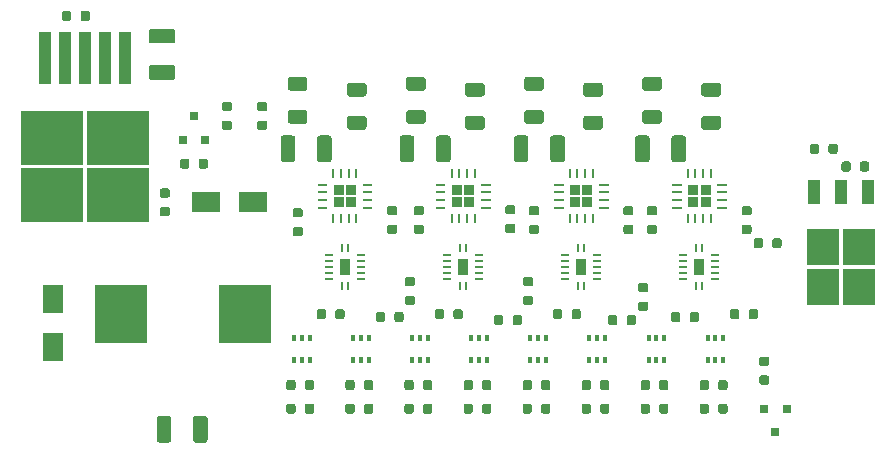
<source format=gbr>
G04 #@! TF.GenerationSoftware,KiCad,Pcbnew,(5.0.0-3-g5ebb6b6)*
G04 #@! TF.CreationDate,2018-11-02T09:18:36-07:00*
G04 #@! TF.ProjectId,Capper Decapper,4361707065722044656361707065722E,rev?*
G04 #@! TF.SameCoordinates,Original*
G04 #@! TF.FileFunction,Paste,Top*
G04 #@! TF.FilePolarity,Positive*
%FSLAX46Y46*%
G04 Gerber Fmt 4.6, Leading zero omitted, Abs format (unit mm)*
G04 Created by KiCad (PCBNEW (5.0.0-3-g5ebb6b6)) date Friday, November 02, 2018 at 09:18:36 AM*
%MOMM*%
%LPD*%
G01*
G04 APERTURE LIST*
%ADD10R,4.400000X4.900000*%
%ADD11C,0.100000*%
%ADD12C,0.775000*%
%ADD13R,2.400000X1.700000*%
%ADD14R,0.700000X0.800000*%
%ADD15C,1.150000*%
%ADD16R,0.300000X0.550000*%
%ADD17R,0.250000X0.725000*%
%ADD18C,0.250000*%
%ADD19R,0.725000X0.250000*%
%ADD20R,0.850000X0.850000*%
%ADD21R,1.100000X2.100000*%
%ADD22R,2.750000X3.050000*%
%ADD23C,1.225000*%
%ADD24R,1.700000X2.400000*%
%ADD25R,1.000000X4.500000*%
%ADD26R,5.250000X4.550000*%
%ADD27R,0.750000X0.180000*%
%ADD28R,0.900000X1.400000*%
%ADD29R,0.180000X0.750000*%
G04 APERTURE END LIST*
D10*
G04 #@! TO.C,L1*
X87000000Y-94000000D03*
X97500000Y-94000000D03*
G04 #@! TD*
D11*
G04 #@! TO.C,C1*
G36*
X108212741Y-101575933D02*
X108231549Y-101578723D01*
X108249993Y-101583343D01*
X108267895Y-101589748D01*
X108285083Y-101597878D01*
X108301392Y-101607653D01*
X108316664Y-101618979D01*
X108330752Y-101631748D01*
X108343521Y-101645836D01*
X108354847Y-101661108D01*
X108364622Y-101677417D01*
X108372752Y-101694605D01*
X108379157Y-101712507D01*
X108383777Y-101730951D01*
X108386567Y-101749759D01*
X108387500Y-101768750D01*
X108387500Y-102231250D01*
X108386567Y-102250241D01*
X108383777Y-102269049D01*
X108379157Y-102287493D01*
X108372752Y-102305395D01*
X108364622Y-102322583D01*
X108354847Y-102338892D01*
X108343521Y-102354164D01*
X108330752Y-102368252D01*
X108316664Y-102381021D01*
X108301392Y-102392347D01*
X108285083Y-102402122D01*
X108267895Y-102410252D01*
X108249993Y-102416657D01*
X108231549Y-102421277D01*
X108212741Y-102424067D01*
X108193750Y-102425000D01*
X107806250Y-102425000D01*
X107787259Y-102424067D01*
X107768451Y-102421277D01*
X107750007Y-102416657D01*
X107732105Y-102410252D01*
X107714917Y-102402122D01*
X107698608Y-102392347D01*
X107683336Y-102381021D01*
X107669248Y-102368252D01*
X107656479Y-102354164D01*
X107645153Y-102338892D01*
X107635378Y-102322583D01*
X107627248Y-102305395D01*
X107620843Y-102287493D01*
X107616223Y-102269049D01*
X107613433Y-102250241D01*
X107612500Y-102231250D01*
X107612500Y-101768750D01*
X107613433Y-101749759D01*
X107616223Y-101730951D01*
X107620843Y-101712507D01*
X107627248Y-101694605D01*
X107635378Y-101677417D01*
X107645153Y-101661108D01*
X107656479Y-101645836D01*
X107669248Y-101631748D01*
X107683336Y-101618979D01*
X107698608Y-101607653D01*
X107714917Y-101597878D01*
X107732105Y-101589748D01*
X107750007Y-101583343D01*
X107768451Y-101578723D01*
X107787259Y-101575933D01*
X107806250Y-101575000D01*
X108193750Y-101575000D01*
X108212741Y-101575933D01*
X108212741Y-101575933D01*
G37*
D12*
X108000000Y-102000000D03*
D11*
G36*
X106637741Y-101575933D02*
X106656549Y-101578723D01*
X106674993Y-101583343D01*
X106692895Y-101589748D01*
X106710083Y-101597878D01*
X106726392Y-101607653D01*
X106741664Y-101618979D01*
X106755752Y-101631748D01*
X106768521Y-101645836D01*
X106779847Y-101661108D01*
X106789622Y-101677417D01*
X106797752Y-101694605D01*
X106804157Y-101712507D01*
X106808777Y-101730951D01*
X106811567Y-101749759D01*
X106812500Y-101768750D01*
X106812500Y-102231250D01*
X106811567Y-102250241D01*
X106808777Y-102269049D01*
X106804157Y-102287493D01*
X106797752Y-102305395D01*
X106789622Y-102322583D01*
X106779847Y-102338892D01*
X106768521Y-102354164D01*
X106755752Y-102368252D01*
X106741664Y-102381021D01*
X106726392Y-102392347D01*
X106710083Y-102402122D01*
X106692895Y-102410252D01*
X106674993Y-102416657D01*
X106656549Y-102421277D01*
X106637741Y-102424067D01*
X106618750Y-102425000D01*
X106231250Y-102425000D01*
X106212259Y-102424067D01*
X106193451Y-102421277D01*
X106175007Y-102416657D01*
X106157105Y-102410252D01*
X106139917Y-102402122D01*
X106123608Y-102392347D01*
X106108336Y-102381021D01*
X106094248Y-102368252D01*
X106081479Y-102354164D01*
X106070153Y-102338892D01*
X106060378Y-102322583D01*
X106052248Y-102305395D01*
X106045843Y-102287493D01*
X106041223Y-102269049D01*
X106038433Y-102250241D01*
X106037500Y-102231250D01*
X106037500Y-101768750D01*
X106038433Y-101749759D01*
X106041223Y-101730951D01*
X106045843Y-101712507D01*
X106052248Y-101694605D01*
X106060378Y-101677417D01*
X106070153Y-101661108D01*
X106081479Y-101645836D01*
X106094248Y-101631748D01*
X106108336Y-101618979D01*
X106123608Y-101607653D01*
X106139917Y-101597878D01*
X106157105Y-101589748D01*
X106175007Y-101583343D01*
X106193451Y-101578723D01*
X106212259Y-101575933D01*
X106231250Y-101575000D01*
X106618750Y-101575000D01*
X106637741Y-101575933D01*
X106637741Y-101575933D01*
G37*
D12*
X106425000Y-102000000D03*
G04 #@! TD*
D11*
G04 #@! TO.C,C2*
G36*
X105787741Y-93575933D02*
X105806549Y-93578723D01*
X105824993Y-93583343D01*
X105842895Y-93589748D01*
X105860083Y-93597878D01*
X105876392Y-93607653D01*
X105891664Y-93618979D01*
X105905752Y-93631748D01*
X105918521Y-93645836D01*
X105929847Y-93661108D01*
X105939622Y-93677417D01*
X105947752Y-93694605D01*
X105954157Y-93712507D01*
X105958777Y-93730951D01*
X105961567Y-93749759D01*
X105962500Y-93768750D01*
X105962500Y-94231250D01*
X105961567Y-94250241D01*
X105958777Y-94269049D01*
X105954157Y-94287493D01*
X105947752Y-94305395D01*
X105939622Y-94322583D01*
X105929847Y-94338892D01*
X105918521Y-94354164D01*
X105905752Y-94368252D01*
X105891664Y-94381021D01*
X105876392Y-94392347D01*
X105860083Y-94402122D01*
X105842895Y-94410252D01*
X105824993Y-94416657D01*
X105806549Y-94421277D01*
X105787741Y-94424067D01*
X105768750Y-94425000D01*
X105381250Y-94425000D01*
X105362259Y-94424067D01*
X105343451Y-94421277D01*
X105325007Y-94416657D01*
X105307105Y-94410252D01*
X105289917Y-94402122D01*
X105273608Y-94392347D01*
X105258336Y-94381021D01*
X105244248Y-94368252D01*
X105231479Y-94354164D01*
X105220153Y-94338892D01*
X105210378Y-94322583D01*
X105202248Y-94305395D01*
X105195843Y-94287493D01*
X105191223Y-94269049D01*
X105188433Y-94250241D01*
X105187500Y-94231250D01*
X105187500Y-93768750D01*
X105188433Y-93749759D01*
X105191223Y-93730951D01*
X105195843Y-93712507D01*
X105202248Y-93694605D01*
X105210378Y-93677417D01*
X105220153Y-93661108D01*
X105231479Y-93645836D01*
X105244248Y-93631748D01*
X105258336Y-93618979D01*
X105273608Y-93607653D01*
X105289917Y-93597878D01*
X105307105Y-93589748D01*
X105325007Y-93583343D01*
X105343451Y-93578723D01*
X105362259Y-93575933D01*
X105381250Y-93575000D01*
X105768750Y-93575000D01*
X105787741Y-93575933D01*
X105787741Y-93575933D01*
G37*
D12*
X105575000Y-94000000D03*
D11*
G36*
X104212741Y-93575933D02*
X104231549Y-93578723D01*
X104249993Y-93583343D01*
X104267895Y-93589748D01*
X104285083Y-93597878D01*
X104301392Y-93607653D01*
X104316664Y-93618979D01*
X104330752Y-93631748D01*
X104343521Y-93645836D01*
X104354847Y-93661108D01*
X104364622Y-93677417D01*
X104372752Y-93694605D01*
X104379157Y-93712507D01*
X104383777Y-93730951D01*
X104386567Y-93749759D01*
X104387500Y-93768750D01*
X104387500Y-94231250D01*
X104386567Y-94250241D01*
X104383777Y-94269049D01*
X104379157Y-94287493D01*
X104372752Y-94305395D01*
X104364622Y-94322583D01*
X104354847Y-94338892D01*
X104343521Y-94354164D01*
X104330752Y-94368252D01*
X104316664Y-94381021D01*
X104301392Y-94392347D01*
X104285083Y-94402122D01*
X104267895Y-94410252D01*
X104249993Y-94416657D01*
X104231549Y-94421277D01*
X104212741Y-94424067D01*
X104193750Y-94425000D01*
X103806250Y-94425000D01*
X103787259Y-94424067D01*
X103768451Y-94421277D01*
X103750007Y-94416657D01*
X103732105Y-94410252D01*
X103714917Y-94402122D01*
X103698608Y-94392347D01*
X103683336Y-94381021D01*
X103669248Y-94368252D01*
X103656479Y-94354164D01*
X103645153Y-94338892D01*
X103635378Y-94322583D01*
X103627248Y-94305395D01*
X103620843Y-94287493D01*
X103616223Y-94269049D01*
X103613433Y-94250241D01*
X103612500Y-94231250D01*
X103612500Y-93768750D01*
X103613433Y-93749759D01*
X103616223Y-93730951D01*
X103620843Y-93712507D01*
X103627248Y-93694605D01*
X103635378Y-93677417D01*
X103645153Y-93661108D01*
X103656479Y-93645836D01*
X103669248Y-93631748D01*
X103683336Y-93618979D01*
X103698608Y-93607653D01*
X103714917Y-93597878D01*
X103732105Y-93589748D01*
X103750007Y-93583343D01*
X103768451Y-93578723D01*
X103787259Y-93575933D01*
X103806250Y-93575000D01*
X104193750Y-93575000D01*
X104212741Y-93575933D01*
X104212741Y-93575933D01*
G37*
D12*
X104000000Y-94000000D03*
G04 #@! TD*
D11*
G04 #@! TO.C,C3*
G36*
X101637741Y-101575933D02*
X101656549Y-101578723D01*
X101674993Y-101583343D01*
X101692895Y-101589748D01*
X101710083Y-101597878D01*
X101726392Y-101607653D01*
X101741664Y-101618979D01*
X101755752Y-101631748D01*
X101768521Y-101645836D01*
X101779847Y-101661108D01*
X101789622Y-101677417D01*
X101797752Y-101694605D01*
X101804157Y-101712507D01*
X101808777Y-101730951D01*
X101811567Y-101749759D01*
X101812500Y-101768750D01*
X101812500Y-102231250D01*
X101811567Y-102250241D01*
X101808777Y-102269049D01*
X101804157Y-102287493D01*
X101797752Y-102305395D01*
X101789622Y-102322583D01*
X101779847Y-102338892D01*
X101768521Y-102354164D01*
X101755752Y-102368252D01*
X101741664Y-102381021D01*
X101726392Y-102392347D01*
X101710083Y-102402122D01*
X101692895Y-102410252D01*
X101674993Y-102416657D01*
X101656549Y-102421277D01*
X101637741Y-102424067D01*
X101618750Y-102425000D01*
X101231250Y-102425000D01*
X101212259Y-102424067D01*
X101193451Y-102421277D01*
X101175007Y-102416657D01*
X101157105Y-102410252D01*
X101139917Y-102402122D01*
X101123608Y-102392347D01*
X101108336Y-102381021D01*
X101094248Y-102368252D01*
X101081479Y-102354164D01*
X101070153Y-102338892D01*
X101060378Y-102322583D01*
X101052248Y-102305395D01*
X101045843Y-102287493D01*
X101041223Y-102269049D01*
X101038433Y-102250241D01*
X101037500Y-102231250D01*
X101037500Y-101768750D01*
X101038433Y-101749759D01*
X101041223Y-101730951D01*
X101045843Y-101712507D01*
X101052248Y-101694605D01*
X101060378Y-101677417D01*
X101070153Y-101661108D01*
X101081479Y-101645836D01*
X101094248Y-101631748D01*
X101108336Y-101618979D01*
X101123608Y-101607653D01*
X101139917Y-101597878D01*
X101157105Y-101589748D01*
X101175007Y-101583343D01*
X101193451Y-101578723D01*
X101212259Y-101575933D01*
X101231250Y-101575000D01*
X101618750Y-101575000D01*
X101637741Y-101575933D01*
X101637741Y-101575933D01*
G37*
D12*
X101425000Y-102000000D03*
D11*
G36*
X103212741Y-101575933D02*
X103231549Y-101578723D01*
X103249993Y-101583343D01*
X103267895Y-101589748D01*
X103285083Y-101597878D01*
X103301392Y-101607653D01*
X103316664Y-101618979D01*
X103330752Y-101631748D01*
X103343521Y-101645836D01*
X103354847Y-101661108D01*
X103364622Y-101677417D01*
X103372752Y-101694605D01*
X103379157Y-101712507D01*
X103383777Y-101730951D01*
X103386567Y-101749759D01*
X103387500Y-101768750D01*
X103387500Y-102231250D01*
X103386567Y-102250241D01*
X103383777Y-102269049D01*
X103379157Y-102287493D01*
X103372752Y-102305395D01*
X103364622Y-102322583D01*
X103354847Y-102338892D01*
X103343521Y-102354164D01*
X103330752Y-102368252D01*
X103316664Y-102381021D01*
X103301392Y-102392347D01*
X103285083Y-102402122D01*
X103267895Y-102410252D01*
X103249993Y-102416657D01*
X103231549Y-102421277D01*
X103212741Y-102424067D01*
X103193750Y-102425000D01*
X102806250Y-102425000D01*
X102787259Y-102424067D01*
X102768451Y-102421277D01*
X102750007Y-102416657D01*
X102732105Y-102410252D01*
X102714917Y-102402122D01*
X102698608Y-102392347D01*
X102683336Y-102381021D01*
X102669248Y-102368252D01*
X102656479Y-102354164D01*
X102645153Y-102338892D01*
X102635378Y-102322583D01*
X102627248Y-102305395D01*
X102620843Y-102287493D01*
X102616223Y-102269049D01*
X102613433Y-102250241D01*
X102612500Y-102231250D01*
X102612500Y-101768750D01*
X102613433Y-101749759D01*
X102616223Y-101730951D01*
X102620843Y-101712507D01*
X102627248Y-101694605D01*
X102635378Y-101677417D01*
X102645153Y-101661108D01*
X102656479Y-101645836D01*
X102669248Y-101631748D01*
X102683336Y-101618979D01*
X102698608Y-101607653D01*
X102714917Y-101597878D01*
X102732105Y-101589748D01*
X102750007Y-101583343D01*
X102768451Y-101578723D01*
X102787259Y-101575933D01*
X102806250Y-101575000D01*
X103193750Y-101575000D01*
X103212741Y-101575933D01*
X103212741Y-101575933D01*
G37*
D12*
X103000000Y-102000000D03*
G04 #@! TD*
D11*
G04 #@! TO.C,C4*
G36*
X110250241Y-84863433D02*
X110269049Y-84866223D01*
X110287493Y-84870843D01*
X110305395Y-84877248D01*
X110322583Y-84885378D01*
X110338892Y-84895153D01*
X110354164Y-84906479D01*
X110368252Y-84919248D01*
X110381021Y-84933336D01*
X110392347Y-84948608D01*
X110402122Y-84964917D01*
X110410252Y-84982105D01*
X110416657Y-85000007D01*
X110421277Y-85018451D01*
X110424067Y-85037259D01*
X110425000Y-85056250D01*
X110425000Y-85443750D01*
X110424067Y-85462741D01*
X110421277Y-85481549D01*
X110416657Y-85499993D01*
X110410252Y-85517895D01*
X110402122Y-85535083D01*
X110392347Y-85551392D01*
X110381021Y-85566664D01*
X110368252Y-85580752D01*
X110354164Y-85593521D01*
X110338892Y-85604847D01*
X110322583Y-85614622D01*
X110305395Y-85622752D01*
X110287493Y-85629157D01*
X110269049Y-85633777D01*
X110250241Y-85636567D01*
X110231250Y-85637500D01*
X109768750Y-85637500D01*
X109749759Y-85636567D01*
X109730951Y-85633777D01*
X109712507Y-85629157D01*
X109694605Y-85622752D01*
X109677417Y-85614622D01*
X109661108Y-85604847D01*
X109645836Y-85593521D01*
X109631748Y-85580752D01*
X109618979Y-85566664D01*
X109607653Y-85551392D01*
X109597878Y-85535083D01*
X109589748Y-85517895D01*
X109583343Y-85499993D01*
X109578723Y-85481549D01*
X109575933Y-85462741D01*
X109575000Y-85443750D01*
X109575000Y-85056250D01*
X109575933Y-85037259D01*
X109578723Y-85018451D01*
X109583343Y-85000007D01*
X109589748Y-84982105D01*
X109597878Y-84964917D01*
X109607653Y-84948608D01*
X109618979Y-84933336D01*
X109631748Y-84919248D01*
X109645836Y-84906479D01*
X109661108Y-84895153D01*
X109677417Y-84885378D01*
X109694605Y-84877248D01*
X109712507Y-84870843D01*
X109730951Y-84866223D01*
X109749759Y-84863433D01*
X109768750Y-84862500D01*
X110231250Y-84862500D01*
X110250241Y-84863433D01*
X110250241Y-84863433D01*
G37*
D12*
X110000000Y-85250000D03*
D11*
G36*
X110250241Y-86438433D02*
X110269049Y-86441223D01*
X110287493Y-86445843D01*
X110305395Y-86452248D01*
X110322583Y-86460378D01*
X110338892Y-86470153D01*
X110354164Y-86481479D01*
X110368252Y-86494248D01*
X110381021Y-86508336D01*
X110392347Y-86523608D01*
X110402122Y-86539917D01*
X110410252Y-86557105D01*
X110416657Y-86575007D01*
X110421277Y-86593451D01*
X110424067Y-86612259D01*
X110425000Y-86631250D01*
X110425000Y-87018750D01*
X110424067Y-87037741D01*
X110421277Y-87056549D01*
X110416657Y-87074993D01*
X110410252Y-87092895D01*
X110402122Y-87110083D01*
X110392347Y-87126392D01*
X110381021Y-87141664D01*
X110368252Y-87155752D01*
X110354164Y-87168521D01*
X110338892Y-87179847D01*
X110322583Y-87189622D01*
X110305395Y-87197752D01*
X110287493Y-87204157D01*
X110269049Y-87208777D01*
X110250241Y-87211567D01*
X110231250Y-87212500D01*
X109768750Y-87212500D01*
X109749759Y-87211567D01*
X109730951Y-87208777D01*
X109712507Y-87204157D01*
X109694605Y-87197752D01*
X109677417Y-87189622D01*
X109661108Y-87179847D01*
X109645836Y-87168521D01*
X109631748Y-87155752D01*
X109618979Y-87141664D01*
X109607653Y-87126392D01*
X109597878Y-87110083D01*
X109589748Y-87092895D01*
X109583343Y-87074993D01*
X109578723Y-87056549D01*
X109575933Y-87037741D01*
X109575000Y-87018750D01*
X109575000Y-86631250D01*
X109575933Y-86612259D01*
X109578723Y-86593451D01*
X109583343Y-86575007D01*
X109589748Y-86557105D01*
X109597878Y-86539917D01*
X109607653Y-86523608D01*
X109618979Y-86508336D01*
X109631748Y-86494248D01*
X109645836Y-86481479D01*
X109661108Y-86470153D01*
X109677417Y-86460378D01*
X109694605Y-86452248D01*
X109712507Y-86445843D01*
X109730951Y-86441223D01*
X109749759Y-86438433D01*
X109768750Y-86437500D01*
X110231250Y-86437500D01*
X110250241Y-86438433D01*
X110250241Y-86438433D01*
G37*
D12*
X110000000Y-86825000D03*
G04 #@! TD*
D11*
G04 #@! TO.C,C5*
G36*
X102250241Y-85038433D02*
X102269049Y-85041223D01*
X102287493Y-85045843D01*
X102305395Y-85052248D01*
X102322583Y-85060378D01*
X102338892Y-85070153D01*
X102354164Y-85081479D01*
X102368252Y-85094248D01*
X102381021Y-85108336D01*
X102392347Y-85123608D01*
X102402122Y-85139917D01*
X102410252Y-85157105D01*
X102416657Y-85175007D01*
X102421277Y-85193451D01*
X102424067Y-85212259D01*
X102425000Y-85231250D01*
X102425000Y-85618750D01*
X102424067Y-85637741D01*
X102421277Y-85656549D01*
X102416657Y-85674993D01*
X102410252Y-85692895D01*
X102402122Y-85710083D01*
X102392347Y-85726392D01*
X102381021Y-85741664D01*
X102368252Y-85755752D01*
X102354164Y-85768521D01*
X102338892Y-85779847D01*
X102322583Y-85789622D01*
X102305395Y-85797752D01*
X102287493Y-85804157D01*
X102269049Y-85808777D01*
X102250241Y-85811567D01*
X102231250Y-85812500D01*
X101768750Y-85812500D01*
X101749759Y-85811567D01*
X101730951Y-85808777D01*
X101712507Y-85804157D01*
X101694605Y-85797752D01*
X101677417Y-85789622D01*
X101661108Y-85779847D01*
X101645836Y-85768521D01*
X101631748Y-85755752D01*
X101618979Y-85741664D01*
X101607653Y-85726392D01*
X101597878Y-85710083D01*
X101589748Y-85692895D01*
X101583343Y-85674993D01*
X101578723Y-85656549D01*
X101575933Y-85637741D01*
X101575000Y-85618750D01*
X101575000Y-85231250D01*
X101575933Y-85212259D01*
X101578723Y-85193451D01*
X101583343Y-85175007D01*
X101589748Y-85157105D01*
X101597878Y-85139917D01*
X101607653Y-85123608D01*
X101618979Y-85108336D01*
X101631748Y-85094248D01*
X101645836Y-85081479D01*
X101661108Y-85070153D01*
X101677417Y-85060378D01*
X101694605Y-85052248D01*
X101712507Y-85045843D01*
X101730951Y-85041223D01*
X101749759Y-85038433D01*
X101768750Y-85037500D01*
X102231250Y-85037500D01*
X102250241Y-85038433D01*
X102250241Y-85038433D01*
G37*
D12*
X102000000Y-85425000D03*
D11*
G36*
X102250241Y-86613433D02*
X102269049Y-86616223D01*
X102287493Y-86620843D01*
X102305395Y-86627248D01*
X102322583Y-86635378D01*
X102338892Y-86645153D01*
X102354164Y-86656479D01*
X102368252Y-86669248D01*
X102381021Y-86683336D01*
X102392347Y-86698608D01*
X102402122Y-86714917D01*
X102410252Y-86732105D01*
X102416657Y-86750007D01*
X102421277Y-86768451D01*
X102424067Y-86787259D01*
X102425000Y-86806250D01*
X102425000Y-87193750D01*
X102424067Y-87212741D01*
X102421277Y-87231549D01*
X102416657Y-87249993D01*
X102410252Y-87267895D01*
X102402122Y-87285083D01*
X102392347Y-87301392D01*
X102381021Y-87316664D01*
X102368252Y-87330752D01*
X102354164Y-87343521D01*
X102338892Y-87354847D01*
X102322583Y-87364622D01*
X102305395Y-87372752D01*
X102287493Y-87379157D01*
X102269049Y-87383777D01*
X102250241Y-87386567D01*
X102231250Y-87387500D01*
X101768750Y-87387500D01*
X101749759Y-87386567D01*
X101730951Y-87383777D01*
X101712507Y-87379157D01*
X101694605Y-87372752D01*
X101677417Y-87364622D01*
X101661108Y-87354847D01*
X101645836Y-87343521D01*
X101631748Y-87330752D01*
X101618979Y-87316664D01*
X101607653Y-87301392D01*
X101597878Y-87285083D01*
X101589748Y-87267895D01*
X101583343Y-87249993D01*
X101578723Y-87231549D01*
X101575933Y-87212741D01*
X101575000Y-87193750D01*
X101575000Y-86806250D01*
X101575933Y-86787259D01*
X101578723Y-86768451D01*
X101583343Y-86750007D01*
X101589748Y-86732105D01*
X101597878Y-86714917D01*
X101607653Y-86698608D01*
X101618979Y-86683336D01*
X101631748Y-86669248D01*
X101645836Y-86656479D01*
X101661108Y-86645153D01*
X101677417Y-86635378D01*
X101694605Y-86627248D01*
X101712507Y-86620843D01*
X101730951Y-86616223D01*
X101749759Y-86613433D01*
X101768750Y-86612500D01*
X102231250Y-86612500D01*
X102250241Y-86613433D01*
X102250241Y-86613433D01*
G37*
D12*
X102000000Y-87000000D03*
G04 #@! TD*
D11*
G04 #@! TO.C,C6*
G36*
X114212741Y-93575933D02*
X114231549Y-93578723D01*
X114249993Y-93583343D01*
X114267895Y-93589748D01*
X114285083Y-93597878D01*
X114301392Y-93607653D01*
X114316664Y-93618979D01*
X114330752Y-93631748D01*
X114343521Y-93645836D01*
X114354847Y-93661108D01*
X114364622Y-93677417D01*
X114372752Y-93694605D01*
X114379157Y-93712507D01*
X114383777Y-93730951D01*
X114386567Y-93749759D01*
X114387500Y-93768750D01*
X114387500Y-94231250D01*
X114386567Y-94250241D01*
X114383777Y-94269049D01*
X114379157Y-94287493D01*
X114372752Y-94305395D01*
X114364622Y-94322583D01*
X114354847Y-94338892D01*
X114343521Y-94354164D01*
X114330752Y-94368252D01*
X114316664Y-94381021D01*
X114301392Y-94392347D01*
X114285083Y-94402122D01*
X114267895Y-94410252D01*
X114249993Y-94416657D01*
X114231549Y-94421277D01*
X114212741Y-94424067D01*
X114193750Y-94425000D01*
X113806250Y-94425000D01*
X113787259Y-94424067D01*
X113768451Y-94421277D01*
X113750007Y-94416657D01*
X113732105Y-94410252D01*
X113714917Y-94402122D01*
X113698608Y-94392347D01*
X113683336Y-94381021D01*
X113669248Y-94368252D01*
X113656479Y-94354164D01*
X113645153Y-94338892D01*
X113635378Y-94322583D01*
X113627248Y-94305395D01*
X113620843Y-94287493D01*
X113616223Y-94269049D01*
X113613433Y-94250241D01*
X113612500Y-94231250D01*
X113612500Y-93768750D01*
X113613433Y-93749759D01*
X113616223Y-93730951D01*
X113620843Y-93712507D01*
X113627248Y-93694605D01*
X113635378Y-93677417D01*
X113645153Y-93661108D01*
X113656479Y-93645836D01*
X113669248Y-93631748D01*
X113683336Y-93618979D01*
X113698608Y-93607653D01*
X113714917Y-93597878D01*
X113732105Y-93589748D01*
X113750007Y-93583343D01*
X113768451Y-93578723D01*
X113787259Y-93575933D01*
X113806250Y-93575000D01*
X114193750Y-93575000D01*
X114212741Y-93575933D01*
X114212741Y-93575933D01*
G37*
D12*
X114000000Y-94000000D03*
D11*
G36*
X115787741Y-93575933D02*
X115806549Y-93578723D01*
X115824993Y-93583343D01*
X115842895Y-93589748D01*
X115860083Y-93597878D01*
X115876392Y-93607653D01*
X115891664Y-93618979D01*
X115905752Y-93631748D01*
X115918521Y-93645836D01*
X115929847Y-93661108D01*
X115939622Y-93677417D01*
X115947752Y-93694605D01*
X115954157Y-93712507D01*
X115958777Y-93730951D01*
X115961567Y-93749759D01*
X115962500Y-93768750D01*
X115962500Y-94231250D01*
X115961567Y-94250241D01*
X115958777Y-94269049D01*
X115954157Y-94287493D01*
X115947752Y-94305395D01*
X115939622Y-94322583D01*
X115929847Y-94338892D01*
X115918521Y-94354164D01*
X115905752Y-94368252D01*
X115891664Y-94381021D01*
X115876392Y-94392347D01*
X115860083Y-94402122D01*
X115842895Y-94410252D01*
X115824993Y-94416657D01*
X115806549Y-94421277D01*
X115787741Y-94424067D01*
X115768750Y-94425000D01*
X115381250Y-94425000D01*
X115362259Y-94424067D01*
X115343451Y-94421277D01*
X115325007Y-94416657D01*
X115307105Y-94410252D01*
X115289917Y-94402122D01*
X115273608Y-94392347D01*
X115258336Y-94381021D01*
X115244248Y-94368252D01*
X115231479Y-94354164D01*
X115220153Y-94338892D01*
X115210378Y-94322583D01*
X115202248Y-94305395D01*
X115195843Y-94287493D01*
X115191223Y-94269049D01*
X115188433Y-94250241D01*
X115187500Y-94231250D01*
X115187500Y-93768750D01*
X115188433Y-93749759D01*
X115191223Y-93730951D01*
X115195843Y-93712507D01*
X115202248Y-93694605D01*
X115210378Y-93677417D01*
X115220153Y-93661108D01*
X115231479Y-93645836D01*
X115244248Y-93631748D01*
X115258336Y-93618979D01*
X115273608Y-93607653D01*
X115289917Y-93597878D01*
X115307105Y-93589748D01*
X115325007Y-93583343D01*
X115343451Y-93578723D01*
X115362259Y-93575933D01*
X115381250Y-93575000D01*
X115768750Y-93575000D01*
X115787741Y-93575933D01*
X115787741Y-93575933D01*
G37*
D12*
X115575000Y-94000000D03*
G04 #@! TD*
D11*
G04 #@! TO.C,C7*
G36*
X116637741Y-101575933D02*
X116656549Y-101578723D01*
X116674993Y-101583343D01*
X116692895Y-101589748D01*
X116710083Y-101597878D01*
X116726392Y-101607653D01*
X116741664Y-101618979D01*
X116755752Y-101631748D01*
X116768521Y-101645836D01*
X116779847Y-101661108D01*
X116789622Y-101677417D01*
X116797752Y-101694605D01*
X116804157Y-101712507D01*
X116808777Y-101730951D01*
X116811567Y-101749759D01*
X116812500Y-101768750D01*
X116812500Y-102231250D01*
X116811567Y-102250241D01*
X116808777Y-102269049D01*
X116804157Y-102287493D01*
X116797752Y-102305395D01*
X116789622Y-102322583D01*
X116779847Y-102338892D01*
X116768521Y-102354164D01*
X116755752Y-102368252D01*
X116741664Y-102381021D01*
X116726392Y-102392347D01*
X116710083Y-102402122D01*
X116692895Y-102410252D01*
X116674993Y-102416657D01*
X116656549Y-102421277D01*
X116637741Y-102424067D01*
X116618750Y-102425000D01*
X116231250Y-102425000D01*
X116212259Y-102424067D01*
X116193451Y-102421277D01*
X116175007Y-102416657D01*
X116157105Y-102410252D01*
X116139917Y-102402122D01*
X116123608Y-102392347D01*
X116108336Y-102381021D01*
X116094248Y-102368252D01*
X116081479Y-102354164D01*
X116070153Y-102338892D01*
X116060378Y-102322583D01*
X116052248Y-102305395D01*
X116045843Y-102287493D01*
X116041223Y-102269049D01*
X116038433Y-102250241D01*
X116037500Y-102231250D01*
X116037500Y-101768750D01*
X116038433Y-101749759D01*
X116041223Y-101730951D01*
X116045843Y-101712507D01*
X116052248Y-101694605D01*
X116060378Y-101677417D01*
X116070153Y-101661108D01*
X116081479Y-101645836D01*
X116094248Y-101631748D01*
X116108336Y-101618979D01*
X116123608Y-101607653D01*
X116139917Y-101597878D01*
X116157105Y-101589748D01*
X116175007Y-101583343D01*
X116193451Y-101578723D01*
X116212259Y-101575933D01*
X116231250Y-101575000D01*
X116618750Y-101575000D01*
X116637741Y-101575933D01*
X116637741Y-101575933D01*
G37*
D12*
X116425000Y-102000000D03*
D11*
G36*
X118212741Y-101575933D02*
X118231549Y-101578723D01*
X118249993Y-101583343D01*
X118267895Y-101589748D01*
X118285083Y-101597878D01*
X118301392Y-101607653D01*
X118316664Y-101618979D01*
X118330752Y-101631748D01*
X118343521Y-101645836D01*
X118354847Y-101661108D01*
X118364622Y-101677417D01*
X118372752Y-101694605D01*
X118379157Y-101712507D01*
X118383777Y-101730951D01*
X118386567Y-101749759D01*
X118387500Y-101768750D01*
X118387500Y-102231250D01*
X118386567Y-102250241D01*
X118383777Y-102269049D01*
X118379157Y-102287493D01*
X118372752Y-102305395D01*
X118364622Y-102322583D01*
X118354847Y-102338892D01*
X118343521Y-102354164D01*
X118330752Y-102368252D01*
X118316664Y-102381021D01*
X118301392Y-102392347D01*
X118285083Y-102402122D01*
X118267895Y-102410252D01*
X118249993Y-102416657D01*
X118231549Y-102421277D01*
X118212741Y-102424067D01*
X118193750Y-102425000D01*
X117806250Y-102425000D01*
X117787259Y-102424067D01*
X117768451Y-102421277D01*
X117750007Y-102416657D01*
X117732105Y-102410252D01*
X117714917Y-102402122D01*
X117698608Y-102392347D01*
X117683336Y-102381021D01*
X117669248Y-102368252D01*
X117656479Y-102354164D01*
X117645153Y-102338892D01*
X117635378Y-102322583D01*
X117627248Y-102305395D01*
X117620843Y-102287493D01*
X117616223Y-102269049D01*
X117613433Y-102250241D01*
X117612500Y-102231250D01*
X117612500Y-101768750D01*
X117613433Y-101749759D01*
X117616223Y-101730951D01*
X117620843Y-101712507D01*
X117627248Y-101694605D01*
X117635378Y-101677417D01*
X117645153Y-101661108D01*
X117656479Y-101645836D01*
X117669248Y-101631748D01*
X117683336Y-101618979D01*
X117698608Y-101607653D01*
X117714917Y-101597878D01*
X117732105Y-101589748D01*
X117750007Y-101583343D01*
X117768451Y-101578723D01*
X117787259Y-101575933D01*
X117806250Y-101575000D01*
X118193750Y-101575000D01*
X118212741Y-101575933D01*
X118212741Y-101575933D01*
G37*
D12*
X118000000Y-102000000D03*
G04 #@! TD*
D11*
G04 #@! TO.C,C8*
G36*
X139212741Y-93575933D02*
X139231549Y-93578723D01*
X139249993Y-93583343D01*
X139267895Y-93589748D01*
X139285083Y-93597878D01*
X139301392Y-93607653D01*
X139316664Y-93618979D01*
X139330752Y-93631748D01*
X139343521Y-93645836D01*
X139354847Y-93661108D01*
X139364622Y-93677417D01*
X139372752Y-93694605D01*
X139379157Y-93712507D01*
X139383777Y-93730951D01*
X139386567Y-93749759D01*
X139387500Y-93768750D01*
X139387500Y-94231250D01*
X139386567Y-94250241D01*
X139383777Y-94269049D01*
X139379157Y-94287493D01*
X139372752Y-94305395D01*
X139364622Y-94322583D01*
X139354847Y-94338892D01*
X139343521Y-94354164D01*
X139330752Y-94368252D01*
X139316664Y-94381021D01*
X139301392Y-94392347D01*
X139285083Y-94402122D01*
X139267895Y-94410252D01*
X139249993Y-94416657D01*
X139231549Y-94421277D01*
X139212741Y-94424067D01*
X139193750Y-94425000D01*
X138806250Y-94425000D01*
X138787259Y-94424067D01*
X138768451Y-94421277D01*
X138750007Y-94416657D01*
X138732105Y-94410252D01*
X138714917Y-94402122D01*
X138698608Y-94392347D01*
X138683336Y-94381021D01*
X138669248Y-94368252D01*
X138656479Y-94354164D01*
X138645153Y-94338892D01*
X138635378Y-94322583D01*
X138627248Y-94305395D01*
X138620843Y-94287493D01*
X138616223Y-94269049D01*
X138613433Y-94250241D01*
X138612500Y-94231250D01*
X138612500Y-93768750D01*
X138613433Y-93749759D01*
X138616223Y-93730951D01*
X138620843Y-93712507D01*
X138627248Y-93694605D01*
X138635378Y-93677417D01*
X138645153Y-93661108D01*
X138656479Y-93645836D01*
X138669248Y-93631748D01*
X138683336Y-93618979D01*
X138698608Y-93607653D01*
X138714917Y-93597878D01*
X138732105Y-93589748D01*
X138750007Y-93583343D01*
X138768451Y-93578723D01*
X138787259Y-93575933D01*
X138806250Y-93575000D01*
X139193750Y-93575000D01*
X139212741Y-93575933D01*
X139212741Y-93575933D01*
G37*
D12*
X139000000Y-94000000D03*
D11*
G36*
X140787741Y-93575933D02*
X140806549Y-93578723D01*
X140824993Y-93583343D01*
X140842895Y-93589748D01*
X140860083Y-93597878D01*
X140876392Y-93607653D01*
X140891664Y-93618979D01*
X140905752Y-93631748D01*
X140918521Y-93645836D01*
X140929847Y-93661108D01*
X140939622Y-93677417D01*
X140947752Y-93694605D01*
X140954157Y-93712507D01*
X140958777Y-93730951D01*
X140961567Y-93749759D01*
X140962500Y-93768750D01*
X140962500Y-94231250D01*
X140961567Y-94250241D01*
X140958777Y-94269049D01*
X140954157Y-94287493D01*
X140947752Y-94305395D01*
X140939622Y-94322583D01*
X140929847Y-94338892D01*
X140918521Y-94354164D01*
X140905752Y-94368252D01*
X140891664Y-94381021D01*
X140876392Y-94392347D01*
X140860083Y-94402122D01*
X140842895Y-94410252D01*
X140824993Y-94416657D01*
X140806549Y-94421277D01*
X140787741Y-94424067D01*
X140768750Y-94425000D01*
X140381250Y-94425000D01*
X140362259Y-94424067D01*
X140343451Y-94421277D01*
X140325007Y-94416657D01*
X140307105Y-94410252D01*
X140289917Y-94402122D01*
X140273608Y-94392347D01*
X140258336Y-94381021D01*
X140244248Y-94368252D01*
X140231479Y-94354164D01*
X140220153Y-94338892D01*
X140210378Y-94322583D01*
X140202248Y-94305395D01*
X140195843Y-94287493D01*
X140191223Y-94269049D01*
X140188433Y-94250241D01*
X140187500Y-94231250D01*
X140187500Y-93768750D01*
X140188433Y-93749759D01*
X140191223Y-93730951D01*
X140195843Y-93712507D01*
X140202248Y-93694605D01*
X140210378Y-93677417D01*
X140220153Y-93661108D01*
X140231479Y-93645836D01*
X140244248Y-93631748D01*
X140258336Y-93618979D01*
X140273608Y-93607653D01*
X140289917Y-93597878D01*
X140307105Y-93589748D01*
X140325007Y-93583343D01*
X140343451Y-93578723D01*
X140362259Y-93575933D01*
X140381250Y-93575000D01*
X140768750Y-93575000D01*
X140787741Y-93575933D01*
X140787741Y-93575933D01*
G37*
D12*
X140575000Y-94000000D03*
G04 #@! TD*
D11*
G04 #@! TO.C,C9*
G36*
X111637741Y-101575933D02*
X111656549Y-101578723D01*
X111674993Y-101583343D01*
X111692895Y-101589748D01*
X111710083Y-101597878D01*
X111726392Y-101607653D01*
X111741664Y-101618979D01*
X111755752Y-101631748D01*
X111768521Y-101645836D01*
X111779847Y-101661108D01*
X111789622Y-101677417D01*
X111797752Y-101694605D01*
X111804157Y-101712507D01*
X111808777Y-101730951D01*
X111811567Y-101749759D01*
X111812500Y-101768750D01*
X111812500Y-102231250D01*
X111811567Y-102250241D01*
X111808777Y-102269049D01*
X111804157Y-102287493D01*
X111797752Y-102305395D01*
X111789622Y-102322583D01*
X111779847Y-102338892D01*
X111768521Y-102354164D01*
X111755752Y-102368252D01*
X111741664Y-102381021D01*
X111726392Y-102392347D01*
X111710083Y-102402122D01*
X111692895Y-102410252D01*
X111674993Y-102416657D01*
X111656549Y-102421277D01*
X111637741Y-102424067D01*
X111618750Y-102425000D01*
X111231250Y-102425000D01*
X111212259Y-102424067D01*
X111193451Y-102421277D01*
X111175007Y-102416657D01*
X111157105Y-102410252D01*
X111139917Y-102402122D01*
X111123608Y-102392347D01*
X111108336Y-102381021D01*
X111094248Y-102368252D01*
X111081479Y-102354164D01*
X111070153Y-102338892D01*
X111060378Y-102322583D01*
X111052248Y-102305395D01*
X111045843Y-102287493D01*
X111041223Y-102269049D01*
X111038433Y-102250241D01*
X111037500Y-102231250D01*
X111037500Y-101768750D01*
X111038433Y-101749759D01*
X111041223Y-101730951D01*
X111045843Y-101712507D01*
X111052248Y-101694605D01*
X111060378Y-101677417D01*
X111070153Y-101661108D01*
X111081479Y-101645836D01*
X111094248Y-101631748D01*
X111108336Y-101618979D01*
X111123608Y-101607653D01*
X111139917Y-101597878D01*
X111157105Y-101589748D01*
X111175007Y-101583343D01*
X111193451Y-101578723D01*
X111212259Y-101575933D01*
X111231250Y-101575000D01*
X111618750Y-101575000D01*
X111637741Y-101575933D01*
X111637741Y-101575933D01*
G37*
D12*
X111425000Y-102000000D03*
D11*
G36*
X113212741Y-101575933D02*
X113231549Y-101578723D01*
X113249993Y-101583343D01*
X113267895Y-101589748D01*
X113285083Y-101597878D01*
X113301392Y-101607653D01*
X113316664Y-101618979D01*
X113330752Y-101631748D01*
X113343521Y-101645836D01*
X113354847Y-101661108D01*
X113364622Y-101677417D01*
X113372752Y-101694605D01*
X113379157Y-101712507D01*
X113383777Y-101730951D01*
X113386567Y-101749759D01*
X113387500Y-101768750D01*
X113387500Y-102231250D01*
X113386567Y-102250241D01*
X113383777Y-102269049D01*
X113379157Y-102287493D01*
X113372752Y-102305395D01*
X113364622Y-102322583D01*
X113354847Y-102338892D01*
X113343521Y-102354164D01*
X113330752Y-102368252D01*
X113316664Y-102381021D01*
X113301392Y-102392347D01*
X113285083Y-102402122D01*
X113267895Y-102410252D01*
X113249993Y-102416657D01*
X113231549Y-102421277D01*
X113212741Y-102424067D01*
X113193750Y-102425000D01*
X112806250Y-102425000D01*
X112787259Y-102424067D01*
X112768451Y-102421277D01*
X112750007Y-102416657D01*
X112732105Y-102410252D01*
X112714917Y-102402122D01*
X112698608Y-102392347D01*
X112683336Y-102381021D01*
X112669248Y-102368252D01*
X112656479Y-102354164D01*
X112645153Y-102338892D01*
X112635378Y-102322583D01*
X112627248Y-102305395D01*
X112620843Y-102287493D01*
X112616223Y-102269049D01*
X112613433Y-102250241D01*
X112612500Y-102231250D01*
X112612500Y-101768750D01*
X112613433Y-101749759D01*
X112616223Y-101730951D01*
X112620843Y-101712507D01*
X112627248Y-101694605D01*
X112635378Y-101677417D01*
X112645153Y-101661108D01*
X112656479Y-101645836D01*
X112669248Y-101631748D01*
X112683336Y-101618979D01*
X112698608Y-101607653D01*
X112714917Y-101597878D01*
X112732105Y-101589748D01*
X112750007Y-101583343D01*
X112768451Y-101578723D01*
X112787259Y-101575933D01*
X112806250Y-101575000D01*
X113193750Y-101575000D01*
X113212741Y-101575933D01*
X113212741Y-101575933D01*
G37*
D12*
X113000000Y-102000000D03*
G04 #@! TD*
D11*
G04 #@! TO.C,C10*
G36*
X120250241Y-86363433D02*
X120269049Y-86366223D01*
X120287493Y-86370843D01*
X120305395Y-86377248D01*
X120322583Y-86385378D01*
X120338892Y-86395153D01*
X120354164Y-86406479D01*
X120368252Y-86419248D01*
X120381021Y-86433336D01*
X120392347Y-86448608D01*
X120402122Y-86464917D01*
X120410252Y-86482105D01*
X120416657Y-86500007D01*
X120421277Y-86518451D01*
X120424067Y-86537259D01*
X120425000Y-86556250D01*
X120425000Y-86943750D01*
X120424067Y-86962741D01*
X120421277Y-86981549D01*
X120416657Y-86999993D01*
X120410252Y-87017895D01*
X120402122Y-87035083D01*
X120392347Y-87051392D01*
X120381021Y-87066664D01*
X120368252Y-87080752D01*
X120354164Y-87093521D01*
X120338892Y-87104847D01*
X120322583Y-87114622D01*
X120305395Y-87122752D01*
X120287493Y-87129157D01*
X120269049Y-87133777D01*
X120250241Y-87136567D01*
X120231250Y-87137500D01*
X119768750Y-87137500D01*
X119749759Y-87136567D01*
X119730951Y-87133777D01*
X119712507Y-87129157D01*
X119694605Y-87122752D01*
X119677417Y-87114622D01*
X119661108Y-87104847D01*
X119645836Y-87093521D01*
X119631748Y-87080752D01*
X119618979Y-87066664D01*
X119607653Y-87051392D01*
X119597878Y-87035083D01*
X119589748Y-87017895D01*
X119583343Y-86999993D01*
X119578723Y-86981549D01*
X119575933Y-86962741D01*
X119575000Y-86943750D01*
X119575000Y-86556250D01*
X119575933Y-86537259D01*
X119578723Y-86518451D01*
X119583343Y-86500007D01*
X119589748Y-86482105D01*
X119597878Y-86464917D01*
X119607653Y-86448608D01*
X119618979Y-86433336D01*
X119631748Y-86419248D01*
X119645836Y-86406479D01*
X119661108Y-86395153D01*
X119677417Y-86385378D01*
X119694605Y-86377248D01*
X119712507Y-86370843D01*
X119730951Y-86366223D01*
X119749759Y-86363433D01*
X119768750Y-86362500D01*
X120231250Y-86362500D01*
X120250241Y-86363433D01*
X120250241Y-86363433D01*
G37*
D12*
X120000000Y-86750000D03*
D11*
G36*
X120250241Y-84788433D02*
X120269049Y-84791223D01*
X120287493Y-84795843D01*
X120305395Y-84802248D01*
X120322583Y-84810378D01*
X120338892Y-84820153D01*
X120354164Y-84831479D01*
X120368252Y-84844248D01*
X120381021Y-84858336D01*
X120392347Y-84873608D01*
X120402122Y-84889917D01*
X120410252Y-84907105D01*
X120416657Y-84925007D01*
X120421277Y-84943451D01*
X120424067Y-84962259D01*
X120425000Y-84981250D01*
X120425000Y-85368750D01*
X120424067Y-85387741D01*
X120421277Y-85406549D01*
X120416657Y-85424993D01*
X120410252Y-85442895D01*
X120402122Y-85460083D01*
X120392347Y-85476392D01*
X120381021Y-85491664D01*
X120368252Y-85505752D01*
X120354164Y-85518521D01*
X120338892Y-85529847D01*
X120322583Y-85539622D01*
X120305395Y-85547752D01*
X120287493Y-85554157D01*
X120269049Y-85558777D01*
X120250241Y-85561567D01*
X120231250Y-85562500D01*
X119768750Y-85562500D01*
X119749759Y-85561567D01*
X119730951Y-85558777D01*
X119712507Y-85554157D01*
X119694605Y-85547752D01*
X119677417Y-85539622D01*
X119661108Y-85529847D01*
X119645836Y-85518521D01*
X119631748Y-85505752D01*
X119618979Y-85491664D01*
X119607653Y-85476392D01*
X119597878Y-85460083D01*
X119589748Y-85442895D01*
X119583343Y-85424993D01*
X119578723Y-85406549D01*
X119575933Y-85387741D01*
X119575000Y-85368750D01*
X119575000Y-84981250D01*
X119575933Y-84962259D01*
X119578723Y-84943451D01*
X119583343Y-84925007D01*
X119589748Y-84907105D01*
X119597878Y-84889917D01*
X119607653Y-84873608D01*
X119618979Y-84858336D01*
X119631748Y-84844248D01*
X119645836Y-84831479D01*
X119661108Y-84820153D01*
X119677417Y-84810378D01*
X119694605Y-84802248D01*
X119712507Y-84795843D01*
X119730951Y-84791223D01*
X119749759Y-84788433D01*
X119768750Y-84787500D01*
X120231250Y-84787500D01*
X120250241Y-84788433D01*
X120250241Y-84788433D01*
G37*
D12*
X120000000Y-85175000D03*
G04 #@! TD*
D11*
G04 #@! TO.C,C11*
G36*
X112500241Y-86438433D02*
X112519049Y-86441223D01*
X112537493Y-86445843D01*
X112555395Y-86452248D01*
X112572583Y-86460378D01*
X112588892Y-86470153D01*
X112604164Y-86481479D01*
X112618252Y-86494248D01*
X112631021Y-86508336D01*
X112642347Y-86523608D01*
X112652122Y-86539917D01*
X112660252Y-86557105D01*
X112666657Y-86575007D01*
X112671277Y-86593451D01*
X112674067Y-86612259D01*
X112675000Y-86631250D01*
X112675000Y-87018750D01*
X112674067Y-87037741D01*
X112671277Y-87056549D01*
X112666657Y-87074993D01*
X112660252Y-87092895D01*
X112652122Y-87110083D01*
X112642347Y-87126392D01*
X112631021Y-87141664D01*
X112618252Y-87155752D01*
X112604164Y-87168521D01*
X112588892Y-87179847D01*
X112572583Y-87189622D01*
X112555395Y-87197752D01*
X112537493Y-87204157D01*
X112519049Y-87208777D01*
X112500241Y-87211567D01*
X112481250Y-87212500D01*
X112018750Y-87212500D01*
X111999759Y-87211567D01*
X111980951Y-87208777D01*
X111962507Y-87204157D01*
X111944605Y-87197752D01*
X111927417Y-87189622D01*
X111911108Y-87179847D01*
X111895836Y-87168521D01*
X111881748Y-87155752D01*
X111868979Y-87141664D01*
X111857653Y-87126392D01*
X111847878Y-87110083D01*
X111839748Y-87092895D01*
X111833343Y-87074993D01*
X111828723Y-87056549D01*
X111825933Y-87037741D01*
X111825000Y-87018750D01*
X111825000Y-86631250D01*
X111825933Y-86612259D01*
X111828723Y-86593451D01*
X111833343Y-86575007D01*
X111839748Y-86557105D01*
X111847878Y-86539917D01*
X111857653Y-86523608D01*
X111868979Y-86508336D01*
X111881748Y-86494248D01*
X111895836Y-86481479D01*
X111911108Y-86470153D01*
X111927417Y-86460378D01*
X111944605Y-86452248D01*
X111962507Y-86445843D01*
X111980951Y-86441223D01*
X111999759Y-86438433D01*
X112018750Y-86437500D01*
X112481250Y-86437500D01*
X112500241Y-86438433D01*
X112500241Y-86438433D01*
G37*
D12*
X112250000Y-86825000D03*
D11*
G36*
X112500241Y-84863433D02*
X112519049Y-84866223D01*
X112537493Y-84870843D01*
X112555395Y-84877248D01*
X112572583Y-84885378D01*
X112588892Y-84895153D01*
X112604164Y-84906479D01*
X112618252Y-84919248D01*
X112631021Y-84933336D01*
X112642347Y-84948608D01*
X112652122Y-84964917D01*
X112660252Y-84982105D01*
X112666657Y-85000007D01*
X112671277Y-85018451D01*
X112674067Y-85037259D01*
X112675000Y-85056250D01*
X112675000Y-85443750D01*
X112674067Y-85462741D01*
X112671277Y-85481549D01*
X112666657Y-85499993D01*
X112660252Y-85517895D01*
X112652122Y-85535083D01*
X112642347Y-85551392D01*
X112631021Y-85566664D01*
X112618252Y-85580752D01*
X112604164Y-85593521D01*
X112588892Y-85604847D01*
X112572583Y-85614622D01*
X112555395Y-85622752D01*
X112537493Y-85629157D01*
X112519049Y-85633777D01*
X112500241Y-85636567D01*
X112481250Y-85637500D01*
X112018750Y-85637500D01*
X111999759Y-85636567D01*
X111980951Y-85633777D01*
X111962507Y-85629157D01*
X111944605Y-85622752D01*
X111927417Y-85614622D01*
X111911108Y-85604847D01*
X111895836Y-85593521D01*
X111881748Y-85580752D01*
X111868979Y-85566664D01*
X111857653Y-85551392D01*
X111847878Y-85535083D01*
X111839748Y-85517895D01*
X111833343Y-85499993D01*
X111828723Y-85481549D01*
X111825933Y-85462741D01*
X111825000Y-85443750D01*
X111825000Y-85056250D01*
X111825933Y-85037259D01*
X111828723Y-85018451D01*
X111833343Y-85000007D01*
X111839748Y-84982105D01*
X111847878Y-84964917D01*
X111857653Y-84948608D01*
X111868979Y-84933336D01*
X111881748Y-84919248D01*
X111895836Y-84906479D01*
X111911108Y-84895153D01*
X111927417Y-84885378D01*
X111944605Y-84877248D01*
X111962507Y-84870843D01*
X111980951Y-84866223D01*
X111999759Y-84863433D01*
X112018750Y-84862500D01*
X112481250Y-84862500D01*
X112500241Y-84863433D01*
X112500241Y-84863433D01*
G37*
D12*
X112250000Y-85250000D03*
G04 #@! TD*
D11*
G04 #@! TO.C,C12*
G36*
X130462741Y-94075933D02*
X130481549Y-94078723D01*
X130499993Y-94083343D01*
X130517895Y-94089748D01*
X130535083Y-94097878D01*
X130551392Y-94107653D01*
X130566664Y-94118979D01*
X130580752Y-94131748D01*
X130593521Y-94145836D01*
X130604847Y-94161108D01*
X130614622Y-94177417D01*
X130622752Y-94194605D01*
X130629157Y-94212507D01*
X130633777Y-94230951D01*
X130636567Y-94249759D01*
X130637500Y-94268750D01*
X130637500Y-94731250D01*
X130636567Y-94750241D01*
X130633777Y-94769049D01*
X130629157Y-94787493D01*
X130622752Y-94805395D01*
X130614622Y-94822583D01*
X130604847Y-94838892D01*
X130593521Y-94854164D01*
X130580752Y-94868252D01*
X130566664Y-94881021D01*
X130551392Y-94892347D01*
X130535083Y-94902122D01*
X130517895Y-94910252D01*
X130499993Y-94916657D01*
X130481549Y-94921277D01*
X130462741Y-94924067D01*
X130443750Y-94925000D01*
X130056250Y-94925000D01*
X130037259Y-94924067D01*
X130018451Y-94921277D01*
X130000007Y-94916657D01*
X129982105Y-94910252D01*
X129964917Y-94902122D01*
X129948608Y-94892347D01*
X129933336Y-94881021D01*
X129919248Y-94868252D01*
X129906479Y-94854164D01*
X129895153Y-94838892D01*
X129885378Y-94822583D01*
X129877248Y-94805395D01*
X129870843Y-94787493D01*
X129866223Y-94769049D01*
X129863433Y-94750241D01*
X129862500Y-94731250D01*
X129862500Y-94268750D01*
X129863433Y-94249759D01*
X129866223Y-94230951D01*
X129870843Y-94212507D01*
X129877248Y-94194605D01*
X129885378Y-94177417D01*
X129895153Y-94161108D01*
X129906479Y-94145836D01*
X129919248Y-94131748D01*
X129933336Y-94118979D01*
X129948608Y-94107653D01*
X129964917Y-94097878D01*
X129982105Y-94089748D01*
X130000007Y-94083343D01*
X130018451Y-94078723D01*
X130037259Y-94075933D01*
X130056250Y-94075000D01*
X130443750Y-94075000D01*
X130462741Y-94075933D01*
X130462741Y-94075933D01*
G37*
D12*
X130250000Y-94500000D03*
D11*
G36*
X128887741Y-94075933D02*
X128906549Y-94078723D01*
X128924993Y-94083343D01*
X128942895Y-94089748D01*
X128960083Y-94097878D01*
X128976392Y-94107653D01*
X128991664Y-94118979D01*
X129005752Y-94131748D01*
X129018521Y-94145836D01*
X129029847Y-94161108D01*
X129039622Y-94177417D01*
X129047752Y-94194605D01*
X129054157Y-94212507D01*
X129058777Y-94230951D01*
X129061567Y-94249759D01*
X129062500Y-94268750D01*
X129062500Y-94731250D01*
X129061567Y-94750241D01*
X129058777Y-94769049D01*
X129054157Y-94787493D01*
X129047752Y-94805395D01*
X129039622Y-94822583D01*
X129029847Y-94838892D01*
X129018521Y-94854164D01*
X129005752Y-94868252D01*
X128991664Y-94881021D01*
X128976392Y-94892347D01*
X128960083Y-94902122D01*
X128942895Y-94910252D01*
X128924993Y-94916657D01*
X128906549Y-94921277D01*
X128887741Y-94924067D01*
X128868750Y-94925000D01*
X128481250Y-94925000D01*
X128462259Y-94924067D01*
X128443451Y-94921277D01*
X128425007Y-94916657D01*
X128407105Y-94910252D01*
X128389917Y-94902122D01*
X128373608Y-94892347D01*
X128358336Y-94881021D01*
X128344248Y-94868252D01*
X128331479Y-94854164D01*
X128320153Y-94838892D01*
X128310378Y-94822583D01*
X128302248Y-94805395D01*
X128295843Y-94787493D01*
X128291223Y-94769049D01*
X128288433Y-94750241D01*
X128287500Y-94731250D01*
X128287500Y-94268750D01*
X128288433Y-94249759D01*
X128291223Y-94230951D01*
X128295843Y-94212507D01*
X128302248Y-94194605D01*
X128310378Y-94177417D01*
X128320153Y-94161108D01*
X128331479Y-94145836D01*
X128344248Y-94131748D01*
X128358336Y-94118979D01*
X128373608Y-94107653D01*
X128389917Y-94097878D01*
X128407105Y-94089748D01*
X128425007Y-94083343D01*
X128443451Y-94078723D01*
X128462259Y-94075933D01*
X128481250Y-94075000D01*
X128868750Y-94075000D01*
X128887741Y-94075933D01*
X128887741Y-94075933D01*
G37*
D12*
X128675000Y-94500000D03*
G04 #@! TD*
D11*
G04 #@! TO.C,C13*
G36*
X126637741Y-101575933D02*
X126656549Y-101578723D01*
X126674993Y-101583343D01*
X126692895Y-101589748D01*
X126710083Y-101597878D01*
X126726392Y-101607653D01*
X126741664Y-101618979D01*
X126755752Y-101631748D01*
X126768521Y-101645836D01*
X126779847Y-101661108D01*
X126789622Y-101677417D01*
X126797752Y-101694605D01*
X126804157Y-101712507D01*
X126808777Y-101730951D01*
X126811567Y-101749759D01*
X126812500Y-101768750D01*
X126812500Y-102231250D01*
X126811567Y-102250241D01*
X126808777Y-102269049D01*
X126804157Y-102287493D01*
X126797752Y-102305395D01*
X126789622Y-102322583D01*
X126779847Y-102338892D01*
X126768521Y-102354164D01*
X126755752Y-102368252D01*
X126741664Y-102381021D01*
X126726392Y-102392347D01*
X126710083Y-102402122D01*
X126692895Y-102410252D01*
X126674993Y-102416657D01*
X126656549Y-102421277D01*
X126637741Y-102424067D01*
X126618750Y-102425000D01*
X126231250Y-102425000D01*
X126212259Y-102424067D01*
X126193451Y-102421277D01*
X126175007Y-102416657D01*
X126157105Y-102410252D01*
X126139917Y-102402122D01*
X126123608Y-102392347D01*
X126108336Y-102381021D01*
X126094248Y-102368252D01*
X126081479Y-102354164D01*
X126070153Y-102338892D01*
X126060378Y-102322583D01*
X126052248Y-102305395D01*
X126045843Y-102287493D01*
X126041223Y-102269049D01*
X126038433Y-102250241D01*
X126037500Y-102231250D01*
X126037500Y-101768750D01*
X126038433Y-101749759D01*
X126041223Y-101730951D01*
X126045843Y-101712507D01*
X126052248Y-101694605D01*
X126060378Y-101677417D01*
X126070153Y-101661108D01*
X126081479Y-101645836D01*
X126094248Y-101631748D01*
X126108336Y-101618979D01*
X126123608Y-101607653D01*
X126139917Y-101597878D01*
X126157105Y-101589748D01*
X126175007Y-101583343D01*
X126193451Y-101578723D01*
X126212259Y-101575933D01*
X126231250Y-101575000D01*
X126618750Y-101575000D01*
X126637741Y-101575933D01*
X126637741Y-101575933D01*
G37*
D12*
X126425000Y-102000000D03*
D11*
G36*
X128212741Y-101575933D02*
X128231549Y-101578723D01*
X128249993Y-101583343D01*
X128267895Y-101589748D01*
X128285083Y-101597878D01*
X128301392Y-101607653D01*
X128316664Y-101618979D01*
X128330752Y-101631748D01*
X128343521Y-101645836D01*
X128354847Y-101661108D01*
X128364622Y-101677417D01*
X128372752Y-101694605D01*
X128379157Y-101712507D01*
X128383777Y-101730951D01*
X128386567Y-101749759D01*
X128387500Y-101768750D01*
X128387500Y-102231250D01*
X128386567Y-102250241D01*
X128383777Y-102269049D01*
X128379157Y-102287493D01*
X128372752Y-102305395D01*
X128364622Y-102322583D01*
X128354847Y-102338892D01*
X128343521Y-102354164D01*
X128330752Y-102368252D01*
X128316664Y-102381021D01*
X128301392Y-102392347D01*
X128285083Y-102402122D01*
X128267895Y-102410252D01*
X128249993Y-102416657D01*
X128231549Y-102421277D01*
X128212741Y-102424067D01*
X128193750Y-102425000D01*
X127806250Y-102425000D01*
X127787259Y-102424067D01*
X127768451Y-102421277D01*
X127750007Y-102416657D01*
X127732105Y-102410252D01*
X127714917Y-102402122D01*
X127698608Y-102392347D01*
X127683336Y-102381021D01*
X127669248Y-102368252D01*
X127656479Y-102354164D01*
X127645153Y-102338892D01*
X127635378Y-102322583D01*
X127627248Y-102305395D01*
X127620843Y-102287493D01*
X127616223Y-102269049D01*
X127613433Y-102250241D01*
X127612500Y-102231250D01*
X127612500Y-101768750D01*
X127613433Y-101749759D01*
X127616223Y-101730951D01*
X127620843Y-101712507D01*
X127627248Y-101694605D01*
X127635378Y-101677417D01*
X127645153Y-101661108D01*
X127656479Y-101645836D01*
X127669248Y-101631748D01*
X127683336Y-101618979D01*
X127698608Y-101607653D01*
X127714917Y-101597878D01*
X127732105Y-101589748D01*
X127750007Y-101583343D01*
X127768451Y-101578723D01*
X127787259Y-101575933D01*
X127806250Y-101575000D01*
X128193750Y-101575000D01*
X128212741Y-101575933D01*
X128212741Y-101575933D01*
G37*
D12*
X128000000Y-102000000D03*
G04 #@! TD*
D11*
G04 #@! TO.C,C14*
G36*
X134212741Y-93825933D02*
X134231549Y-93828723D01*
X134249993Y-93833343D01*
X134267895Y-93839748D01*
X134285083Y-93847878D01*
X134301392Y-93857653D01*
X134316664Y-93868979D01*
X134330752Y-93881748D01*
X134343521Y-93895836D01*
X134354847Y-93911108D01*
X134364622Y-93927417D01*
X134372752Y-93944605D01*
X134379157Y-93962507D01*
X134383777Y-93980951D01*
X134386567Y-93999759D01*
X134387500Y-94018750D01*
X134387500Y-94481250D01*
X134386567Y-94500241D01*
X134383777Y-94519049D01*
X134379157Y-94537493D01*
X134372752Y-94555395D01*
X134364622Y-94572583D01*
X134354847Y-94588892D01*
X134343521Y-94604164D01*
X134330752Y-94618252D01*
X134316664Y-94631021D01*
X134301392Y-94642347D01*
X134285083Y-94652122D01*
X134267895Y-94660252D01*
X134249993Y-94666657D01*
X134231549Y-94671277D01*
X134212741Y-94674067D01*
X134193750Y-94675000D01*
X133806250Y-94675000D01*
X133787259Y-94674067D01*
X133768451Y-94671277D01*
X133750007Y-94666657D01*
X133732105Y-94660252D01*
X133714917Y-94652122D01*
X133698608Y-94642347D01*
X133683336Y-94631021D01*
X133669248Y-94618252D01*
X133656479Y-94604164D01*
X133645153Y-94588892D01*
X133635378Y-94572583D01*
X133627248Y-94555395D01*
X133620843Y-94537493D01*
X133616223Y-94519049D01*
X133613433Y-94500241D01*
X133612500Y-94481250D01*
X133612500Y-94018750D01*
X133613433Y-93999759D01*
X133616223Y-93980951D01*
X133620843Y-93962507D01*
X133627248Y-93944605D01*
X133635378Y-93927417D01*
X133645153Y-93911108D01*
X133656479Y-93895836D01*
X133669248Y-93881748D01*
X133683336Y-93868979D01*
X133698608Y-93857653D01*
X133714917Y-93847878D01*
X133732105Y-93839748D01*
X133750007Y-93833343D01*
X133768451Y-93828723D01*
X133787259Y-93825933D01*
X133806250Y-93825000D01*
X134193750Y-93825000D01*
X134212741Y-93825933D01*
X134212741Y-93825933D01*
G37*
D12*
X134000000Y-94250000D03*
D11*
G36*
X135787741Y-93825933D02*
X135806549Y-93828723D01*
X135824993Y-93833343D01*
X135842895Y-93839748D01*
X135860083Y-93847878D01*
X135876392Y-93857653D01*
X135891664Y-93868979D01*
X135905752Y-93881748D01*
X135918521Y-93895836D01*
X135929847Y-93911108D01*
X135939622Y-93927417D01*
X135947752Y-93944605D01*
X135954157Y-93962507D01*
X135958777Y-93980951D01*
X135961567Y-93999759D01*
X135962500Y-94018750D01*
X135962500Y-94481250D01*
X135961567Y-94500241D01*
X135958777Y-94519049D01*
X135954157Y-94537493D01*
X135947752Y-94555395D01*
X135939622Y-94572583D01*
X135929847Y-94588892D01*
X135918521Y-94604164D01*
X135905752Y-94618252D01*
X135891664Y-94631021D01*
X135876392Y-94642347D01*
X135860083Y-94652122D01*
X135842895Y-94660252D01*
X135824993Y-94666657D01*
X135806549Y-94671277D01*
X135787741Y-94674067D01*
X135768750Y-94675000D01*
X135381250Y-94675000D01*
X135362259Y-94674067D01*
X135343451Y-94671277D01*
X135325007Y-94666657D01*
X135307105Y-94660252D01*
X135289917Y-94652122D01*
X135273608Y-94642347D01*
X135258336Y-94631021D01*
X135244248Y-94618252D01*
X135231479Y-94604164D01*
X135220153Y-94588892D01*
X135210378Y-94572583D01*
X135202248Y-94555395D01*
X135195843Y-94537493D01*
X135191223Y-94519049D01*
X135188433Y-94500241D01*
X135187500Y-94481250D01*
X135187500Y-94018750D01*
X135188433Y-93999759D01*
X135191223Y-93980951D01*
X135195843Y-93962507D01*
X135202248Y-93944605D01*
X135210378Y-93927417D01*
X135220153Y-93911108D01*
X135231479Y-93895836D01*
X135244248Y-93881748D01*
X135258336Y-93868979D01*
X135273608Y-93857653D01*
X135289917Y-93847878D01*
X135307105Y-93839748D01*
X135325007Y-93833343D01*
X135343451Y-93828723D01*
X135362259Y-93825933D01*
X135381250Y-93825000D01*
X135768750Y-93825000D01*
X135787741Y-93825933D01*
X135787741Y-93825933D01*
G37*
D12*
X135575000Y-94250000D03*
G04 #@! TD*
D11*
G04 #@! TO.C,C15*
G36*
X123212741Y-101575933D02*
X123231549Y-101578723D01*
X123249993Y-101583343D01*
X123267895Y-101589748D01*
X123285083Y-101597878D01*
X123301392Y-101607653D01*
X123316664Y-101618979D01*
X123330752Y-101631748D01*
X123343521Y-101645836D01*
X123354847Y-101661108D01*
X123364622Y-101677417D01*
X123372752Y-101694605D01*
X123379157Y-101712507D01*
X123383777Y-101730951D01*
X123386567Y-101749759D01*
X123387500Y-101768750D01*
X123387500Y-102231250D01*
X123386567Y-102250241D01*
X123383777Y-102269049D01*
X123379157Y-102287493D01*
X123372752Y-102305395D01*
X123364622Y-102322583D01*
X123354847Y-102338892D01*
X123343521Y-102354164D01*
X123330752Y-102368252D01*
X123316664Y-102381021D01*
X123301392Y-102392347D01*
X123285083Y-102402122D01*
X123267895Y-102410252D01*
X123249993Y-102416657D01*
X123231549Y-102421277D01*
X123212741Y-102424067D01*
X123193750Y-102425000D01*
X122806250Y-102425000D01*
X122787259Y-102424067D01*
X122768451Y-102421277D01*
X122750007Y-102416657D01*
X122732105Y-102410252D01*
X122714917Y-102402122D01*
X122698608Y-102392347D01*
X122683336Y-102381021D01*
X122669248Y-102368252D01*
X122656479Y-102354164D01*
X122645153Y-102338892D01*
X122635378Y-102322583D01*
X122627248Y-102305395D01*
X122620843Y-102287493D01*
X122616223Y-102269049D01*
X122613433Y-102250241D01*
X122612500Y-102231250D01*
X122612500Y-101768750D01*
X122613433Y-101749759D01*
X122616223Y-101730951D01*
X122620843Y-101712507D01*
X122627248Y-101694605D01*
X122635378Y-101677417D01*
X122645153Y-101661108D01*
X122656479Y-101645836D01*
X122669248Y-101631748D01*
X122683336Y-101618979D01*
X122698608Y-101607653D01*
X122714917Y-101597878D01*
X122732105Y-101589748D01*
X122750007Y-101583343D01*
X122768451Y-101578723D01*
X122787259Y-101575933D01*
X122806250Y-101575000D01*
X123193750Y-101575000D01*
X123212741Y-101575933D01*
X123212741Y-101575933D01*
G37*
D12*
X123000000Y-102000000D03*
D11*
G36*
X121637741Y-101575933D02*
X121656549Y-101578723D01*
X121674993Y-101583343D01*
X121692895Y-101589748D01*
X121710083Y-101597878D01*
X121726392Y-101607653D01*
X121741664Y-101618979D01*
X121755752Y-101631748D01*
X121768521Y-101645836D01*
X121779847Y-101661108D01*
X121789622Y-101677417D01*
X121797752Y-101694605D01*
X121804157Y-101712507D01*
X121808777Y-101730951D01*
X121811567Y-101749759D01*
X121812500Y-101768750D01*
X121812500Y-102231250D01*
X121811567Y-102250241D01*
X121808777Y-102269049D01*
X121804157Y-102287493D01*
X121797752Y-102305395D01*
X121789622Y-102322583D01*
X121779847Y-102338892D01*
X121768521Y-102354164D01*
X121755752Y-102368252D01*
X121741664Y-102381021D01*
X121726392Y-102392347D01*
X121710083Y-102402122D01*
X121692895Y-102410252D01*
X121674993Y-102416657D01*
X121656549Y-102421277D01*
X121637741Y-102424067D01*
X121618750Y-102425000D01*
X121231250Y-102425000D01*
X121212259Y-102424067D01*
X121193451Y-102421277D01*
X121175007Y-102416657D01*
X121157105Y-102410252D01*
X121139917Y-102402122D01*
X121123608Y-102392347D01*
X121108336Y-102381021D01*
X121094248Y-102368252D01*
X121081479Y-102354164D01*
X121070153Y-102338892D01*
X121060378Y-102322583D01*
X121052248Y-102305395D01*
X121045843Y-102287493D01*
X121041223Y-102269049D01*
X121038433Y-102250241D01*
X121037500Y-102231250D01*
X121037500Y-101768750D01*
X121038433Y-101749759D01*
X121041223Y-101730951D01*
X121045843Y-101712507D01*
X121052248Y-101694605D01*
X121060378Y-101677417D01*
X121070153Y-101661108D01*
X121081479Y-101645836D01*
X121094248Y-101631748D01*
X121108336Y-101618979D01*
X121123608Y-101607653D01*
X121139917Y-101597878D01*
X121157105Y-101589748D01*
X121175007Y-101583343D01*
X121193451Y-101578723D01*
X121212259Y-101575933D01*
X121231250Y-101575000D01*
X121618750Y-101575000D01*
X121637741Y-101575933D01*
X121637741Y-101575933D01*
G37*
D12*
X121425000Y-102000000D03*
G04 #@! TD*
D11*
G04 #@! TO.C,C16*
G36*
X130250241Y-84863433D02*
X130269049Y-84866223D01*
X130287493Y-84870843D01*
X130305395Y-84877248D01*
X130322583Y-84885378D01*
X130338892Y-84895153D01*
X130354164Y-84906479D01*
X130368252Y-84919248D01*
X130381021Y-84933336D01*
X130392347Y-84948608D01*
X130402122Y-84964917D01*
X130410252Y-84982105D01*
X130416657Y-85000007D01*
X130421277Y-85018451D01*
X130424067Y-85037259D01*
X130425000Y-85056250D01*
X130425000Y-85443750D01*
X130424067Y-85462741D01*
X130421277Y-85481549D01*
X130416657Y-85499993D01*
X130410252Y-85517895D01*
X130402122Y-85535083D01*
X130392347Y-85551392D01*
X130381021Y-85566664D01*
X130368252Y-85580752D01*
X130354164Y-85593521D01*
X130338892Y-85604847D01*
X130322583Y-85614622D01*
X130305395Y-85622752D01*
X130287493Y-85629157D01*
X130269049Y-85633777D01*
X130250241Y-85636567D01*
X130231250Y-85637500D01*
X129768750Y-85637500D01*
X129749759Y-85636567D01*
X129730951Y-85633777D01*
X129712507Y-85629157D01*
X129694605Y-85622752D01*
X129677417Y-85614622D01*
X129661108Y-85604847D01*
X129645836Y-85593521D01*
X129631748Y-85580752D01*
X129618979Y-85566664D01*
X129607653Y-85551392D01*
X129597878Y-85535083D01*
X129589748Y-85517895D01*
X129583343Y-85499993D01*
X129578723Y-85481549D01*
X129575933Y-85462741D01*
X129575000Y-85443750D01*
X129575000Y-85056250D01*
X129575933Y-85037259D01*
X129578723Y-85018451D01*
X129583343Y-85000007D01*
X129589748Y-84982105D01*
X129597878Y-84964917D01*
X129607653Y-84948608D01*
X129618979Y-84933336D01*
X129631748Y-84919248D01*
X129645836Y-84906479D01*
X129661108Y-84895153D01*
X129677417Y-84885378D01*
X129694605Y-84877248D01*
X129712507Y-84870843D01*
X129730951Y-84866223D01*
X129749759Y-84863433D01*
X129768750Y-84862500D01*
X130231250Y-84862500D01*
X130250241Y-84863433D01*
X130250241Y-84863433D01*
G37*
D12*
X130000000Y-85250000D03*
D11*
G36*
X130250241Y-86438433D02*
X130269049Y-86441223D01*
X130287493Y-86445843D01*
X130305395Y-86452248D01*
X130322583Y-86460378D01*
X130338892Y-86470153D01*
X130354164Y-86481479D01*
X130368252Y-86494248D01*
X130381021Y-86508336D01*
X130392347Y-86523608D01*
X130402122Y-86539917D01*
X130410252Y-86557105D01*
X130416657Y-86575007D01*
X130421277Y-86593451D01*
X130424067Y-86612259D01*
X130425000Y-86631250D01*
X130425000Y-87018750D01*
X130424067Y-87037741D01*
X130421277Y-87056549D01*
X130416657Y-87074993D01*
X130410252Y-87092895D01*
X130402122Y-87110083D01*
X130392347Y-87126392D01*
X130381021Y-87141664D01*
X130368252Y-87155752D01*
X130354164Y-87168521D01*
X130338892Y-87179847D01*
X130322583Y-87189622D01*
X130305395Y-87197752D01*
X130287493Y-87204157D01*
X130269049Y-87208777D01*
X130250241Y-87211567D01*
X130231250Y-87212500D01*
X129768750Y-87212500D01*
X129749759Y-87211567D01*
X129730951Y-87208777D01*
X129712507Y-87204157D01*
X129694605Y-87197752D01*
X129677417Y-87189622D01*
X129661108Y-87179847D01*
X129645836Y-87168521D01*
X129631748Y-87155752D01*
X129618979Y-87141664D01*
X129607653Y-87126392D01*
X129597878Y-87110083D01*
X129589748Y-87092895D01*
X129583343Y-87074993D01*
X129578723Y-87056549D01*
X129575933Y-87037741D01*
X129575000Y-87018750D01*
X129575000Y-86631250D01*
X129575933Y-86612259D01*
X129578723Y-86593451D01*
X129583343Y-86575007D01*
X129589748Y-86557105D01*
X129597878Y-86539917D01*
X129607653Y-86523608D01*
X129618979Y-86508336D01*
X129631748Y-86494248D01*
X129645836Y-86481479D01*
X129661108Y-86470153D01*
X129677417Y-86460378D01*
X129694605Y-86452248D01*
X129712507Y-86445843D01*
X129730951Y-86441223D01*
X129749759Y-86438433D01*
X129768750Y-86437500D01*
X130231250Y-86437500D01*
X130250241Y-86438433D01*
X130250241Y-86438433D01*
G37*
D12*
X130000000Y-86825000D03*
G04 #@! TD*
D11*
G04 #@! TO.C,C18*
G36*
X122250241Y-86438433D02*
X122269049Y-86441223D01*
X122287493Y-86445843D01*
X122305395Y-86452248D01*
X122322583Y-86460378D01*
X122338892Y-86470153D01*
X122354164Y-86481479D01*
X122368252Y-86494248D01*
X122381021Y-86508336D01*
X122392347Y-86523608D01*
X122402122Y-86539917D01*
X122410252Y-86557105D01*
X122416657Y-86575007D01*
X122421277Y-86593451D01*
X122424067Y-86612259D01*
X122425000Y-86631250D01*
X122425000Y-87018750D01*
X122424067Y-87037741D01*
X122421277Y-87056549D01*
X122416657Y-87074993D01*
X122410252Y-87092895D01*
X122402122Y-87110083D01*
X122392347Y-87126392D01*
X122381021Y-87141664D01*
X122368252Y-87155752D01*
X122354164Y-87168521D01*
X122338892Y-87179847D01*
X122322583Y-87189622D01*
X122305395Y-87197752D01*
X122287493Y-87204157D01*
X122269049Y-87208777D01*
X122250241Y-87211567D01*
X122231250Y-87212500D01*
X121768750Y-87212500D01*
X121749759Y-87211567D01*
X121730951Y-87208777D01*
X121712507Y-87204157D01*
X121694605Y-87197752D01*
X121677417Y-87189622D01*
X121661108Y-87179847D01*
X121645836Y-87168521D01*
X121631748Y-87155752D01*
X121618979Y-87141664D01*
X121607653Y-87126392D01*
X121597878Y-87110083D01*
X121589748Y-87092895D01*
X121583343Y-87074993D01*
X121578723Y-87056549D01*
X121575933Y-87037741D01*
X121575000Y-87018750D01*
X121575000Y-86631250D01*
X121575933Y-86612259D01*
X121578723Y-86593451D01*
X121583343Y-86575007D01*
X121589748Y-86557105D01*
X121597878Y-86539917D01*
X121607653Y-86523608D01*
X121618979Y-86508336D01*
X121631748Y-86494248D01*
X121645836Y-86481479D01*
X121661108Y-86470153D01*
X121677417Y-86460378D01*
X121694605Y-86452248D01*
X121712507Y-86445843D01*
X121730951Y-86441223D01*
X121749759Y-86438433D01*
X121768750Y-86437500D01*
X122231250Y-86437500D01*
X122250241Y-86438433D01*
X122250241Y-86438433D01*
G37*
D12*
X122000000Y-86825000D03*
D11*
G36*
X122250241Y-84863433D02*
X122269049Y-84866223D01*
X122287493Y-84870843D01*
X122305395Y-84877248D01*
X122322583Y-84885378D01*
X122338892Y-84895153D01*
X122354164Y-84906479D01*
X122368252Y-84919248D01*
X122381021Y-84933336D01*
X122392347Y-84948608D01*
X122402122Y-84964917D01*
X122410252Y-84982105D01*
X122416657Y-85000007D01*
X122421277Y-85018451D01*
X122424067Y-85037259D01*
X122425000Y-85056250D01*
X122425000Y-85443750D01*
X122424067Y-85462741D01*
X122421277Y-85481549D01*
X122416657Y-85499993D01*
X122410252Y-85517895D01*
X122402122Y-85535083D01*
X122392347Y-85551392D01*
X122381021Y-85566664D01*
X122368252Y-85580752D01*
X122354164Y-85593521D01*
X122338892Y-85604847D01*
X122322583Y-85614622D01*
X122305395Y-85622752D01*
X122287493Y-85629157D01*
X122269049Y-85633777D01*
X122250241Y-85636567D01*
X122231250Y-85637500D01*
X121768750Y-85637500D01*
X121749759Y-85636567D01*
X121730951Y-85633777D01*
X121712507Y-85629157D01*
X121694605Y-85622752D01*
X121677417Y-85614622D01*
X121661108Y-85604847D01*
X121645836Y-85593521D01*
X121631748Y-85580752D01*
X121618979Y-85566664D01*
X121607653Y-85551392D01*
X121597878Y-85535083D01*
X121589748Y-85517895D01*
X121583343Y-85499993D01*
X121578723Y-85481549D01*
X121575933Y-85462741D01*
X121575000Y-85443750D01*
X121575000Y-85056250D01*
X121575933Y-85037259D01*
X121578723Y-85018451D01*
X121583343Y-85000007D01*
X121589748Y-84982105D01*
X121597878Y-84964917D01*
X121607653Y-84948608D01*
X121618979Y-84933336D01*
X121631748Y-84919248D01*
X121645836Y-84906479D01*
X121661108Y-84895153D01*
X121677417Y-84885378D01*
X121694605Y-84877248D01*
X121712507Y-84870843D01*
X121730951Y-84866223D01*
X121749759Y-84863433D01*
X121768750Y-84862500D01*
X122231250Y-84862500D01*
X122250241Y-84863433D01*
X122250241Y-84863433D01*
G37*
D12*
X122000000Y-85250000D03*
G04 #@! TD*
D11*
G04 #@! TO.C,C19*
G36*
X109212741Y-93825933D02*
X109231549Y-93828723D01*
X109249993Y-93833343D01*
X109267895Y-93839748D01*
X109285083Y-93847878D01*
X109301392Y-93857653D01*
X109316664Y-93868979D01*
X109330752Y-93881748D01*
X109343521Y-93895836D01*
X109354847Y-93911108D01*
X109364622Y-93927417D01*
X109372752Y-93944605D01*
X109379157Y-93962507D01*
X109383777Y-93980951D01*
X109386567Y-93999759D01*
X109387500Y-94018750D01*
X109387500Y-94481250D01*
X109386567Y-94500241D01*
X109383777Y-94519049D01*
X109379157Y-94537493D01*
X109372752Y-94555395D01*
X109364622Y-94572583D01*
X109354847Y-94588892D01*
X109343521Y-94604164D01*
X109330752Y-94618252D01*
X109316664Y-94631021D01*
X109301392Y-94642347D01*
X109285083Y-94652122D01*
X109267895Y-94660252D01*
X109249993Y-94666657D01*
X109231549Y-94671277D01*
X109212741Y-94674067D01*
X109193750Y-94675000D01*
X108806250Y-94675000D01*
X108787259Y-94674067D01*
X108768451Y-94671277D01*
X108750007Y-94666657D01*
X108732105Y-94660252D01*
X108714917Y-94652122D01*
X108698608Y-94642347D01*
X108683336Y-94631021D01*
X108669248Y-94618252D01*
X108656479Y-94604164D01*
X108645153Y-94588892D01*
X108635378Y-94572583D01*
X108627248Y-94555395D01*
X108620843Y-94537493D01*
X108616223Y-94519049D01*
X108613433Y-94500241D01*
X108612500Y-94481250D01*
X108612500Y-94018750D01*
X108613433Y-93999759D01*
X108616223Y-93980951D01*
X108620843Y-93962507D01*
X108627248Y-93944605D01*
X108635378Y-93927417D01*
X108645153Y-93911108D01*
X108656479Y-93895836D01*
X108669248Y-93881748D01*
X108683336Y-93868979D01*
X108698608Y-93857653D01*
X108714917Y-93847878D01*
X108732105Y-93839748D01*
X108750007Y-93833343D01*
X108768451Y-93828723D01*
X108787259Y-93825933D01*
X108806250Y-93825000D01*
X109193750Y-93825000D01*
X109212741Y-93825933D01*
X109212741Y-93825933D01*
G37*
D12*
X109000000Y-94250000D03*
D11*
G36*
X110787741Y-93825933D02*
X110806549Y-93828723D01*
X110824993Y-93833343D01*
X110842895Y-93839748D01*
X110860083Y-93847878D01*
X110876392Y-93857653D01*
X110891664Y-93868979D01*
X110905752Y-93881748D01*
X110918521Y-93895836D01*
X110929847Y-93911108D01*
X110939622Y-93927417D01*
X110947752Y-93944605D01*
X110954157Y-93962507D01*
X110958777Y-93980951D01*
X110961567Y-93999759D01*
X110962500Y-94018750D01*
X110962500Y-94481250D01*
X110961567Y-94500241D01*
X110958777Y-94519049D01*
X110954157Y-94537493D01*
X110947752Y-94555395D01*
X110939622Y-94572583D01*
X110929847Y-94588892D01*
X110918521Y-94604164D01*
X110905752Y-94618252D01*
X110891664Y-94631021D01*
X110876392Y-94642347D01*
X110860083Y-94652122D01*
X110842895Y-94660252D01*
X110824993Y-94666657D01*
X110806549Y-94671277D01*
X110787741Y-94674067D01*
X110768750Y-94675000D01*
X110381250Y-94675000D01*
X110362259Y-94674067D01*
X110343451Y-94671277D01*
X110325007Y-94666657D01*
X110307105Y-94660252D01*
X110289917Y-94652122D01*
X110273608Y-94642347D01*
X110258336Y-94631021D01*
X110244248Y-94618252D01*
X110231479Y-94604164D01*
X110220153Y-94588892D01*
X110210378Y-94572583D01*
X110202248Y-94555395D01*
X110195843Y-94537493D01*
X110191223Y-94519049D01*
X110188433Y-94500241D01*
X110187500Y-94481250D01*
X110187500Y-94018750D01*
X110188433Y-93999759D01*
X110191223Y-93980951D01*
X110195843Y-93962507D01*
X110202248Y-93944605D01*
X110210378Y-93927417D01*
X110220153Y-93911108D01*
X110231479Y-93895836D01*
X110244248Y-93881748D01*
X110258336Y-93868979D01*
X110273608Y-93857653D01*
X110289917Y-93847878D01*
X110307105Y-93839748D01*
X110325007Y-93833343D01*
X110343451Y-93828723D01*
X110362259Y-93825933D01*
X110381250Y-93825000D01*
X110768750Y-93825000D01*
X110787741Y-93825933D01*
X110787741Y-93825933D01*
G37*
D12*
X110575000Y-94250000D03*
G04 #@! TD*
D11*
G04 #@! TO.C,C21*
G36*
X148637741Y-81075933D02*
X148656549Y-81078723D01*
X148674993Y-81083343D01*
X148692895Y-81089748D01*
X148710083Y-81097878D01*
X148726392Y-81107653D01*
X148741664Y-81118979D01*
X148755752Y-81131748D01*
X148768521Y-81145836D01*
X148779847Y-81161108D01*
X148789622Y-81177417D01*
X148797752Y-81194605D01*
X148804157Y-81212507D01*
X148808777Y-81230951D01*
X148811567Y-81249759D01*
X148812500Y-81268750D01*
X148812500Y-81731250D01*
X148811567Y-81750241D01*
X148808777Y-81769049D01*
X148804157Y-81787493D01*
X148797752Y-81805395D01*
X148789622Y-81822583D01*
X148779847Y-81838892D01*
X148768521Y-81854164D01*
X148755752Y-81868252D01*
X148741664Y-81881021D01*
X148726392Y-81892347D01*
X148710083Y-81902122D01*
X148692895Y-81910252D01*
X148674993Y-81916657D01*
X148656549Y-81921277D01*
X148637741Y-81924067D01*
X148618750Y-81925000D01*
X148231250Y-81925000D01*
X148212259Y-81924067D01*
X148193451Y-81921277D01*
X148175007Y-81916657D01*
X148157105Y-81910252D01*
X148139917Y-81902122D01*
X148123608Y-81892347D01*
X148108336Y-81881021D01*
X148094248Y-81868252D01*
X148081479Y-81854164D01*
X148070153Y-81838892D01*
X148060378Y-81822583D01*
X148052248Y-81805395D01*
X148045843Y-81787493D01*
X148041223Y-81769049D01*
X148038433Y-81750241D01*
X148037500Y-81731250D01*
X148037500Y-81268750D01*
X148038433Y-81249759D01*
X148041223Y-81230951D01*
X148045843Y-81212507D01*
X148052248Y-81194605D01*
X148060378Y-81177417D01*
X148070153Y-81161108D01*
X148081479Y-81145836D01*
X148094248Y-81131748D01*
X148108336Y-81118979D01*
X148123608Y-81107653D01*
X148139917Y-81097878D01*
X148157105Y-81089748D01*
X148175007Y-81083343D01*
X148193451Y-81078723D01*
X148212259Y-81075933D01*
X148231250Y-81075000D01*
X148618750Y-81075000D01*
X148637741Y-81075933D01*
X148637741Y-81075933D01*
G37*
D12*
X148425000Y-81500000D03*
D11*
G36*
X150212741Y-81075933D02*
X150231549Y-81078723D01*
X150249993Y-81083343D01*
X150267895Y-81089748D01*
X150285083Y-81097878D01*
X150301392Y-81107653D01*
X150316664Y-81118979D01*
X150330752Y-81131748D01*
X150343521Y-81145836D01*
X150354847Y-81161108D01*
X150364622Y-81177417D01*
X150372752Y-81194605D01*
X150379157Y-81212507D01*
X150383777Y-81230951D01*
X150386567Y-81249759D01*
X150387500Y-81268750D01*
X150387500Y-81731250D01*
X150386567Y-81750241D01*
X150383777Y-81769049D01*
X150379157Y-81787493D01*
X150372752Y-81805395D01*
X150364622Y-81822583D01*
X150354847Y-81838892D01*
X150343521Y-81854164D01*
X150330752Y-81868252D01*
X150316664Y-81881021D01*
X150301392Y-81892347D01*
X150285083Y-81902122D01*
X150267895Y-81910252D01*
X150249993Y-81916657D01*
X150231549Y-81921277D01*
X150212741Y-81924067D01*
X150193750Y-81925000D01*
X149806250Y-81925000D01*
X149787259Y-81924067D01*
X149768451Y-81921277D01*
X149750007Y-81916657D01*
X149732105Y-81910252D01*
X149714917Y-81902122D01*
X149698608Y-81892347D01*
X149683336Y-81881021D01*
X149669248Y-81868252D01*
X149656479Y-81854164D01*
X149645153Y-81838892D01*
X149635378Y-81822583D01*
X149627248Y-81805395D01*
X149620843Y-81787493D01*
X149616223Y-81769049D01*
X149613433Y-81750241D01*
X149612500Y-81731250D01*
X149612500Y-81268750D01*
X149613433Y-81249759D01*
X149616223Y-81230951D01*
X149620843Y-81212507D01*
X149627248Y-81194605D01*
X149635378Y-81177417D01*
X149645153Y-81161108D01*
X149656479Y-81145836D01*
X149669248Y-81131748D01*
X149683336Y-81118979D01*
X149698608Y-81107653D01*
X149714917Y-81097878D01*
X149732105Y-81089748D01*
X149750007Y-81083343D01*
X149768451Y-81078723D01*
X149787259Y-81075933D01*
X149806250Y-81075000D01*
X150193750Y-81075000D01*
X150212741Y-81075933D01*
X150212741Y-81075933D01*
G37*
D12*
X150000000Y-81500000D03*
G04 #@! TD*
D11*
G04 #@! TO.C,C22*
G36*
X138212741Y-101575933D02*
X138231549Y-101578723D01*
X138249993Y-101583343D01*
X138267895Y-101589748D01*
X138285083Y-101597878D01*
X138301392Y-101607653D01*
X138316664Y-101618979D01*
X138330752Y-101631748D01*
X138343521Y-101645836D01*
X138354847Y-101661108D01*
X138364622Y-101677417D01*
X138372752Y-101694605D01*
X138379157Y-101712507D01*
X138383777Y-101730951D01*
X138386567Y-101749759D01*
X138387500Y-101768750D01*
X138387500Y-102231250D01*
X138386567Y-102250241D01*
X138383777Y-102269049D01*
X138379157Y-102287493D01*
X138372752Y-102305395D01*
X138364622Y-102322583D01*
X138354847Y-102338892D01*
X138343521Y-102354164D01*
X138330752Y-102368252D01*
X138316664Y-102381021D01*
X138301392Y-102392347D01*
X138285083Y-102402122D01*
X138267895Y-102410252D01*
X138249993Y-102416657D01*
X138231549Y-102421277D01*
X138212741Y-102424067D01*
X138193750Y-102425000D01*
X137806250Y-102425000D01*
X137787259Y-102424067D01*
X137768451Y-102421277D01*
X137750007Y-102416657D01*
X137732105Y-102410252D01*
X137714917Y-102402122D01*
X137698608Y-102392347D01*
X137683336Y-102381021D01*
X137669248Y-102368252D01*
X137656479Y-102354164D01*
X137645153Y-102338892D01*
X137635378Y-102322583D01*
X137627248Y-102305395D01*
X137620843Y-102287493D01*
X137616223Y-102269049D01*
X137613433Y-102250241D01*
X137612500Y-102231250D01*
X137612500Y-101768750D01*
X137613433Y-101749759D01*
X137616223Y-101730951D01*
X137620843Y-101712507D01*
X137627248Y-101694605D01*
X137635378Y-101677417D01*
X137645153Y-101661108D01*
X137656479Y-101645836D01*
X137669248Y-101631748D01*
X137683336Y-101618979D01*
X137698608Y-101607653D01*
X137714917Y-101597878D01*
X137732105Y-101589748D01*
X137750007Y-101583343D01*
X137768451Y-101578723D01*
X137787259Y-101575933D01*
X137806250Y-101575000D01*
X138193750Y-101575000D01*
X138212741Y-101575933D01*
X138212741Y-101575933D01*
G37*
D12*
X138000000Y-102000000D03*
D11*
G36*
X136637741Y-101575933D02*
X136656549Y-101578723D01*
X136674993Y-101583343D01*
X136692895Y-101589748D01*
X136710083Y-101597878D01*
X136726392Y-101607653D01*
X136741664Y-101618979D01*
X136755752Y-101631748D01*
X136768521Y-101645836D01*
X136779847Y-101661108D01*
X136789622Y-101677417D01*
X136797752Y-101694605D01*
X136804157Y-101712507D01*
X136808777Y-101730951D01*
X136811567Y-101749759D01*
X136812500Y-101768750D01*
X136812500Y-102231250D01*
X136811567Y-102250241D01*
X136808777Y-102269049D01*
X136804157Y-102287493D01*
X136797752Y-102305395D01*
X136789622Y-102322583D01*
X136779847Y-102338892D01*
X136768521Y-102354164D01*
X136755752Y-102368252D01*
X136741664Y-102381021D01*
X136726392Y-102392347D01*
X136710083Y-102402122D01*
X136692895Y-102410252D01*
X136674993Y-102416657D01*
X136656549Y-102421277D01*
X136637741Y-102424067D01*
X136618750Y-102425000D01*
X136231250Y-102425000D01*
X136212259Y-102424067D01*
X136193451Y-102421277D01*
X136175007Y-102416657D01*
X136157105Y-102410252D01*
X136139917Y-102402122D01*
X136123608Y-102392347D01*
X136108336Y-102381021D01*
X136094248Y-102368252D01*
X136081479Y-102354164D01*
X136070153Y-102338892D01*
X136060378Y-102322583D01*
X136052248Y-102305395D01*
X136045843Y-102287493D01*
X136041223Y-102269049D01*
X136038433Y-102250241D01*
X136037500Y-102231250D01*
X136037500Y-101768750D01*
X136038433Y-101749759D01*
X136041223Y-101730951D01*
X136045843Y-101712507D01*
X136052248Y-101694605D01*
X136060378Y-101677417D01*
X136070153Y-101661108D01*
X136081479Y-101645836D01*
X136094248Y-101631748D01*
X136108336Y-101618979D01*
X136123608Y-101607653D01*
X136139917Y-101597878D01*
X136157105Y-101589748D01*
X136175007Y-101583343D01*
X136193451Y-101578723D01*
X136212259Y-101575933D01*
X136231250Y-101575000D01*
X136618750Y-101575000D01*
X136637741Y-101575933D01*
X136637741Y-101575933D01*
G37*
D12*
X136425000Y-102000000D03*
G04 #@! TD*
D11*
G04 #@! TO.C,C23*
G36*
X120787741Y-94075933D02*
X120806549Y-94078723D01*
X120824993Y-94083343D01*
X120842895Y-94089748D01*
X120860083Y-94097878D01*
X120876392Y-94107653D01*
X120891664Y-94118979D01*
X120905752Y-94131748D01*
X120918521Y-94145836D01*
X120929847Y-94161108D01*
X120939622Y-94177417D01*
X120947752Y-94194605D01*
X120954157Y-94212507D01*
X120958777Y-94230951D01*
X120961567Y-94249759D01*
X120962500Y-94268750D01*
X120962500Y-94731250D01*
X120961567Y-94750241D01*
X120958777Y-94769049D01*
X120954157Y-94787493D01*
X120947752Y-94805395D01*
X120939622Y-94822583D01*
X120929847Y-94838892D01*
X120918521Y-94854164D01*
X120905752Y-94868252D01*
X120891664Y-94881021D01*
X120876392Y-94892347D01*
X120860083Y-94902122D01*
X120842895Y-94910252D01*
X120824993Y-94916657D01*
X120806549Y-94921277D01*
X120787741Y-94924067D01*
X120768750Y-94925000D01*
X120381250Y-94925000D01*
X120362259Y-94924067D01*
X120343451Y-94921277D01*
X120325007Y-94916657D01*
X120307105Y-94910252D01*
X120289917Y-94902122D01*
X120273608Y-94892347D01*
X120258336Y-94881021D01*
X120244248Y-94868252D01*
X120231479Y-94854164D01*
X120220153Y-94838892D01*
X120210378Y-94822583D01*
X120202248Y-94805395D01*
X120195843Y-94787493D01*
X120191223Y-94769049D01*
X120188433Y-94750241D01*
X120187500Y-94731250D01*
X120187500Y-94268750D01*
X120188433Y-94249759D01*
X120191223Y-94230951D01*
X120195843Y-94212507D01*
X120202248Y-94194605D01*
X120210378Y-94177417D01*
X120220153Y-94161108D01*
X120231479Y-94145836D01*
X120244248Y-94131748D01*
X120258336Y-94118979D01*
X120273608Y-94107653D01*
X120289917Y-94097878D01*
X120307105Y-94089748D01*
X120325007Y-94083343D01*
X120343451Y-94078723D01*
X120362259Y-94075933D01*
X120381250Y-94075000D01*
X120768750Y-94075000D01*
X120787741Y-94075933D01*
X120787741Y-94075933D01*
G37*
D12*
X120575000Y-94500000D03*
D11*
G36*
X119212741Y-94075933D02*
X119231549Y-94078723D01*
X119249993Y-94083343D01*
X119267895Y-94089748D01*
X119285083Y-94097878D01*
X119301392Y-94107653D01*
X119316664Y-94118979D01*
X119330752Y-94131748D01*
X119343521Y-94145836D01*
X119354847Y-94161108D01*
X119364622Y-94177417D01*
X119372752Y-94194605D01*
X119379157Y-94212507D01*
X119383777Y-94230951D01*
X119386567Y-94249759D01*
X119387500Y-94268750D01*
X119387500Y-94731250D01*
X119386567Y-94750241D01*
X119383777Y-94769049D01*
X119379157Y-94787493D01*
X119372752Y-94805395D01*
X119364622Y-94822583D01*
X119354847Y-94838892D01*
X119343521Y-94854164D01*
X119330752Y-94868252D01*
X119316664Y-94881021D01*
X119301392Y-94892347D01*
X119285083Y-94902122D01*
X119267895Y-94910252D01*
X119249993Y-94916657D01*
X119231549Y-94921277D01*
X119212741Y-94924067D01*
X119193750Y-94925000D01*
X118806250Y-94925000D01*
X118787259Y-94924067D01*
X118768451Y-94921277D01*
X118750007Y-94916657D01*
X118732105Y-94910252D01*
X118714917Y-94902122D01*
X118698608Y-94892347D01*
X118683336Y-94881021D01*
X118669248Y-94868252D01*
X118656479Y-94854164D01*
X118645153Y-94838892D01*
X118635378Y-94822583D01*
X118627248Y-94805395D01*
X118620843Y-94787493D01*
X118616223Y-94769049D01*
X118613433Y-94750241D01*
X118612500Y-94731250D01*
X118612500Y-94268750D01*
X118613433Y-94249759D01*
X118616223Y-94230951D01*
X118620843Y-94212507D01*
X118627248Y-94194605D01*
X118635378Y-94177417D01*
X118645153Y-94161108D01*
X118656479Y-94145836D01*
X118669248Y-94131748D01*
X118683336Y-94118979D01*
X118698608Y-94107653D01*
X118714917Y-94097878D01*
X118732105Y-94089748D01*
X118750007Y-94083343D01*
X118768451Y-94078723D01*
X118787259Y-94075933D01*
X118806250Y-94075000D01*
X119193750Y-94075000D01*
X119212741Y-94075933D01*
X119212741Y-94075933D01*
G37*
D12*
X119000000Y-94500000D03*
G04 #@! TD*
D11*
G04 #@! TO.C,C24*
G36*
X131637741Y-101575933D02*
X131656549Y-101578723D01*
X131674993Y-101583343D01*
X131692895Y-101589748D01*
X131710083Y-101597878D01*
X131726392Y-101607653D01*
X131741664Y-101618979D01*
X131755752Y-101631748D01*
X131768521Y-101645836D01*
X131779847Y-101661108D01*
X131789622Y-101677417D01*
X131797752Y-101694605D01*
X131804157Y-101712507D01*
X131808777Y-101730951D01*
X131811567Y-101749759D01*
X131812500Y-101768750D01*
X131812500Y-102231250D01*
X131811567Y-102250241D01*
X131808777Y-102269049D01*
X131804157Y-102287493D01*
X131797752Y-102305395D01*
X131789622Y-102322583D01*
X131779847Y-102338892D01*
X131768521Y-102354164D01*
X131755752Y-102368252D01*
X131741664Y-102381021D01*
X131726392Y-102392347D01*
X131710083Y-102402122D01*
X131692895Y-102410252D01*
X131674993Y-102416657D01*
X131656549Y-102421277D01*
X131637741Y-102424067D01*
X131618750Y-102425000D01*
X131231250Y-102425000D01*
X131212259Y-102424067D01*
X131193451Y-102421277D01*
X131175007Y-102416657D01*
X131157105Y-102410252D01*
X131139917Y-102402122D01*
X131123608Y-102392347D01*
X131108336Y-102381021D01*
X131094248Y-102368252D01*
X131081479Y-102354164D01*
X131070153Y-102338892D01*
X131060378Y-102322583D01*
X131052248Y-102305395D01*
X131045843Y-102287493D01*
X131041223Y-102269049D01*
X131038433Y-102250241D01*
X131037500Y-102231250D01*
X131037500Y-101768750D01*
X131038433Y-101749759D01*
X131041223Y-101730951D01*
X131045843Y-101712507D01*
X131052248Y-101694605D01*
X131060378Y-101677417D01*
X131070153Y-101661108D01*
X131081479Y-101645836D01*
X131094248Y-101631748D01*
X131108336Y-101618979D01*
X131123608Y-101607653D01*
X131139917Y-101597878D01*
X131157105Y-101589748D01*
X131175007Y-101583343D01*
X131193451Y-101578723D01*
X131212259Y-101575933D01*
X131231250Y-101575000D01*
X131618750Y-101575000D01*
X131637741Y-101575933D01*
X131637741Y-101575933D01*
G37*
D12*
X131425000Y-102000000D03*
D11*
G36*
X133212741Y-101575933D02*
X133231549Y-101578723D01*
X133249993Y-101583343D01*
X133267895Y-101589748D01*
X133285083Y-101597878D01*
X133301392Y-101607653D01*
X133316664Y-101618979D01*
X133330752Y-101631748D01*
X133343521Y-101645836D01*
X133354847Y-101661108D01*
X133364622Y-101677417D01*
X133372752Y-101694605D01*
X133379157Y-101712507D01*
X133383777Y-101730951D01*
X133386567Y-101749759D01*
X133387500Y-101768750D01*
X133387500Y-102231250D01*
X133386567Y-102250241D01*
X133383777Y-102269049D01*
X133379157Y-102287493D01*
X133372752Y-102305395D01*
X133364622Y-102322583D01*
X133354847Y-102338892D01*
X133343521Y-102354164D01*
X133330752Y-102368252D01*
X133316664Y-102381021D01*
X133301392Y-102392347D01*
X133285083Y-102402122D01*
X133267895Y-102410252D01*
X133249993Y-102416657D01*
X133231549Y-102421277D01*
X133212741Y-102424067D01*
X133193750Y-102425000D01*
X132806250Y-102425000D01*
X132787259Y-102424067D01*
X132768451Y-102421277D01*
X132750007Y-102416657D01*
X132732105Y-102410252D01*
X132714917Y-102402122D01*
X132698608Y-102392347D01*
X132683336Y-102381021D01*
X132669248Y-102368252D01*
X132656479Y-102354164D01*
X132645153Y-102338892D01*
X132635378Y-102322583D01*
X132627248Y-102305395D01*
X132620843Y-102287493D01*
X132616223Y-102269049D01*
X132613433Y-102250241D01*
X132612500Y-102231250D01*
X132612500Y-101768750D01*
X132613433Y-101749759D01*
X132616223Y-101730951D01*
X132620843Y-101712507D01*
X132627248Y-101694605D01*
X132635378Y-101677417D01*
X132645153Y-101661108D01*
X132656479Y-101645836D01*
X132669248Y-101631748D01*
X132683336Y-101618979D01*
X132698608Y-101607653D01*
X132714917Y-101597878D01*
X132732105Y-101589748D01*
X132750007Y-101583343D01*
X132768451Y-101578723D01*
X132787259Y-101575933D01*
X132806250Y-101575000D01*
X133193750Y-101575000D01*
X133212741Y-101575933D01*
X133212741Y-101575933D01*
G37*
D12*
X133000000Y-102000000D03*
G04 #@! TD*
D11*
G04 #@! TO.C,C25*
G36*
X140250241Y-86438433D02*
X140269049Y-86441223D01*
X140287493Y-86445843D01*
X140305395Y-86452248D01*
X140322583Y-86460378D01*
X140338892Y-86470153D01*
X140354164Y-86481479D01*
X140368252Y-86494248D01*
X140381021Y-86508336D01*
X140392347Y-86523608D01*
X140402122Y-86539917D01*
X140410252Y-86557105D01*
X140416657Y-86575007D01*
X140421277Y-86593451D01*
X140424067Y-86612259D01*
X140425000Y-86631250D01*
X140425000Y-87018750D01*
X140424067Y-87037741D01*
X140421277Y-87056549D01*
X140416657Y-87074993D01*
X140410252Y-87092895D01*
X140402122Y-87110083D01*
X140392347Y-87126392D01*
X140381021Y-87141664D01*
X140368252Y-87155752D01*
X140354164Y-87168521D01*
X140338892Y-87179847D01*
X140322583Y-87189622D01*
X140305395Y-87197752D01*
X140287493Y-87204157D01*
X140269049Y-87208777D01*
X140250241Y-87211567D01*
X140231250Y-87212500D01*
X139768750Y-87212500D01*
X139749759Y-87211567D01*
X139730951Y-87208777D01*
X139712507Y-87204157D01*
X139694605Y-87197752D01*
X139677417Y-87189622D01*
X139661108Y-87179847D01*
X139645836Y-87168521D01*
X139631748Y-87155752D01*
X139618979Y-87141664D01*
X139607653Y-87126392D01*
X139597878Y-87110083D01*
X139589748Y-87092895D01*
X139583343Y-87074993D01*
X139578723Y-87056549D01*
X139575933Y-87037741D01*
X139575000Y-87018750D01*
X139575000Y-86631250D01*
X139575933Y-86612259D01*
X139578723Y-86593451D01*
X139583343Y-86575007D01*
X139589748Y-86557105D01*
X139597878Y-86539917D01*
X139607653Y-86523608D01*
X139618979Y-86508336D01*
X139631748Y-86494248D01*
X139645836Y-86481479D01*
X139661108Y-86470153D01*
X139677417Y-86460378D01*
X139694605Y-86452248D01*
X139712507Y-86445843D01*
X139730951Y-86441223D01*
X139749759Y-86438433D01*
X139768750Y-86437500D01*
X140231250Y-86437500D01*
X140250241Y-86438433D01*
X140250241Y-86438433D01*
G37*
D12*
X140000000Y-86825000D03*
D11*
G36*
X140250241Y-84863433D02*
X140269049Y-84866223D01*
X140287493Y-84870843D01*
X140305395Y-84877248D01*
X140322583Y-84885378D01*
X140338892Y-84895153D01*
X140354164Y-84906479D01*
X140368252Y-84919248D01*
X140381021Y-84933336D01*
X140392347Y-84948608D01*
X140402122Y-84964917D01*
X140410252Y-84982105D01*
X140416657Y-85000007D01*
X140421277Y-85018451D01*
X140424067Y-85037259D01*
X140425000Y-85056250D01*
X140425000Y-85443750D01*
X140424067Y-85462741D01*
X140421277Y-85481549D01*
X140416657Y-85499993D01*
X140410252Y-85517895D01*
X140402122Y-85535083D01*
X140392347Y-85551392D01*
X140381021Y-85566664D01*
X140368252Y-85580752D01*
X140354164Y-85593521D01*
X140338892Y-85604847D01*
X140322583Y-85614622D01*
X140305395Y-85622752D01*
X140287493Y-85629157D01*
X140269049Y-85633777D01*
X140250241Y-85636567D01*
X140231250Y-85637500D01*
X139768750Y-85637500D01*
X139749759Y-85636567D01*
X139730951Y-85633777D01*
X139712507Y-85629157D01*
X139694605Y-85622752D01*
X139677417Y-85614622D01*
X139661108Y-85604847D01*
X139645836Y-85593521D01*
X139631748Y-85580752D01*
X139618979Y-85566664D01*
X139607653Y-85551392D01*
X139597878Y-85535083D01*
X139589748Y-85517895D01*
X139583343Y-85499993D01*
X139578723Y-85481549D01*
X139575933Y-85462741D01*
X139575000Y-85443750D01*
X139575000Y-85056250D01*
X139575933Y-85037259D01*
X139578723Y-85018451D01*
X139583343Y-85000007D01*
X139589748Y-84982105D01*
X139597878Y-84964917D01*
X139607653Y-84948608D01*
X139618979Y-84933336D01*
X139631748Y-84919248D01*
X139645836Y-84906479D01*
X139661108Y-84895153D01*
X139677417Y-84885378D01*
X139694605Y-84877248D01*
X139712507Y-84870843D01*
X139730951Y-84866223D01*
X139749759Y-84863433D01*
X139768750Y-84862500D01*
X140231250Y-84862500D01*
X140250241Y-84863433D01*
X140250241Y-84863433D01*
G37*
D12*
X140000000Y-85250000D03*
G04 #@! TD*
D11*
G04 #@! TO.C,C26*
G36*
X141750241Y-99188433D02*
X141769049Y-99191223D01*
X141787493Y-99195843D01*
X141805395Y-99202248D01*
X141822583Y-99210378D01*
X141838892Y-99220153D01*
X141854164Y-99231479D01*
X141868252Y-99244248D01*
X141881021Y-99258336D01*
X141892347Y-99273608D01*
X141902122Y-99289917D01*
X141910252Y-99307105D01*
X141916657Y-99325007D01*
X141921277Y-99343451D01*
X141924067Y-99362259D01*
X141925000Y-99381250D01*
X141925000Y-99768750D01*
X141924067Y-99787741D01*
X141921277Y-99806549D01*
X141916657Y-99824993D01*
X141910252Y-99842895D01*
X141902122Y-99860083D01*
X141892347Y-99876392D01*
X141881021Y-99891664D01*
X141868252Y-99905752D01*
X141854164Y-99918521D01*
X141838892Y-99929847D01*
X141822583Y-99939622D01*
X141805395Y-99947752D01*
X141787493Y-99954157D01*
X141769049Y-99958777D01*
X141750241Y-99961567D01*
X141731250Y-99962500D01*
X141268750Y-99962500D01*
X141249759Y-99961567D01*
X141230951Y-99958777D01*
X141212507Y-99954157D01*
X141194605Y-99947752D01*
X141177417Y-99939622D01*
X141161108Y-99929847D01*
X141145836Y-99918521D01*
X141131748Y-99905752D01*
X141118979Y-99891664D01*
X141107653Y-99876392D01*
X141097878Y-99860083D01*
X141089748Y-99842895D01*
X141083343Y-99824993D01*
X141078723Y-99806549D01*
X141075933Y-99787741D01*
X141075000Y-99768750D01*
X141075000Y-99381250D01*
X141075933Y-99362259D01*
X141078723Y-99343451D01*
X141083343Y-99325007D01*
X141089748Y-99307105D01*
X141097878Y-99289917D01*
X141107653Y-99273608D01*
X141118979Y-99258336D01*
X141131748Y-99244248D01*
X141145836Y-99231479D01*
X141161108Y-99220153D01*
X141177417Y-99210378D01*
X141194605Y-99202248D01*
X141212507Y-99195843D01*
X141230951Y-99191223D01*
X141249759Y-99188433D01*
X141268750Y-99187500D01*
X141731250Y-99187500D01*
X141750241Y-99188433D01*
X141750241Y-99188433D01*
G37*
D12*
X141500000Y-99575000D03*
D11*
G36*
X141750241Y-97613433D02*
X141769049Y-97616223D01*
X141787493Y-97620843D01*
X141805395Y-97627248D01*
X141822583Y-97635378D01*
X141838892Y-97645153D01*
X141854164Y-97656479D01*
X141868252Y-97669248D01*
X141881021Y-97683336D01*
X141892347Y-97698608D01*
X141902122Y-97714917D01*
X141910252Y-97732105D01*
X141916657Y-97750007D01*
X141921277Y-97768451D01*
X141924067Y-97787259D01*
X141925000Y-97806250D01*
X141925000Y-98193750D01*
X141924067Y-98212741D01*
X141921277Y-98231549D01*
X141916657Y-98249993D01*
X141910252Y-98267895D01*
X141902122Y-98285083D01*
X141892347Y-98301392D01*
X141881021Y-98316664D01*
X141868252Y-98330752D01*
X141854164Y-98343521D01*
X141838892Y-98354847D01*
X141822583Y-98364622D01*
X141805395Y-98372752D01*
X141787493Y-98379157D01*
X141769049Y-98383777D01*
X141750241Y-98386567D01*
X141731250Y-98387500D01*
X141268750Y-98387500D01*
X141249759Y-98386567D01*
X141230951Y-98383777D01*
X141212507Y-98379157D01*
X141194605Y-98372752D01*
X141177417Y-98364622D01*
X141161108Y-98354847D01*
X141145836Y-98343521D01*
X141131748Y-98330752D01*
X141118979Y-98316664D01*
X141107653Y-98301392D01*
X141097878Y-98285083D01*
X141089748Y-98267895D01*
X141083343Y-98249993D01*
X141078723Y-98231549D01*
X141075933Y-98212741D01*
X141075000Y-98193750D01*
X141075000Y-97806250D01*
X141075933Y-97787259D01*
X141078723Y-97768451D01*
X141083343Y-97750007D01*
X141089748Y-97732105D01*
X141097878Y-97714917D01*
X141107653Y-97698608D01*
X141118979Y-97683336D01*
X141131748Y-97669248D01*
X141145836Y-97656479D01*
X141161108Y-97645153D01*
X141177417Y-97635378D01*
X141194605Y-97627248D01*
X141212507Y-97620843D01*
X141230951Y-97616223D01*
X141249759Y-97613433D01*
X141268750Y-97612500D01*
X141731250Y-97612500D01*
X141750241Y-97613433D01*
X141750241Y-97613433D01*
G37*
D12*
X141500000Y-98000000D03*
G04 #@! TD*
D11*
G04 #@! TO.C,C27*
G36*
X132250241Y-84863433D02*
X132269049Y-84866223D01*
X132287493Y-84870843D01*
X132305395Y-84877248D01*
X132322583Y-84885378D01*
X132338892Y-84895153D01*
X132354164Y-84906479D01*
X132368252Y-84919248D01*
X132381021Y-84933336D01*
X132392347Y-84948608D01*
X132402122Y-84964917D01*
X132410252Y-84982105D01*
X132416657Y-85000007D01*
X132421277Y-85018451D01*
X132424067Y-85037259D01*
X132425000Y-85056250D01*
X132425000Y-85443750D01*
X132424067Y-85462741D01*
X132421277Y-85481549D01*
X132416657Y-85499993D01*
X132410252Y-85517895D01*
X132402122Y-85535083D01*
X132392347Y-85551392D01*
X132381021Y-85566664D01*
X132368252Y-85580752D01*
X132354164Y-85593521D01*
X132338892Y-85604847D01*
X132322583Y-85614622D01*
X132305395Y-85622752D01*
X132287493Y-85629157D01*
X132269049Y-85633777D01*
X132250241Y-85636567D01*
X132231250Y-85637500D01*
X131768750Y-85637500D01*
X131749759Y-85636567D01*
X131730951Y-85633777D01*
X131712507Y-85629157D01*
X131694605Y-85622752D01*
X131677417Y-85614622D01*
X131661108Y-85604847D01*
X131645836Y-85593521D01*
X131631748Y-85580752D01*
X131618979Y-85566664D01*
X131607653Y-85551392D01*
X131597878Y-85535083D01*
X131589748Y-85517895D01*
X131583343Y-85499993D01*
X131578723Y-85481549D01*
X131575933Y-85462741D01*
X131575000Y-85443750D01*
X131575000Y-85056250D01*
X131575933Y-85037259D01*
X131578723Y-85018451D01*
X131583343Y-85000007D01*
X131589748Y-84982105D01*
X131597878Y-84964917D01*
X131607653Y-84948608D01*
X131618979Y-84933336D01*
X131631748Y-84919248D01*
X131645836Y-84906479D01*
X131661108Y-84895153D01*
X131677417Y-84885378D01*
X131694605Y-84877248D01*
X131712507Y-84870843D01*
X131730951Y-84866223D01*
X131749759Y-84863433D01*
X131768750Y-84862500D01*
X132231250Y-84862500D01*
X132250241Y-84863433D01*
X132250241Y-84863433D01*
G37*
D12*
X132000000Y-85250000D03*
D11*
G36*
X132250241Y-86438433D02*
X132269049Y-86441223D01*
X132287493Y-86445843D01*
X132305395Y-86452248D01*
X132322583Y-86460378D01*
X132338892Y-86470153D01*
X132354164Y-86481479D01*
X132368252Y-86494248D01*
X132381021Y-86508336D01*
X132392347Y-86523608D01*
X132402122Y-86539917D01*
X132410252Y-86557105D01*
X132416657Y-86575007D01*
X132421277Y-86593451D01*
X132424067Y-86612259D01*
X132425000Y-86631250D01*
X132425000Y-87018750D01*
X132424067Y-87037741D01*
X132421277Y-87056549D01*
X132416657Y-87074993D01*
X132410252Y-87092895D01*
X132402122Y-87110083D01*
X132392347Y-87126392D01*
X132381021Y-87141664D01*
X132368252Y-87155752D01*
X132354164Y-87168521D01*
X132338892Y-87179847D01*
X132322583Y-87189622D01*
X132305395Y-87197752D01*
X132287493Y-87204157D01*
X132269049Y-87208777D01*
X132250241Y-87211567D01*
X132231250Y-87212500D01*
X131768750Y-87212500D01*
X131749759Y-87211567D01*
X131730951Y-87208777D01*
X131712507Y-87204157D01*
X131694605Y-87197752D01*
X131677417Y-87189622D01*
X131661108Y-87179847D01*
X131645836Y-87168521D01*
X131631748Y-87155752D01*
X131618979Y-87141664D01*
X131607653Y-87126392D01*
X131597878Y-87110083D01*
X131589748Y-87092895D01*
X131583343Y-87074993D01*
X131578723Y-87056549D01*
X131575933Y-87037741D01*
X131575000Y-87018750D01*
X131575000Y-86631250D01*
X131575933Y-86612259D01*
X131578723Y-86593451D01*
X131583343Y-86575007D01*
X131589748Y-86557105D01*
X131597878Y-86539917D01*
X131607653Y-86523608D01*
X131618979Y-86508336D01*
X131631748Y-86494248D01*
X131645836Y-86481479D01*
X131661108Y-86470153D01*
X131677417Y-86460378D01*
X131694605Y-86452248D01*
X131712507Y-86445843D01*
X131730951Y-86441223D01*
X131749759Y-86438433D01*
X131768750Y-86437500D01*
X132231250Y-86437500D01*
X132250241Y-86438433D01*
X132250241Y-86438433D01*
G37*
D12*
X132000000Y-86825000D03*
G04 #@! TD*
D11*
G04 #@! TO.C,C28*
G36*
X125787741Y-93575933D02*
X125806549Y-93578723D01*
X125824993Y-93583343D01*
X125842895Y-93589748D01*
X125860083Y-93597878D01*
X125876392Y-93607653D01*
X125891664Y-93618979D01*
X125905752Y-93631748D01*
X125918521Y-93645836D01*
X125929847Y-93661108D01*
X125939622Y-93677417D01*
X125947752Y-93694605D01*
X125954157Y-93712507D01*
X125958777Y-93730951D01*
X125961567Y-93749759D01*
X125962500Y-93768750D01*
X125962500Y-94231250D01*
X125961567Y-94250241D01*
X125958777Y-94269049D01*
X125954157Y-94287493D01*
X125947752Y-94305395D01*
X125939622Y-94322583D01*
X125929847Y-94338892D01*
X125918521Y-94354164D01*
X125905752Y-94368252D01*
X125891664Y-94381021D01*
X125876392Y-94392347D01*
X125860083Y-94402122D01*
X125842895Y-94410252D01*
X125824993Y-94416657D01*
X125806549Y-94421277D01*
X125787741Y-94424067D01*
X125768750Y-94425000D01*
X125381250Y-94425000D01*
X125362259Y-94424067D01*
X125343451Y-94421277D01*
X125325007Y-94416657D01*
X125307105Y-94410252D01*
X125289917Y-94402122D01*
X125273608Y-94392347D01*
X125258336Y-94381021D01*
X125244248Y-94368252D01*
X125231479Y-94354164D01*
X125220153Y-94338892D01*
X125210378Y-94322583D01*
X125202248Y-94305395D01*
X125195843Y-94287493D01*
X125191223Y-94269049D01*
X125188433Y-94250241D01*
X125187500Y-94231250D01*
X125187500Y-93768750D01*
X125188433Y-93749759D01*
X125191223Y-93730951D01*
X125195843Y-93712507D01*
X125202248Y-93694605D01*
X125210378Y-93677417D01*
X125220153Y-93661108D01*
X125231479Y-93645836D01*
X125244248Y-93631748D01*
X125258336Y-93618979D01*
X125273608Y-93607653D01*
X125289917Y-93597878D01*
X125307105Y-93589748D01*
X125325007Y-93583343D01*
X125343451Y-93578723D01*
X125362259Y-93575933D01*
X125381250Y-93575000D01*
X125768750Y-93575000D01*
X125787741Y-93575933D01*
X125787741Y-93575933D01*
G37*
D12*
X125575000Y-94000000D03*
D11*
G36*
X124212741Y-93575933D02*
X124231549Y-93578723D01*
X124249993Y-93583343D01*
X124267895Y-93589748D01*
X124285083Y-93597878D01*
X124301392Y-93607653D01*
X124316664Y-93618979D01*
X124330752Y-93631748D01*
X124343521Y-93645836D01*
X124354847Y-93661108D01*
X124364622Y-93677417D01*
X124372752Y-93694605D01*
X124379157Y-93712507D01*
X124383777Y-93730951D01*
X124386567Y-93749759D01*
X124387500Y-93768750D01*
X124387500Y-94231250D01*
X124386567Y-94250241D01*
X124383777Y-94269049D01*
X124379157Y-94287493D01*
X124372752Y-94305395D01*
X124364622Y-94322583D01*
X124354847Y-94338892D01*
X124343521Y-94354164D01*
X124330752Y-94368252D01*
X124316664Y-94381021D01*
X124301392Y-94392347D01*
X124285083Y-94402122D01*
X124267895Y-94410252D01*
X124249993Y-94416657D01*
X124231549Y-94421277D01*
X124212741Y-94424067D01*
X124193750Y-94425000D01*
X123806250Y-94425000D01*
X123787259Y-94424067D01*
X123768451Y-94421277D01*
X123750007Y-94416657D01*
X123732105Y-94410252D01*
X123714917Y-94402122D01*
X123698608Y-94392347D01*
X123683336Y-94381021D01*
X123669248Y-94368252D01*
X123656479Y-94354164D01*
X123645153Y-94338892D01*
X123635378Y-94322583D01*
X123627248Y-94305395D01*
X123620843Y-94287493D01*
X123616223Y-94269049D01*
X123613433Y-94250241D01*
X123612500Y-94231250D01*
X123612500Y-93768750D01*
X123613433Y-93749759D01*
X123616223Y-93730951D01*
X123620843Y-93712507D01*
X123627248Y-93694605D01*
X123635378Y-93677417D01*
X123645153Y-93661108D01*
X123656479Y-93645836D01*
X123669248Y-93631748D01*
X123683336Y-93618979D01*
X123698608Y-93607653D01*
X123714917Y-93597878D01*
X123732105Y-93589748D01*
X123750007Y-93583343D01*
X123768451Y-93578723D01*
X123787259Y-93575933D01*
X123806250Y-93575000D01*
X124193750Y-93575000D01*
X124212741Y-93575933D01*
X124212741Y-93575933D01*
G37*
D12*
X124000000Y-94000000D03*
G04 #@! TD*
D13*
G04 #@! TO.C,D1*
X94250000Y-84500000D03*
X98250000Y-84500000D03*
G04 #@! TD*
D14*
G04 #@! TO.C,Q1*
X93200000Y-77250000D03*
X94150000Y-79250000D03*
X92250000Y-79250000D03*
G04 #@! TD*
D11*
G04 #@! TO.C,R1*
G36*
X107617544Y-77226108D02*
X107639871Y-77229419D01*
X107661765Y-77234904D01*
X107683017Y-77242508D01*
X107703421Y-77252158D01*
X107722781Y-77263762D01*
X107740910Y-77277208D01*
X107757635Y-77292365D01*
X107772792Y-77309090D01*
X107786238Y-77327219D01*
X107797842Y-77346579D01*
X107807492Y-77366983D01*
X107815096Y-77388235D01*
X107820581Y-77410129D01*
X107823892Y-77432456D01*
X107825000Y-77455000D01*
X107825000Y-78145000D01*
X107823892Y-78167544D01*
X107820581Y-78189871D01*
X107815096Y-78211765D01*
X107807492Y-78233017D01*
X107797842Y-78253421D01*
X107786238Y-78272781D01*
X107772792Y-78290910D01*
X107757635Y-78307635D01*
X107740910Y-78322792D01*
X107722781Y-78336238D01*
X107703421Y-78347842D01*
X107683017Y-78357492D01*
X107661765Y-78365096D01*
X107639871Y-78370581D01*
X107617544Y-78373892D01*
X107595000Y-78375000D01*
X106405000Y-78375000D01*
X106382456Y-78373892D01*
X106360129Y-78370581D01*
X106338235Y-78365096D01*
X106316983Y-78357492D01*
X106296579Y-78347842D01*
X106277219Y-78336238D01*
X106259090Y-78322792D01*
X106242365Y-78307635D01*
X106227208Y-78290910D01*
X106213762Y-78272781D01*
X106202158Y-78253421D01*
X106192508Y-78233017D01*
X106184904Y-78211765D01*
X106179419Y-78189871D01*
X106176108Y-78167544D01*
X106175000Y-78145000D01*
X106175000Y-77455000D01*
X106176108Y-77432456D01*
X106179419Y-77410129D01*
X106184904Y-77388235D01*
X106192508Y-77366983D01*
X106202158Y-77346579D01*
X106213762Y-77327219D01*
X106227208Y-77309090D01*
X106242365Y-77292365D01*
X106259090Y-77277208D01*
X106277219Y-77263762D01*
X106296579Y-77252158D01*
X106316983Y-77242508D01*
X106338235Y-77234904D01*
X106360129Y-77229419D01*
X106382456Y-77226108D01*
X106405000Y-77225000D01*
X107595000Y-77225000D01*
X107617544Y-77226108D01*
X107617544Y-77226108D01*
G37*
D15*
X107000000Y-77800000D03*
D11*
G36*
X107617544Y-74426108D02*
X107639871Y-74429419D01*
X107661765Y-74434904D01*
X107683017Y-74442508D01*
X107703421Y-74452158D01*
X107722781Y-74463762D01*
X107740910Y-74477208D01*
X107757635Y-74492365D01*
X107772792Y-74509090D01*
X107786238Y-74527219D01*
X107797842Y-74546579D01*
X107807492Y-74566983D01*
X107815096Y-74588235D01*
X107820581Y-74610129D01*
X107823892Y-74632456D01*
X107825000Y-74655000D01*
X107825000Y-75345000D01*
X107823892Y-75367544D01*
X107820581Y-75389871D01*
X107815096Y-75411765D01*
X107807492Y-75433017D01*
X107797842Y-75453421D01*
X107786238Y-75472781D01*
X107772792Y-75490910D01*
X107757635Y-75507635D01*
X107740910Y-75522792D01*
X107722781Y-75536238D01*
X107703421Y-75547842D01*
X107683017Y-75557492D01*
X107661765Y-75565096D01*
X107639871Y-75570581D01*
X107617544Y-75573892D01*
X107595000Y-75575000D01*
X106405000Y-75575000D01*
X106382456Y-75573892D01*
X106360129Y-75570581D01*
X106338235Y-75565096D01*
X106316983Y-75557492D01*
X106296579Y-75547842D01*
X106277219Y-75536238D01*
X106259090Y-75522792D01*
X106242365Y-75507635D01*
X106227208Y-75490910D01*
X106213762Y-75472781D01*
X106202158Y-75453421D01*
X106192508Y-75433017D01*
X106184904Y-75411765D01*
X106179419Y-75389871D01*
X106176108Y-75367544D01*
X106175000Y-75345000D01*
X106175000Y-74655000D01*
X106176108Y-74632456D01*
X106179419Y-74610129D01*
X106184904Y-74588235D01*
X106192508Y-74566983D01*
X106202158Y-74546579D01*
X106213762Y-74527219D01*
X106227208Y-74509090D01*
X106242365Y-74492365D01*
X106259090Y-74477208D01*
X106277219Y-74463762D01*
X106296579Y-74452158D01*
X106316983Y-74442508D01*
X106338235Y-74434904D01*
X106360129Y-74429419D01*
X106382456Y-74426108D01*
X106405000Y-74425000D01*
X107595000Y-74425000D01*
X107617544Y-74426108D01*
X107617544Y-74426108D01*
G37*
D15*
X107000000Y-75000000D03*
G04 #@! TD*
D11*
G04 #@! TO.C,R2*
G36*
X106637741Y-99575933D02*
X106656549Y-99578723D01*
X106674993Y-99583343D01*
X106692895Y-99589748D01*
X106710083Y-99597878D01*
X106726392Y-99607653D01*
X106741664Y-99618979D01*
X106755752Y-99631748D01*
X106768521Y-99645836D01*
X106779847Y-99661108D01*
X106789622Y-99677417D01*
X106797752Y-99694605D01*
X106804157Y-99712507D01*
X106808777Y-99730951D01*
X106811567Y-99749759D01*
X106812500Y-99768750D01*
X106812500Y-100231250D01*
X106811567Y-100250241D01*
X106808777Y-100269049D01*
X106804157Y-100287493D01*
X106797752Y-100305395D01*
X106789622Y-100322583D01*
X106779847Y-100338892D01*
X106768521Y-100354164D01*
X106755752Y-100368252D01*
X106741664Y-100381021D01*
X106726392Y-100392347D01*
X106710083Y-100402122D01*
X106692895Y-100410252D01*
X106674993Y-100416657D01*
X106656549Y-100421277D01*
X106637741Y-100424067D01*
X106618750Y-100425000D01*
X106231250Y-100425000D01*
X106212259Y-100424067D01*
X106193451Y-100421277D01*
X106175007Y-100416657D01*
X106157105Y-100410252D01*
X106139917Y-100402122D01*
X106123608Y-100392347D01*
X106108336Y-100381021D01*
X106094248Y-100368252D01*
X106081479Y-100354164D01*
X106070153Y-100338892D01*
X106060378Y-100322583D01*
X106052248Y-100305395D01*
X106045843Y-100287493D01*
X106041223Y-100269049D01*
X106038433Y-100250241D01*
X106037500Y-100231250D01*
X106037500Y-99768750D01*
X106038433Y-99749759D01*
X106041223Y-99730951D01*
X106045843Y-99712507D01*
X106052248Y-99694605D01*
X106060378Y-99677417D01*
X106070153Y-99661108D01*
X106081479Y-99645836D01*
X106094248Y-99631748D01*
X106108336Y-99618979D01*
X106123608Y-99607653D01*
X106139917Y-99597878D01*
X106157105Y-99589748D01*
X106175007Y-99583343D01*
X106193451Y-99578723D01*
X106212259Y-99575933D01*
X106231250Y-99575000D01*
X106618750Y-99575000D01*
X106637741Y-99575933D01*
X106637741Y-99575933D01*
G37*
D12*
X106425000Y-100000000D03*
D11*
G36*
X108212741Y-99575933D02*
X108231549Y-99578723D01*
X108249993Y-99583343D01*
X108267895Y-99589748D01*
X108285083Y-99597878D01*
X108301392Y-99607653D01*
X108316664Y-99618979D01*
X108330752Y-99631748D01*
X108343521Y-99645836D01*
X108354847Y-99661108D01*
X108364622Y-99677417D01*
X108372752Y-99694605D01*
X108379157Y-99712507D01*
X108383777Y-99730951D01*
X108386567Y-99749759D01*
X108387500Y-99768750D01*
X108387500Y-100231250D01*
X108386567Y-100250241D01*
X108383777Y-100269049D01*
X108379157Y-100287493D01*
X108372752Y-100305395D01*
X108364622Y-100322583D01*
X108354847Y-100338892D01*
X108343521Y-100354164D01*
X108330752Y-100368252D01*
X108316664Y-100381021D01*
X108301392Y-100392347D01*
X108285083Y-100402122D01*
X108267895Y-100410252D01*
X108249993Y-100416657D01*
X108231549Y-100421277D01*
X108212741Y-100424067D01*
X108193750Y-100425000D01*
X107806250Y-100425000D01*
X107787259Y-100424067D01*
X107768451Y-100421277D01*
X107750007Y-100416657D01*
X107732105Y-100410252D01*
X107714917Y-100402122D01*
X107698608Y-100392347D01*
X107683336Y-100381021D01*
X107669248Y-100368252D01*
X107656479Y-100354164D01*
X107645153Y-100338892D01*
X107635378Y-100322583D01*
X107627248Y-100305395D01*
X107620843Y-100287493D01*
X107616223Y-100269049D01*
X107613433Y-100250241D01*
X107612500Y-100231250D01*
X107612500Y-99768750D01*
X107613433Y-99749759D01*
X107616223Y-99730951D01*
X107620843Y-99712507D01*
X107627248Y-99694605D01*
X107635378Y-99677417D01*
X107645153Y-99661108D01*
X107656479Y-99645836D01*
X107669248Y-99631748D01*
X107683336Y-99618979D01*
X107698608Y-99607653D01*
X107714917Y-99597878D01*
X107732105Y-99589748D01*
X107750007Y-99583343D01*
X107768451Y-99578723D01*
X107787259Y-99575933D01*
X107806250Y-99575000D01*
X108193750Y-99575000D01*
X108212741Y-99575933D01*
X108212741Y-99575933D01*
G37*
D12*
X108000000Y-100000000D03*
G04 #@! TD*
D11*
G04 #@! TO.C,R3*
G36*
X99250241Y-77613433D02*
X99269049Y-77616223D01*
X99287493Y-77620843D01*
X99305395Y-77627248D01*
X99322583Y-77635378D01*
X99338892Y-77645153D01*
X99354164Y-77656479D01*
X99368252Y-77669248D01*
X99381021Y-77683336D01*
X99392347Y-77698608D01*
X99402122Y-77714917D01*
X99410252Y-77732105D01*
X99416657Y-77750007D01*
X99421277Y-77768451D01*
X99424067Y-77787259D01*
X99425000Y-77806250D01*
X99425000Y-78193750D01*
X99424067Y-78212741D01*
X99421277Y-78231549D01*
X99416657Y-78249993D01*
X99410252Y-78267895D01*
X99402122Y-78285083D01*
X99392347Y-78301392D01*
X99381021Y-78316664D01*
X99368252Y-78330752D01*
X99354164Y-78343521D01*
X99338892Y-78354847D01*
X99322583Y-78364622D01*
X99305395Y-78372752D01*
X99287493Y-78379157D01*
X99269049Y-78383777D01*
X99250241Y-78386567D01*
X99231250Y-78387500D01*
X98768750Y-78387500D01*
X98749759Y-78386567D01*
X98730951Y-78383777D01*
X98712507Y-78379157D01*
X98694605Y-78372752D01*
X98677417Y-78364622D01*
X98661108Y-78354847D01*
X98645836Y-78343521D01*
X98631748Y-78330752D01*
X98618979Y-78316664D01*
X98607653Y-78301392D01*
X98597878Y-78285083D01*
X98589748Y-78267895D01*
X98583343Y-78249993D01*
X98578723Y-78231549D01*
X98575933Y-78212741D01*
X98575000Y-78193750D01*
X98575000Y-77806250D01*
X98575933Y-77787259D01*
X98578723Y-77768451D01*
X98583343Y-77750007D01*
X98589748Y-77732105D01*
X98597878Y-77714917D01*
X98607653Y-77698608D01*
X98618979Y-77683336D01*
X98631748Y-77669248D01*
X98645836Y-77656479D01*
X98661108Y-77645153D01*
X98677417Y-77635378D01*
X98694605Y-77627248D01*
X98712507Y-77620843D01*
X98730951Y-77616223D01*
X98749759Y-77613433D01*
X98768750Y-77612500D01*
X99231250Y-77612500D01*
X99250241Y-77613433D01*
X99250241Y-77613433D01*
G37*
D12*
X99000000Y-78000000D03*
D11*
G36*
X99250241Y-76038433D02*
X99269049Y-76041223D01*
X99287493Y-76045843D01*
X99305395Y-76052248D01*
X99322583Y-76060378D01*
X99338892Y-76070153D01*
X99354164Y-76081479D01*
X99368252Y-76094248D01*
X99381021Y-76108336D01*
X99392347Y-76123608D01*
X99402122Y-76139917D01*
X99410252Y-76157105D01*
X99416657Y-76175007D01*
X99421277Y-76193451D01*
X99424067Y-76212259D01*
X99425000Y-76231250D01*
X99425000Y-76618750D01*
X99424067Y-76637741D01*
X99421277Y-76656549D01*
X99416657Y-76674993D01*
X99410252Y-76692895D01*
X99402122Y-76710083D01*
X99392347Y-76726392D01*
X99381021Y-76741664D01*
X99368252Y-76755752D01*
X99354164Y-76768521D01*
X99338892Y-76779847D01*
X99322583Y-76789622D01*
X99305395Y-76797752D01*
X99287493Y-76804157D01*
X99269049Y-76808777D01*
X99250241Y-76811567D01*
X99231250Y-76812500D01*
X98768750Y-76812500D01*
X98749759Y-76811567D01*
X98730951Y-76808777D01*
X98712507Y-76804157D01*
X98694605Y-76797752D01*
X98677417Y-76789622D01*
X98661108Y-76779847D01*
X98645836Y-76768521D01*
X98631748Y-76755752D01*
X98618979Y-76741664D01*
X98607653Y-76726392D01*
X98597878Y-76710083D01*
X98589748Y-76692895D01*
X98583343Y-76674993D01*
X98578723Y-76656549D01*
X98575933Y-76637741D01*
X98575000Y-76618750D01*
X98575000Y-76231250D01*
X98575933Y-76212259D01*
X98578723Y-76193451D01*
X98583343Y-76175007D01*
X98589748Y-76157105D01*
X98597878Y-76139917D01*
X98607653Y-76123608D01*
X98618979Y-76108336D01*
X98631748Y-76094248D01*
X98645836Y-76081479D01*
X98661108Y-76070153D01*
X98677417Y-76060378D01*
X98694605Y-76052248D01*
X98712507Y-76045843D01*
X98730951Y-76041223D01*
X98749759Y-76038433D01*
X98768750Y-76037500D01*
X99231250Y-76037500D01*
X99250241Y-76038433D01*
X99250241Y-76038433D01*
G37*
D12*
X99000000Y-76425000D03*
G04 #@! TD*
D11*
G04 #@! TO.C,R4*
G36*
X96250241Y-77613433D02*
X96269049Y-77616223D01*
X96287493Y-77620843D01*
X96305395Y-77627248D01*
X96322583Y-77635378D01*
X96338892Y-77645153D01*
X96354164Y-77656479D01*
X96368252Y-77669248D01*
X96381021Y-77683336D01*
X96392347Y-77698608D01*
X96402122Y-77714917D01*
X96410252Y-77732105D01*
X96416657Y-77750007D01*
X96421277Y-77768451D01*
X96424067Y-77787259D01*
X96425000Y-77806250D01*
X96425000Y-78193750D01*
X96424067Y-78212741D01*
X96421277Y-78231549D01*
X96416657Y-78249993D01*
X96410252Y-78267895D01*
X96402122Y-78285083D01*
X96392347Y-78301392D01*
X96381021Y-78316664D01*
X96368252Y-78330752D01*
X96354164Y-78343521D01*
X96338892Y-78354847D01*
X96322583Y-78364622D01*
X96305395Y-78372752D01*
X96287493Y-78379157D01*
X96269049Y-78383777D01*
X96250241Y-78386567D01*
X96231250Y-78387500D01*
X95768750Y-78387500D01*
X95749759Y-78386567D01*
X95730951Y-78383777D01*
X95712507Y-78379157D01*
X95694605Y-78372752D01*
X95677417Y-78364622D01*
X95661108Y-78354847D01*
X95645836Y-78343521D01*
X95631748Y-78330752D01*
X95618979Y-78316664D01*
X95607653Y-78301392D01*
X95597878Y-78285083D01*
X95589748Y-78267895D01*
X95583343Y-78249993D01*
X95578723Y-78231549D01*
X95575933Y-78212741D01*
X95575000Y-78193750D01*
X95575000Y-77806250D01*
X95575933Y-77787259D01*
X95578723Y-77768451D01*
X95583343Y-77750007D01*
X95589748Y-77732105D01*
X95597878Y-77714917D01*
X95607653Y-77698608D01*
X95618979Y-77683336D01*
X95631748Y-77669248D01*
X95645836Y-77656479D01*
X95661108Y-77645153D01*
X95677417Y-77635378D01*
X95694605Y-77627248D01*
X95712507Y-77620843D01*
X95730951Y-77616223D01*
X95749759Y-77613433D01*
X95768750Y-77612500D01*
X96231250Y-77612500D01*
X96250241Y-77613433D01*
X96250241Y-77613433D01*
G37*
D12*
X96000000Y-78000000D03*
D11*
G36*
X96250241Y-76038433D02*
X96269049Y-76041223D01*
X96287493Y-76045843D01*
X96305395Y-76052248D01*
X96322583Y-76060378D01*
X96338892Y-76070153D01*
X96354164Y-76081479D01*
X96368252Y-76094248D01*
X96381021Y-76108336D01*
X96392347Y-76123608D01*
X96402122Y-76139917D01*
X96410252Y-76157105D01*
X96416657Y-76175007D01*
X96421277Y-76193451D01*
X96424067Y-76212259D01*
X96425000Y-76231250D01*
X96425000Y-76618750D01*
X96424067Y-76637741D01*
X96421277Y-76656549D01*
X96416657Y-76674993D01*
X96410252Y-76692895D01*
X96402122Y-76710083D01*
X96392347Y-76726392D01*
X96381021Y-76741664D01*
X96368252Y-76755752D01*
X96354164Y-76768521D01*
X96338892Y-76779847D01*
X96322583Y-76789622D01*
X96305395Y-76797752D01*
X96287493Y-76804157D01*
X96269049Y-76808777D01*
X96250241Y-76811567D01*
X96231250Y-76812500D01*
X95768750Y-76812500D01*
X95749759Y-76811567D01*
X95730951Y-76808777D01*
X95712507Y-76804157D01*
X95694605Y-76797752D01*
X95677417Y-76789622D01*
X95661108Y-76779847D01*
X95645836Y-76768521D01*
X95631748Y-76755752D01*
X95618979Y-76741664D01*
X95607653Y-76726392D01*
X95597878Y-76710083D01*
X95589748Y-76692895D01*
X95583343Y-76674993D01*
X95578723Y-76656549D01*
X95575933Y-76637741D01*
X95575000Y-76618750D01*
X95575000Y-76231250D01*
X95575933Y-76212259D01*
X95578723Y-76193451D01*
X95583343Y-76175007D01*
X95589748Y-76157105D01*
X95597878Y-76139917D01*
X95607653Y-76123608D01*
X95618979Y-76108336D01*
X95631748Y-76094248D01*
X95645836Y-76081479D01*
X95661108Y-76070153D01*
X95677417Y-76060378D01*
X95694605Y-76052248D01*
X95712507Y-76045843D01*
X95730951Y-76041223D01*
X95749759Y-76038433D01*
X95768750Y-76037500D01*
X96231250Y-76037500D01*
X96250241Y-76038433D01*
X96250241Y-76038433D01*
G37*
D12*
X96000000Y-76425000D03*
G04 #@! TD*
D11*
G04 #@! TO.C,R5*
G36*
X101637741Y-99575933D02*
X101656549Y-99578723D01*
X101674993Y-99583343D01*
X101692895Y-99589748D01*
X101710083Y-99597878D01*
X101726392Y-99607653D01*
X101741664Y-99618979D01*
X101755752Y-99631748D01*
X101768521Y-99645836D01*
X101779847Y-99661108D01*
X101789622Y-99677417D01*
X101797752Y-99694605D01*
X101804157Y-99712507D01*
X101808777Y-99730951D01*
X101811567Y-99749759D01*
X101812500Y-99768750D01*
X101812500Y-100231250D01*
X101811567Y-100250241D01*
X101808777Y-100269049D01*
X101804157Y-100287493D01*
X101797752Y-100305395D01*
X101789622Y-100322583D01*
X101779847Y-100338892D01*
X101768521Y-100354164D01*
X101755752Y-100368252D01*
X101741664Y-100381021D01*
X101726392Y-100392347D01*
X101710083Y-100402122D01*
X101692895Y-100410252D01*
X101674993Y-100416657D01*
X101656549Y-100421277D01*
X101637741Y-100424067D01*
X101618750Y-100425000D01*
X101231250Y-100425000D01*
X101212259Y-100424067D01*
X101193451Y-100421277D01*
X101175007Y-100416657D01*
X101157105Y-100410252D01*
X101139917Y-100402122D01*
X101123608Y-100392347D01*
X101108336Y-100381021D01*
X101094248Y-100368252D01*
X101081479Y-100354164D01*
X101070153Y-100338892D01*
X101060378Y-100322583D01*
X101052248Y-100305395D01*
X101045843Y-100287493D01*
X101041223Y-100269049D01*
X101038433Y-100250241D01*
X101037500Y-100231250D01*
X101037500Y-99768750D01*
X101038433Y-99749759D01*
X101041223Y-99730951D01*
X101045843Y-99712507D01*
X101052248Y-99694605D01*
X101060378Y-99677417D01*
X101070153Y-99661108D01*
X101081479Y-99645836D01*
X101094248Y-99631748D01*
X101108336Y-99618979D01*
X101123608Y-99607653D01*
X101139917Y-99597878D01*
X101157105Y-99589748D01*
X101175007Y-99583343D01*
X101193451Y-99578723D01*
X101212259Y-99575933D01*
X101231250Y-99575000D01*
X101618750Y-99575000D01*
X101637741Y-99575933D01*
X101637741Y-99575933D01*
G37*
D12*
X101425000Y-100000000D03*
D11*
G36*
X103212741Y-99575933D02*
X103231549Y-99578723D01*
X103249993Y-99583343D01*
X103267895Y-99589748D01*
X103285083Y-99597878D01*
X103301392Y-99607653D01*
X103316664Y-99618979D01*
X103330752Y-99631748D01*
X103343521Y-99645836D01*
X103354847Y-99661108D01*
X103364622Y-99677417D01*
X103372752Y-99694605D01*
X103379157Y-99712507D01*
X103383777Y-99730951D01*
X103386567Y-99749759D01*
X103387500Y-99768750D01*
X103387500Y-100231250D01*
X103386567Y-100250241D01*
X103383777Y-100269049D01*
X103379157Y-100287493D01*
X103372752Y-100305395D01*
X103364622Y-100322583D01*
X103354847Y-100338892D01*
X103343521Y-100354164D01*
X103330752Y-100368252D01*
X103316664Y-100381021D01*
X103301392Y-100392347D01*
X103285083Y-100402122D01*
X103267895Y-100410252D01*
X103249993Y-100416657D01*
X103231549Y-100421277D01*
X103212741Y-100424067D01*
X103193750Y-100425000D01*
X102806250Y-100425000D01*
X102787259Y-100424067D01*
X102768451Y-100421277D01*
X102750007Y-100416657D01*
X102732105Y-100410252D01*
X102714917Y-100402122D01*
X102698608Y-100392347D01*
X102683336Y-100381021D01*
X102669248Y-100368252D01*
X102656479Y-100354164D01*
X102645153Y-100338892D01*
X102635378Y-100322583D01*
X102627248Y-100305395D01*
X102620843Y-100287493D01*
X102616223Y-100269049D01*
X102613433Y-100250241D01*
X102612500Y-100231250D01*
X102612500Y-99768750D01*
X102613433Y-99749759D01*
X102616223Y-99730951D01*
X102620843Y-99712507D01*
X102627248Y-99694605D01*
X102635378Y-99677417D01*
X102645153Y-99661108D01*
X102656479Y-99645836D01*
X102669248Y-99631748D01*
X102683336Y-99618979D01*
X102698608Y-99607653D01*
X102714917Y-99597878D01*
X102732105Y-99589748D01*
X102750007Y-99583343D01*
X102768451Y-99578723D01*
X102787259Y-99575933D01*
X102806250Y-99575000D01*
X103193750Y-99575000D01*
X103212741Y-99575933D01*
X103212741Y-99575933D01*
G37*
D12*
X103000000Y-100000000D03*
G04 #@! TD*
D11*
G04 #@! TO.C,R6*
G36*
X102617544Y-76726108D02*
X102639871Y-76729419D01*
X102661765Y-76734904D01*
X102683017Y-76742508D01*
X102703421Y-76752158D01*
X102722781Y-76763762D01*
X102740910Y-76777208D01*
X102757635Y-76792365D01*
X102772792Y-76809090D01*
X102786238Y-76827219D01*
X102797842Y-76846579D01*
X102807492Y-76866983D01*
X102815096Y-76888235D01*
X102820581Y-76910129D01*
X102823892Y-76932456D01*
X102825000Y-76955000D01*
X102825000Y-77645000D01*
X102823892Y-77667544D01*
X102820581Y-77689871D01*
X102815096Y-77711765D01*
X102807492Y-77733017D01*
X102797842Y-77753421D01*
X102786238Y-77772781D01*
X102772792Y-77790910D01*
X102757635Y-77807635D01*
X102740910Y-77822792D01*
X102722781Y-77836238D01*
X102703421Y-77847842D01*
X102683017Y-77857492D01*
X102661765Y-77865096D01*
X102639871Y-77870581D01*
X102617544Y-77873892D01*
X102595000Y-77875000D01*
X101405000Y-77875000D01*
X101382456Y-77873892D01*
X101360129Y-77870581D01*
X101338235Y-77865096D01*
X101316983Y-77857492D01*
X101296579Y-77847842D01*
X101277219Y-77836238D01*
X101259090Y-77822792D01*
X101242365Y-77807635D01*
X101227208Y-77790910D01*
X101213762Y-77772781D01*
X101202158Y-77753421D01*
X101192508Y-77733017D01*
X101184904Y-77711765D01*
X101179419Y-77689871D01*
X101176108Y-77667544D01*
X101175000Y-77645000D01*
X101175000Y-76955000D01*
X101176108Y-76932456D01*
X101179419Y-76910129D01*
X101184904Y-76888235D01*
X101192508Y-76866983D01*
X101202158Y-76846579D01*
X101213762Y-76827219D01*
X101227208Y-76809090D01*
X101242365Y-76792365D01*
X101259090Y-76777208D01*
X101277219Y-76763762D01*
X101296579Y-76752158D01*
X101316983Y-76742508D01*
X101338235Y-76734904D01*
X101360129Y-76729419D01*
X101382456Y-76726108D01*
X101405000Y-76725000D01*
X102595000Y-76725000D01*
X102617544Y-76726108D01*
X102617544Y-76726108D01*
G37*
D15*
X102000000Y-77300000D03*
D11*
G36*
X102617544Y-73926108D02*
X102639871Y-73929419D01*
X102661765Y-73934904D01*
X102683017Y-73942508D01*
X102703421Y-73952158D01*
X102722781Y-73963762D01*
X102740910Y-73977208D01*
X102757635Y-73992365D01*
X102772792Y-74009090D01*
X102786238Y-74027219D01*
X102797842Y-74046579D01*
X102807492Y-74066983D01*
X102815096Y-74088235D01*
X102820581Y-74110129D01*
X102823892Y-74132456D01*
X102825000Y-74155000D01*
X102825000Y-74845000D01*
X102823892Y-74867544D01*
X102820581Y-74889871D01*
X102815096Y-74911765D01*
X102807492Y-74933017D01*
X102797842Y-74953421D01*
X102786238Y-74972781D01*
X102772792Y-74990910D01*
X102757635Y-75007635D01*
X102740910Y-75022792D01*
X102722781Y-75036238D01*
X102703421Y-75047842D01*
X102683017Y-75057492D01*
X102661765Y-75065096D01*
X102639871Y-75070581D01*
X102617544Y-75073892D01*
X102595000Y-75075000D01*
X101405000Y-75075000D01*
X101382456Y-75073892D01*
X101360129Y-75070581D01*
X101338235Y-75065096D01*
X101316983Y-75057492D01*
X101296579Y-75047842D01*
X101277219Y-75036238D01*
X101259090Y-75022792D01*
X101242365Y-75007635D01*
X101227208Y-74990910D01*
X101213762Y-74972781D01*
X101202158Y-74953421D01*
X101192508Y-74933017D01*
X101184904Y-74911765D01*
X101179419Y-74889871D01*
X101176108Y-74867544D01*
X101175000Y-74845000D01*
X101175000Y-74155000D01*
X101176108Y-74132456D01*
X101179419Y-74110129D01*
X101184904Y-74088235D01*
X101192508Y-74066983D01*
X101202158Y-74046579D01*
X101213762Y-74027219D01*
X101227208Y-74009090D01*
X101242365Y-73992365D01*
X101259090Y-73977208D01*
X101277219Y-73963762D01*
X101296579Y-73952158D01*
X101316983Y-73942508D01*
X101338235Y-73934904D01*
X101360129Y-73929419D01*
X101382456Y-73926108D01*
X101405000Y-73925000D01*
X102595000Y-73925000D01*
X102617544Y-73926108D01*
X102617544Y-73926108D01*
G37*
D15*
X102000000Y-74500000D03*
G04 #@! TD*
D11*
G04 #@! TO.C,R7*
G36*
X117617544Y-77226108D02*
X117639871Y-77229419D01*
X117661765Y-77234904D01*
X117683017Y-77242508D01*
X117703421Y-77252158D01*
X117722781Y-77263762D01*
X117740910Y-77277208D01*
X117757635Y-77292365D01*
X117772792Y-77309090D01*
X117786238Y-77327219D01*
X117797842Y-77346579D01*
X117807492Y-77366983D01*
X117815096Y-77388235D01*
X117820581Y-77410129D01*
X117823892Y-77432456D01*
X117825000Y-77455000D01*
X117825000Y-78145000D01*
X117823892Y-78167544D01*
X117820581Y-78189871D01*
X117815096Y-78211765D01*
X117807492Y-78233017D01*
X117797842Y-78253421D01*
X117786238Y-78272781D01*
X117772792Y-78290910D01*
X117757635Y-78307635D01*
X117740910Y-78322792D01*
X117722781Y-78336238D01*
X117703421Y-78347842D01*
X117683017Y-78357492D01*
X117661765Y-78365096D01*
X117639871Y-78370581D01*
X117617544Y-78373892D01*
X117595000Y-78375000D01*
X116405000Y-78375000D01*
X116382456Y-78373892D01*
X116360129Y-78370581D01*
X116338235Y-78365096D01*
X116316983Y-78357492D01*
X116296579Y-78347842D01*
X116277219Y-78336238D01*
X116259090Y-78322792D01*
X116242365Y-78307635D01*
X116227208Y-78290910D01*
X116213762Y-78272781D01*
X116202158Y-78253421D01*
X116192508Y-78233017D01*
X116184904Y-78211765D01*
X116179419Y-78189871D01*
X116176108Y-78167544D01*
X116175000Y-78145000D01*
X116175000Y-77455000D01*
X116176108Y-77432456D01*
X116179419Y-77410129D01*
X116184904Y-77388235D01*
X116192508Y-77366983D01*
X116202158Y-77346579D01*
X116213762Y-77327219D01*
X116227208Y-77309090D01*
X116242365Y-77292365D01*
X116259090Y-77277208D01*
X116277219Y-77263762D01*
X116296579Y-77252158D01*
X116316983Y-77242508D01*
X116338235Y-77234904D01*
X116360129Y-77229419D01*
X116382456Y-77226108D01*
X116405000Y-77225000D01*
X117595000Y-77225000D01*
X117617544Y-77226108D01*
X117617544Y-77226108D01*
G37*
D15*
X117000000Y-77800000D03*
D11*
G36*
X117617544Y-74426108D02*
X117639871Y-74429419D01*
X117661765Y-74434904D01*
X117683017Y-74442508D01*
X117703421Y-74452158D01*
X117722781Y-74463762D01*
X117740910Y-74477208D01*
X117757635Y-74492365D01*
X117772792Y-74509090D01*
X117786238Y-74527219D01*
X117797842Y-74546579D01*
X117807492Y-74566983D01*
X117815096Y-74588235D01*
X117820581Y-74610129D01*
X117823892Y-74632456D01*
X117825000Y-74655000D01*
X117825000Y-75345000D01*
X117823892Y-75367544D01*
X117820581Y-75389871D01*
X117815096Y-75411765D01*
X117807492Y-75433017D01*
X117797842Y-75453421D01*
X117786238Y-75472781D01*
X117772792Y-75490910D01*
X117757635Y-75507635D01*
X117740910Y-75522792D01*
X117722781Y-75536238D01*
X117703421Y-75547842D01*
X117683017Y-75557492D01*
X117661765Y-75565096D01*
X117639871Y-75570581D01*
X117617544Y-75573892D01*
X117595000Y-75575000D01*
X116405000Y-75575000D01*
X116382456Y-75573892D01*
X116360129Y-75570581D01*
X116338235Y-75565096D01*
X116316983Y-75557492D01*
X116296579Y-75547842D01*
X116277219Y-75536238D01*
X116259090Y-75522792D01*
X116242365Y-75507635D01*
X116227208Y-75490910D01*
X116213762Y-75472781D01*
X116202158Y-75453421D01*
X116192508Y-75433017D01*
X116184904Y-75411765D01*
X116179419Y-75389871D01*
X116176108Y-75367544D01*
X116175000Y-75345000D01*
X116175000Y-74655000D01*
X116176108Y-74632456D01*
X116179419Y-74610129D01*
X116184904Y-74588235D01*
X116192508Y-74566983D01*
X116202158Y-74546579D01*
X116213762Y-74527219D01*
X116227208Y-74509090D01*
X116242365Y-74492365D01*
X116259090Y-74477208D01*
X116277219Y-74463762D01*
X116296579Y-74452158D01*
X116316983Y-74442508D01*
X116338235Y-74434904D01*
X116360129Y-74429419D01*
X116382456Y-74426108D01*
X116405000Y-74425000D01*
X117595000Y-74425000D01*
X117617544Y-74426108D01*
X117617544Y-74426108D01*
G37*
D15*
X117000000Y-75000000D03*
G04 #@! TD*
D11*
G04 #@! TO.C,R8*
G36*
X118212741Y-99575933D02*
X118231549Y-99578723D01*
X118249993Y-99583343D01*
X118267895Y-99589748D01*
X118285083Y-99597878D01*
X118301392Y-99607653D01*
X118316664Y-99618979D01*
X118330752Y-99631748D01*
X118343521Y-99645836D01*
X118354847Y-99661108D01*
X118364622Y-99677417D01*
X118372752Y-99694605D01*
X118379157Y-99712507D01*
X118383777Y-99730951D01*
X118386567Y-99749759D01*
X118387500Y-99768750D01*
X118387500Y-100231250D01*
X118386567Y-100250241D01*
X118383777Y-100269049D01*
X118379157Y-100287493D01*
X118372752Y-100305395D01*
X118364622Y-100322583D01*
X118354847Y-100338892D01*
X118343521Y-100354164D01*
X118330752Y-100368252D01*
X118316664Y-100381021D01*
X118301392Y-100392347D01*
X118285083Y-100402122D01*
X118267895Y-100410252D01*
X118249993Y-100416657D01*
X118231549Y-100421277D01*
X118212741Y-100424067D01*
X118193750Y-100425000D01*
X117806250Y-100425000D01*
X117787259Y-100424067D01*
X117768451Y-100421277D01*
X117750007Y-100416657D01*
X117732105Y-100410252D01*
X117714917Y-100402122D01*
X117698608Y-100392347D01*
X117683336Y-100381021D01*
X117669248Y-100368252D01*
X117656479Y-100354164D01*
X117645153Y-100338892D01*
X117635378Y-100322583D01*
X117627248Y-100305395D01*
X117620843Y-100287493D01*
X117616223Y-100269049D01*
X117613433Y-100250241D01*
X117612500Y-100231250D01*
X117612500Y-99768750D01*
X117613433Y-99749759D01*
X117616223Y-99730951D01*
X117620843Y-99712507D01*
X117627248Y-99694605D01*
X117635378Y-99677417D01*
X117645153Y-99661108D01*
X117656479Y-99645836D01*
X117669248Y-99631748D01*
X117683336Y-99618979D01*
X117698608Y-99607653D01*
X117714917Y-99597878D01*
X117732105Y-99589748D01*
X117750007Y-99583343D01*
X117768451Y-99578723D01*
X117787259Y-99575933D01*
X117806250Y-99575000D01*
X118193750Y-99575000D01*
X118212741Y-99575933D01*
X118212741Y-99575933D01*
G37*
D12*
X118000000Y-100000000D03*
D11*
G36*
X116637741Y-99575933D02*
X116656549Y-99578723D01*
X116674993Y-99583343D01*
X116692895Y-99589748D01*
X116710083Y-99597878D01*
X116726392Y-99607653D01*
X116741664Y-99618979D01*
X116755752Y-99631748D01*
X116768521Y-99645836D01*
X116779847Y-99661108D01*
X116789622Y-99677417D01*
X116797752Y-99694605D01*
X116804157Y-99712507D01*
X116808777Y-99730951D01*
X116811567Y-99749759D01*
X116812500Y-99768750D01*
X116812500Y-100231250D01*
X116811567Y-100250241D01*
X116808777Y-100269049D01*
X116804157Y-100287493D01*
X116797752Y-100305395D01*
X116789622Y-100322583D01*
X116779847Y-100338892D01*
X116768521Y-100354164D01*
X116755752Y-100368252D01*
X116741664Y-100381021D01*
X116726392Y-100392347D01*
X116710083Y-100402122D01*
X116692895Y-100410252D01*
X116674993Y-100416657D01*
X116656549Y-100421277D01*
X116637741Y-100424067D01*
X116618750Y-100425000D01*
X116231250Y-100425000D01*
X116212259Y-100424067D01*
X116193451Y-100421277D01*
X116175007Y-100416657D01*
X116157105Y-100410252D01*
X116139917Y-100402122D01*
X116123608Y-100392347D01*
X116108336Y-100381021D01*
X116094248Y-100368252D01*
X116081479Y-100354164D01*
X116070153Y-100338892D01*
X116060378Y-100322583D01*
X116052248Y-100305395D01*
X116045843Y-100287493D01*
X116041223Y-100269049D01*
X116038433Y-100250241D01*
X116037500Y-100231250D01*
X116037500Y-99768750D01*
X116038433Y-99749759D01*
X116041223Y-99730951D01*
X116045843Y-99712507D01*
X116052248Y-99694605D01*
X116060378Y-99677417D01*
X116070153Y-99661108D01*
X116081479Y-99645836D01*
X116094248Y-99631748D01*
X116108336Y-99618979D01*
X116123608Y-99607653D01*
X116139917Y-99597878D01*
X116157105Y-99589748D01*
X116175007Y-99583343D01*
X116193451Y-99578723D01*
X116212259Y-99575933D01*
X116231250Y-99575000D01*
X116618750Y-99575000D01*
X116637741Y-99575933D01*
X116637741Y-99575933D01*
G37*
D12*
X116425000Y-100000000D03*
G04 #@! TD*
D11*
G04 #@! TO.C,R9*
G36*
X113212741Y-99575933D02*
X113231549Y-99578723D01*
X113249993Y-99583343D01*
X113267895Y-99589748D01*
X113285083Y-99597878D01*
X113301392Y-99607653D01*
X113316664Y-99618979D01*
X113330752Y-99631748D01*
X113343521Y-99645836D01*
X113354847Y-99661108D01*
X113364622Y-99677417D01*
X113372752Y-99694605D01*
X113379157Y-99712507D01*
X113383777Y-99730951D01*
X113386567Y-99749759D01*
X113387500Y-99768750D01*
X113387500Y-100231250D01*
X113386567Y-100250241D01*
X113383777Y-100269049D01*
X113379157Y-100287493D01*
X113372752Y-100305395D01*
X113364622Y-100322583D01*
X113354847Y-100338892D01*
X113343521Y-100354164D01*
X113330752Y-100368252D01*
X113316664Y-100381021D01*
X113301392Y-100392347D01*
X113285083Y-100402122D01*
X113267895Y-100410252D01*
X113249993Y-100416657D01*
X113231549Y-100421277D01*
X113212741Y-100424067D01*
X113193750Y-100425000D01*
X112806250Y-100425000D01*
X112787259Y-100424067D01*
X112768451Y-100421277D01*
X112750007Y-100416657D01*
X112732105Y-100410252D01*
X112714917Y-100402122D01*
X112698608Y-100392347D01*
X112683336Y-100381021D01*
X112669248Y-100368252D01*
X112656479Y-100354164D01*
X112645153Y-100338892D01*
X112635378Y-100322583D01*
X112627248Y-100305395D01*
X112620843Y-100287493D01*
X112616223Y-100269049D01*
X112613433Y-100250241D01*
X112612500Y-100231250D01*
X112612500Y-99768750D01*
X112613433Y-99749759D01*
X112616223Y-99730951D01*
X112620843Y-99712507D01*
X112627248Y-99694605D01*
X112635378Y-99677417D01*
X112645153Y-99661108D01*
X112656479Y-99645836D01*
X112669248Y-99631748D01*
X112683336Y-99618979D01*
X112698608Y-99607653D01*
X112714917Y-99597878D01*
X112732105Y-99589748D01*
X112750007Y-99583343D01*
X112768451Y-99578723D01*
X112787259Y-99575933D01*
X112806250Y-99575000D01*
X113193750Y-99575000D01*
X113212741Y-99575933D01*
X113212741Y-99575933D01*
G37*
D12*
X113000000Y-100000000D03*
D11*
G36*
X111637741Y-99575933D02*
X111656549Y-99578723D01*
X111674993Y-99583343D01*
X111692895Y-99589748D01*
X111710083Y-99597878D01*
X111726392Y-99607653D01*
X111741664Y-99618979D01*
X111755752Y-99631748D01*
X111768521Y-99645836D01*
X111779847Y-99661108D01*
X111789622Y-99677417D01*
X111797752Y-99694605D01*
X111804157Y-99712507D01*
X111808777Y-99730951D01*
X111811567Y-99749759D01*
X111812500Y-99768750D01*
X111812500Y-100231250D01*
X111811567Y-100250241D01*
X111808777Y-100269049D01*
X111804157Y-100287493D01*
X111797752Y-100305395D01*
X111789622Y-100322583D01*
X111779847Y-100338892D01*
X111768521Y-100354164D01*
X111755752Y-100368252D01*
X111741664Y-100381021D01*
X111726392Y-100392347D01*
X111710083Y-100402122D01*
X111692895Y-100410252D01*
X111674993Y-100416657D01*
X111656549Y-100421277D01*
X111637741Y-100424067D01*
X111618750Y-100425000D01*
X111231250Y-100425000D01*
X111212259Y-100424067D01*
X111193451Y-100421277D01*
X111175007Y-100416657D01*
X111157105Y-100410252D01*
X111139917Y-100402122D01*
X111123608Y-100392347D01*
X111108336Y-100381021D01*
X111094248Y-100368252D01*
X111081479Y-100354164D01*
X111070153Y-100338892D01*
X111060378Y-100322583D01*
X111052248Y-100305395D01*
X111045843Y-100287493D01*
X111041223Y-100269049D01*
X111038433Y-100250241D01*
X111037500Y-100231250D01*
X111037500Y-99768750D01*
X111038433Y-99749759D01*
X111041223Y-99730951D01*
X111045843Y-99712507D01*
X111052248Y-99694605D01*
X111060378Y-99677417D01*
X111070153Y-99661108D01*
X111081479Y-99645836D01*
X111094248Y-99631748D01*
X111108336Y-99618979D01*
X111123608Y-99607653D01*
X111139917Y-99597878D01*
X111157105Y-99589748D01*
X111175007Y-99583343D01*
X111193451Y-99578723D01*
X111212259Y-99575933D01*
X111231250Y-99575000D01*
X111618750Y-99575000D01*
X111637741Y-99575933D01*
X111637741Y-99575933D01*
G37*
D12*
X111425000Y-100000000D03*
G04 #@! TD*
D11*
G04 #@! TO.C,R10*
G36*
X112617544Y-76726108D02*
X112639871Y-76729419D01*
X112661765Y-76734904D01*
X112683017Y-76742508D01*
X112703421Y-76752158D01*
X112722781Y-76763762D01*
X112740910Y-76777208D01*
X112757635Y-76792365D01*
X112772792Y-76809090D01*
X112786238Y-76827219D01*
X112797842Y-76846579D01*
X112807492Y-76866983D01*
X112815096Y-76888235D01*
X112820581Y-76910129D01*
X112823892Y-76932456D01*
X112825000Y-76955000D01*
X112825000Y-77645000D01*
X112823892Y-77667544D01*
X112820581Y-77689871D01*
X112815096Y-77711765D01*
X112807492Y-77733017D01*
X112797842Y-77753421D01*
X112786238Y-77772781D01*
X112772792Y-77790910D01*
X112757635Y-77807635D01*
X112740910Y-77822792D01*
X112722781Y-77836238D01*
X112703421Y-77847842D01*
X112683017Y-77857492D01*
X112661765Y-77865096D01*
X112639871Y-77870581D01*
X112617544Y-77873892D01*
X112595000Y-77875000D01*
X111405000Y-77875000D01*
X111382456Y-77873892D01*
X111360129Y-77870581D01*
X111338235Y-77865096D01*
X111316983Y-77857492D01*
X111296579Y-77847842D01*
X111277219Y-77836238D01*
X111259090Y-77822792D01*
X111242365Y-77807635D01*
X111227208Y-77790910D01*
X111213762Y-77772781D01*
X111202158Y-77753421D01*
X111192508Y-77733017D01*
X111184904Y-77711765D01*
X111179419Y-77689871D01*
X111176108Y-77667544D01*
X111175000Y-77645000D01*
X111175000Y-76955000D01*
X111176108Y-76932456D01*
X111179419Y-76910129D01*
X111184904Y-76888235D01*
X111192508Y-76866983D01*
X111202158Y-76846579D01*
X111213762Y-76827219D01*
X111227208Y-76809090D01*
X111242365Y-76792365D01*
X111259090Y-76777208D01*
X111277219Y-76763762D01*
X111296579Y-76752158D01*
X111316983Y-76742508D01*
X111338235Y-76734904D01*
X111360129Y-76729419D01*
X111382456Y-76726108D01*
X111405000Y-76725000D01*
X112595000Y-76725000D01*
X112617544Y-76726108D01*
X112617544Y-76726108D01*
G37*
D15*
X112000000Y-77300000D03*
D11*
G36*
X112617544Y-73926108D02*
X112639871Y-73929419D01*
X112661765Y-73934904D01*
X112683017Y-73942508D01*
X112703421Y-73952158D01*
X112722781Y-73963762D01*
X112740910Y-73977208D01*
X112757635Y-73992365D01*
X112772792Y-74009090D01*
X112786238Y-74027219D01*
X112797842Y-74046579D01*
X112807492Y-74066983D01*
X112815096Y-74088235D01*
X112820581Y-74110129D01*
X112823892Y-74132456D01*
X112825000Y-74155000D01*
X112825000Y-74845000D01*
X112823892Y-74867544D01*
X112820581Y-74889871D01*
X112815096Y-74911765D01*
X112807492Y-74933017D01*
X112797842Y-74953421D01*
X112786238Y-74972781D01*
X112772792Y-74990910D01*
X112757635Y-75007635D01*
X112740910Y-75022792D01*
X112722781Y-75036238D01*
X112703421Y-75047842D01*
X112683017Y-75057492D01*
X112661765Y-75065096D01*
X112639871Y-75070581D01*
X112617544Y-75073892D01*
X112595000Y-75075000D01*
X111405000Y-75075000D01*
X111382456Y-75073892D01*
X111360129Y-75070581D01*
X111338235Y-75065096D01*
X111316983Y-75057492D01*
X111296579Y-75047842D01*
X111277219Y-75036238D01*
X111259090Y-75022792D01*
X111242365Y-75007635D01*
X111227208Y-74990910D01*
X111213762Y-74972781D01*
X111202158Y-74953421D01*
X111192508Y-74933017D01*
X111184904Y-74911765D01*
X111179419Y-74889871D01*
X111176108Y-74867544D01*
X111175000Y-74845000D01*
X111175000Y-74155000D01*
X111176108Y-74132456D01*
X111179419Y-74110129D01*
X111184904Y-74088235D01*
X111192508Y-74066983D01*
X111202158Y-74046579D01*
X111213762Y-74027219D01*
X111227208Y-74009090D01*
X111242365Y-73992365D01*
X111259090Y-73977208D01*
X111277219Y-73963762D01*
X111296579Y-73952158D01*
X111316983Y-73942508D01*
X111338235Y-73934904D01*
X111360129Y-73929419D01*
X111382456Y-73926108D01*
X111405000Y-73925000D01*
X112595000Y-73925000D01*
X112617544Y-73926108D01*
X112617544Y-73926108D01*
G37*
D15*
X112000000Y-74500000D03*
G04 #@! TD*
D11*
G04 #@! TO.C,R11*
G36*
X94212741Y-80825933D02*
X94231549Y-80828723D01*
X94249993Y-80833343D01*
X94267895Y-80839748D01*
X94285083Y-80847878D01*
X94301392Y-80857653D01*
X94316664Y-80868979D01*
X94330752Y-80881748D01*
X94343521Y-80895836D01*
X94354847Y-80911108D01*
X94364622Y-80927417D01*
X94372752Y-80944605D01*
X94379157Y-80962507D01*
X94383777Y-80980951D01*
X94386567Y-80999759D01*
X94387500Y-81018750D01*
X94387500Y-81481250D01*
X94386567Y-81500241D01*
X94383777Y-81519049D01*
X94379157Y-81537493D01*
X94372752Y-81555395D01*
X94364622Y-81572583D01*
X94354847Y-81588892D01*
X94343521Y-81604164D01*
X94330752Y-81618252D01*
X94316664Y-81631021D01*
X94301392Y-81642347D01*
X94285083Y-81652122D01*
X94267895Y-81660252D01*
X94249993Y-81666657D01*
X94231549Y-81671277D01*
X94212741Y-81674067D01*
X94193750Y-81675000D01*
X93806250Y-81675000D01*
X93787259Y-81674067D01*
X93768451Y-81671277D01*
X93750007Y-81666657D01*
X93732105Y-81660252D01*
X93714917Y-81652122D01*
X93698608Y-81642347D01*
X93683336Y-81631021D01*
X93669248Y-81618252D01*
X93656479Y-81604164D01*
X93645153Y-81588892D01*
X93635378Y-81572583D01*
X93627248Y-81555395D01*
X93620843Y-81537493D01*
X93616223Y-81519049D01*
X93613433Y-81500241D01*
X93612500Y-81481250D01*
X93612500Y-81018750D01*
X93613433Y-80999759D01*
X93616223Y-80980951D01*
X93620843Y-80962507D01*
X93627248Y-80944605D01*
X93635378Y-80927417D01*
X93645153Y-80911108D01*
X93656479Y-80895836D01*
X93669248Y-80881748D01*
X93683336Y-80868979D01*
X93698608Y-80857653D01*
X93714917Y-80847878D01*
X93732105Y-80839748D01*
X93750007Y-80833343D01*
X93768451Y-80828723D01*
X93787259Y-80825933D01*
X93806250Y-80825000D01*
X94193750Y-80825000D01*
X94212741Y-80825933D01*
X94212741Y-80825933D01*
G37*
D12*
X94000000Y-81250000D03*
D11*
G36*
X92637741Y-80825933D02*
X92656549Y-80828723D01*
X92674993Y-80833343D01*
X92692895Y-80839748D01*
X92710083Y-80847878D01*
X92726392Y-80857653D01*
X92741664Y-80868979D01*
X92755752Y-80881748D01*
X92768521Y-80895836D01*
X92779847Y-80911108D01*
X92789622Y-80927417D01*
X92797752Y-80944605D01*
X92804157Y-80962507D01*
X92808777Y-80980951D01*
X92811567Y-80999759D01*
X92812500Y-81018750D01*
X92812500Y-81481250D01*
X92811567Y-81500241D01*
X92808777Y-81519049D01*
X92804157Y-81537493D01*
X92797752Y-81555395D01*
X92789622Y-81572583D01*
X92779847Y-81588892D01*
X92768521Y-81604164D01*
X92755752Y-81618252D01*
X92741664Y-81631021D01*
X92726392Y-81642347D01*
X92710083Y-81652122D01*
X92692895Y-81660252D01*
X92674993Y-81666657D01*
X92656549Y-81671277D01*
X92637741Y-81674067D01*
X92618750Y-81675000D01*
X92231250Y-81675000D01*
X92212259Y-81674067D01*
X92193451Y-81671277D01*
X92175007Y-81666657D01*
X92157105Y-81660252D01*
X92139917Y-81652122D01*
X92123608Y-81642347D01*
X92108336Y-81631021D01*
X92094248Y-81618252D01*
X92081479Y-81604164D01*
X92070153Y-81588892D01*
X92060378Y-81572583D01*
X92052248Y-81555395D01*
X92045843Y-81537493D01*
X92041223Y-81519049D01*
X92038433Y-81500241D01*
X92037500Y-81481250D01*
X92037500Y-81018750D01*
X92038433Y-80999759D01*
X92041223Y-80980951D01*
X92045843Y-80962507D01*
X92052248Y-80944605D01*
X92060378Y-80927417D01*
X92070153Y-80911108D01*
X92081479Y-80895836D01*
X92094248Y-80881748D01*
X92108336Y-80868979D01*
X92123608Y-80857653D01*
X92139917Y-80847878D01*
X92157105Y-80839748D01*
X92175007Y-80833343D01*
X92193451Y-80828723D01*
X92212259Y-80825933D01*
X92231250Y-80825000D01*
X92618750Y-80825000D01*
X92637741Y-80825933D01*
X92637741Y-80825933D01*
G37*
D12*
X92425000Y-81250000D03*
G04 #@! TD*
D11*
G04 #@! TO.C,R12*
G36*
X127617544Y-77226108D02*
X127639871Y-77229419D01*
X127661765Y-77234904D01*
X127683017Y-77242508D01*
X127703421Y-77252158D01*
X127722781Y-77263762D01*
X127740910Y-77277208D01*
X127757635Y-77292365D01*
X127772792Y-77309090D01*
X127786238Y-77327219D01*
X127797842Y-77346579D01*
X127807492Y-77366983D01*
X127815096Y-77388235D01*
X127820581Y-77410129D01*
X127823892Y-77432456D01*
X127825000Y-77455000D01*
X127825000Y-78145000D01*
X127823892Y-78167544D01*
X127820581Y-78189871D01*
X127815096Y-78211765D01*
X127807492Y-78233017D01*
X127797842Y-78253421D01*
X127786238Y-78272781D01*
X127772792Y-78290910D01*
X127757635Y-78307635D01*
X127740910Y-78322792D01*
X127722781Y-78336238D01*
X127703421Y-78347842D01*
X127683017Y-78357492D01*
X127661765Y-78365096D01*
X127639871Y-78370581D01*
X127617544Y-78373892D01*
X127595000Y-78375000D01*
X126405000Y-78375000D01*
X126382456Y-78373892D01*
X126360129Y-78370581D01*
X126338235Y-78365096D01*
X126316983Y-78357492D01*
X126296579Y-78347842D01*
X126277219Y-78336238D01*
X126259090Y-78322792D01*
X126242365Y-78307635D01*
X126227208Y-78290910D01*
X126213762Y-78272781D01*
X126202158Y-78253421D01*
X126192508Y-78233017D01*
X126184904Y-78211765D01*
X126179419Y-78189871D01*
X126176108Y-78167544D01*
X126175000Y-78145000D01*
X126175000Y-77455000D01*
X126176108Y-77432456D01*
X126179419Y-77410129D01*
X126184904Y-77388235D01*
X126192508Y-77366983D01*
X126202158Y-77346579D01*
X126213762Y-77327219D01*
X126227208Y-77309090D01*
X126242365Y-77292365D01*
X126259090Y-77277208D01*
X126277219Y-77263762D01*
X126296579Y-77252158D01*
X126316983Y-77242508D01*
X126338235Y-77234904D01*
X126360129Y-77229419D01*
X126382456Y-77226108D01*
X126405000Y-77225000D01*
X127595000Y-77225000D01*
X127617544Y-77226108D01*
X127617544Y-77226108D01*
G37*
D15*
X127000000Y-77800000D03*
D11*
G36*
X127617544Y-74426108D02*
X127639871Y-74429419D01*
X127661765Y-74434904D01*
X127683017Y-74442508D01*
X127703421Y-74452158D01*
X127722781Y-74463762D01*
X127740910Y-74477208D01*
X127757635Y-74492365D01*
X127772792Y-74509090D01*
X127786238Y-74527219D01*
X127797842Y-74546579D01*
X127807492Y-74566983D01*
X127815096Y-74588235D01*
X127820581Y-74610129D01*
X127823892Y-74632456D01*
X127825000Y-74655000D01*
X127825000Y-75345000D01*
X127823892Y-75367544D01*
X127820581Y-75389871D01*
X127815096Y-75411765D01*
X127807492Y-75433017D01*
X127797842Y-75453421D01*
X127786238Y-75472781D01*
X127772792Y-75490910D01*
X127757635Y-75507635D01*
X127740910Y-75522792D01*
X127722781Y-75536238D01*
X127703421Y-75547842D01*
X127683017Y-75557492D01*
X127661765Y-75565096D01*
X127639871Y-75570581D01*
X127617544Y-75573892D01*
X127595000Y-75575000D01*
X126405000Y-75575000D01*
X126382456Y-75573892D01*
X126360129Y-75570581D01*
X126338235Y-75565096D01*
X126316983Y-75557492D01*
X126296579Y-75547842D01*
X126277219Y-75536238D01*
X126259090Y-75522792D01*
X126242365Y-75507635D01*
X126227208Y-75490910D01*
X126213762Y-75472781D01*
X126202158Y-75453421D01*
X126192508Y-75433017D01*
X126184904Y-75411765D01*
X126179419Y-75389871D01*
X126176108Y-75367544D01*
X126175000Y-75345000D01*
X126175000Y-74655000D01*
X126176108Y-74632456D01*
X126179419Y-74610129D01*
X126184904Y-74588235D01*
X126192508Y-74566983D01*
X126202158Y-74546579D01*
X126213762Y-74527219D01*
X126227208Y-74509090D01*
X126242365Y-74492365D01*
X126259090Y-74477208D01*
X126277219Y-74463762D01*
X126296579Y-74452158D01*
X126316983Y-74442508D01*
X126338235Y-74434904D01*
X126360129Y-74429419D01*
X126382456Y-74426108D01*
X126405000Y-74425000D01*
X127595000Y-74425000D01*
X127617544Y-74426108D01*
X127617544Y-74426108D01*
G37*
D15*
X127000000Y-75000000D03*
G04 #@! TD*
D11*
G04 #@! TO.C,R13*
G36*
X128212741Y-99575933D02*
X128231549Y-99578723D01*
X128249993Y-99583343D01*
X128267895Y-99589748D01*
X128285083Y-99597878D01*
X128301392Y-99607653D01*
X128316664Y-99618979D01*
X128330752Y-99631748D01*
X128343521Y-99645836D01*
X128354847Y-99661108D01*
X128364622Y-99677417D01*
X128372752Y-99694605D01*
X128379157Y-99712507D01*
X128383777Y-99730951D01*
X128386567Y-99749759D01*
X128387500Y-99768750D01*
X128387500Y-100231250D01*
X128386567Y-100250241D01*
X128383777Y-100269049D01*
X128379157Y-100287493D01*
X128372752Y-100305395D01*
X128364622Y-100322583D01*
X128354847Y-100338892D01*
X128343521Y-100354164D01*
X128330752Y-100368252D01*
X128316664Y-100381021D01*
X128301392Y-100392347D01*
X128285083Y-100402122D01*
X128267895Y-100410252D01*
X128249993Y-100416657D01*
X128231549Y-100421277D01*
X128212741Y-100424067D01*
X128193750Y-100425000D01*
X127806250Y-100425000D01*
X127787259Y-100424067D01*
X127768451Y-100421277D01*
X127750007Y-100416657D01*
X127732105Y-100410252D01*
X127714917Y-100402122D01*
X127698608Y-100392347D01*
X127683336Y-100381021D01*
X127669248Y-100368252D01*
X127656479Y-100354164D01*
X127645153Y-100338892D01*
X127635378Y-100322583D01*
X127627248Y-100305395D01*
X127620843Y-100287493D01*
X127616223Y-100269049D01*
X127613433Y-100250241D01*
X127612500Y-100231250D01*
X127612500Y-99768750D01*
X127613433Y-99749759D01*
X127616223Y-99730951D01*
X127620843Y-99712507D01*
X127627248Y-99694605D01*
X127635378Y-99677417D01*
X127645153Y-99661108D01*
X127656479Y-99645836D01*
X127669248Y-99631748D01*
X127683336Y-99618979D01*
X127698608Y-99607653D01*
X127714917Y-99597878D01*
X127732105Y-99589748D01*
X127750007Y-99583343D01*
X127768451Y-99578723D01*
X127787259Y-99575933D01*
X127806250Y-99575000D01*
X128193750Y-99575000D01*
X128212741Y-99575933D01*
X128212741Y-99575933D01*
G37*
D12*
X128000000Y-100000000D03*
D11*
G36*
X126637741Y-99575933D02*
X126656549Y-99578723D01*
X126674993Y-99583343D01*
X126692895Y-99589748D01*
X126710083Y-99597878D01*
X126726392Y-99607653D01*
X126741664Y-99618979D01*
X126755752Y-99631748D01*
X126768521Y-99645836D01*
X126779847Y-99661108D01*
X126789622Y-99677417D01*
X126797752Y-99694605D01*
X126804157Y-99712507D01*
X126808777Y-99730951D01*
X126811567Y-99749759D01*
X126812500Y-99768750D01*
X126812500Y-100231250D01*
X126811567Y-100250241D01*
X126808777Y-100269049D01*
X126804157Y-100287493D01*
X126797752Y-100305395D01*
X126789622Y-100322583D01*
X126779847Y-100338892D01*
X126768521Y-100354164D01*
X126755752Y-100368252D01*
X126741664Y-100381021D01*
X126726392Y-100392347D01*
X126710083Y-100402122D01*
X126692895Y-100410252D01*
X126674993Y-100416657D01*
X126656549Y-100421277D01*
X126637741Y-100424067D01*
X126618750Y-100425000D01*
X126231250Y-100425000D01*
X126212259Y-100424067D01*
X126193451Y-100421277D01*
X126175007Y-100416657D01*
X126157105Y-100410252D01*
X126139917Y-100402122D01*
X126123608Y-100392347D01*
X126108336Y-100381021D01*
X126094248Y-100368252D01*
X126081479Y-100354164D01*
X126070153Y-100338892D01*
X126060378Y-100322583D01*
X126052248Y-100305395D01*
X126045843Y-100287493D01*
X126041223Y-100269049D01*
X126038433Y-100250241D01*
X126037500Y-100231250D01*
X126037500Y-99768750D01*
X126038433Y-99749759D01*
X126041223Y-99730951D01*
X126045843Y-99712507D01*
X126052248Y-99694605D01*
X126060378Y-99677417D01*
X126070153Y-99661108D01*
X126081479Y-99645836D01*
X126094248Y-99631748D01*
X126108336Y-99618979D01*
X126123608Y-99607653D01*
X126139917Y-99597878D01*
X126157105Y-99589748D01*
X126175007Y-99583343D01*
X126193451Y-99578723D01*
X126212259Y-99575933D01*
X126231250Y-99575000D01*
X126618750Y-99575000D01*
X126637741Y-99575933D01*
X126637741Y-99575933D01*
G37*
D12*
X126425000Y-100000000D03*
G04 #@! TD*
D11*
G04 #@! TO.C,R14*
G36*
X121637741Y-99575933D02*
X121656549Y-99578723D01*
X121674993Y-99583343D01*
X121692895Y-99589748D01*
X121710083Y-99597878D01*
X121726392Y-99607653D01*
X121741664Y-99618979D01*
X121755752Y-99631748D01*
X121768521Y-99645836D01*
X121779847Y-99661108D01*
X121789622Y-99677417D01*
X121797752Y-99694605D01*
X121804157Y-99712507D01*
X121808777Y-99730951D01*
X121811567Y-99749759D01*
X121812500Y-99768750D01*
X121812500Y-100231250D01*
X121811567Y-100250241D01*
X121808777Y-100269049D01*
X121804157Y-100287493D01*
X121797752Y-100305395D01*
X121789622Y-100322583D01*
X121779847Y-100338892D01*
X121768521Y-100354164D01*
X121755752Y-100368252D01*
X121741664Y-100381021D01*
X121726392Y-100392347D01*
X121710083Y-100402122D01*
X121692895Y-100410252D01*
X121674993Y-100416657D01*
X121656549Y-100421277D01*
X121637741Y-100424067D01*
X121618750Y-100425000D01*
X121231250Y-100425000D01*
X121212259Y-100424067D01*
X121193451Y-100421277D01*
X121175007Y-100416657D01*
X121157105Y-100410252D01*
X121139917Y-100402122D01*
X121123608Y-100392347D01*
X121108336Y-100381021D01*
X121094248Y-100368252D01*
X121081479Y-100354164D01*
X121070153Y-100338892D01*
X121060378Y-100322583D01*
X121052248Y-100305395D01*
X121045843Y-100287493D01*
X121041223Y-100269049D01*
X121038433Y-100250241D01*
X121037500Y-100231250D01*
X121037500Y-99768750D01*
X121038433Y-99749759D01*
X121041223Y-99730951D01*
X121045843Y-99712507D01*
X121052248Y-99694605D01*
X121060378Y-99677417D01*
X121070153Y-99661108D01*
X121081479Y-99645836D01*
X121094248Y-99631748D01*
X121108336Y-99618979D01*
X121123608Y-99607653D01*
X121139917Y-99597878D01*
X121157105Y-99589748D01*
X121175007Y-99583343D01*
X121193451Y-99578723D01*
X121212259Y-99575933D01*
X121231250Y-99575000D01*
X121618750Y-99575000D01*
X121637741Y-99575933D01*
X121637741Y-99575933D01*
G37*
D12*
X121425000Y-100000000D03*
D11*
G36*
X123212741Y-99575933D02*
X123231549Y-99578723D01*
X123249993Y-99583343D01*
X123267895Y-99589748D01*
X123285083Y-99597878D01*
X123301392Y-99607653D01*
X123316664Y-99618979D01*
X123330752Y-99631748D01*
X123343521Y-99645836D01*
X123354847Y-99661108D01*
X123364622Y-99677417D01*
X123372752Y-99694605D01*
X123379157Y-99712507D01*
X123383777Y-99730951D01*
X123386567Y-99749759D01*
X123387500Y-99768750D01*
X123387500Y-100231250D01*
X123386567Y-100250241D01*
X123383777Y-100269049D01*
X123379157Y-100287493D01*
X123372752Y-100305395D01*
X123364622Y-100322583D01*
X123354847Y-100338892D01*
X123343521Y-100354164D01*
X123330752Y-100368252D01*
X123316664Y-100381021D01*
X123301392Y-100392347D01*
X123285083Y-100402122D01*
X123267895Y-100410252D01*
X123249993Y-100416657D01*
X123231549Y-100421277D01*
X123212741Y-100424067D01*
X123193750Y-100425000D01*
X122806250Y-100425000D01*
X122787259Y-100424067D01*
X122768451Y-100421277D01*
X122750007Y-100416657D01*
X122732105Y-100410252D01*
X122714917Y-100402122D01*
X122698608Y-100392347D01*
X122683336Y-100381021D01*
X122669248Y-100368252D01*
X122656479Y-100354164D01*
X122645153Y-100338892D01*
X122635378Y-100322583D01*
X122627248Y-100305395D01*
X122620843Y-100287493D01*
X122616223Y-100269049D01*
X122613433Y-100250241D01*
X122612500Y-100231250D01*
X122612500Y-99768750D01*
X122613433Y-99749759D01*
X122616223Y-99730951D01*
X122620843Y-99712507D01*
X122627248Y-99694605D01*
X122635378Y-99677417D01*
X122645153Y-99661108D01*
X122656479Y-99645836D01*
X122669248Y-99631748D01*
X122683336Y-99618979D01*
X122698608Y-99607653D01*
X122714917Y-99597878D01*
X122732105Y-99589748D01*
X122750007Y-99583343D01*
X122768451Y-99578723D01*
X122787259Y-99575933D01*
X122806250Y-99575000D01*
X123193750Y-99575000D01*
X123212741Y-99575933D01*
X123212741Y-99575933D01*
G37*
D12*
X123000000Y-100000000D03*
G04 #@! TD*
D11*
G04 #@! TO.C,R15*
G36*
X122617544Y-76726108D02*
X122639871Y-76729419D01*
X122661765Y-76734904D01*
X122683017Y-76742508D01*
X122703421Y-76752158D01*
X122722781Y-76763762D01*
X122740910Y-76777208D01*
X122757635Y-76792365D01*
X122772792Y-76809090D01*
X122786238Y-76827219D01*
X122797842Y-76846579D01*
X122807492Y-76866983D01*
X122815096Y-76888235D01*
X122820581Y-76910129D01*
X122823892Y-76932456D01*
X122825000Y-76955000D01*
X122825000Y-77645000D01*
X122823892Y-77667544D01*
X122820581Y-77689871D01*
X122815096Y-77711765D01*
X122807492Y-77733017D01*
X122797842Y-77753421D01*
X122786238Y-77772781D01*
X122772792Y-77790910D01*
X122757635Y-77807635D01*
X122740910Y-77822792D01*
X122722781Y-77836238D01*
X122703421Y-77847842D01*
X122683017Y-77857492D01*
X122661765Y-77865096D01*
X122639871Y-77870581D01*
X122617544Y-77873892D01*
X122595000Y-77875000D01*
X121405000Y-77875000D01*
X121382456Y-77873892D01*
X121360129Y-77870581D01*
X121338235Y-77865096D01*
X121316983Y-77857492D01*
X121296579Y-77847842D01*
X121277219Y-77836238D01*
X121259090Y-77822792D01*
X121242365Y-77807635D01*
X121227208Y-77790910D01*
X121213762Y-77772781D01*
X121202158Y-77753421D01*
X121192508Y-77733017D01*
X121184904Y-77711765D01*
X121179419Y-77689871D01*
X121176108Y-77667544D01*
X121175000Y-77645000D01*
X121175000Y-76955000D01*
X121176108Y-76932456D01*
X121179419Y-76910129D01*
X121184904Y-76888235D01*
X121192508Y-76866983D01*
X121202158Y-76846579D01*
X121213762Y-76827219D01*
X121227208Y-76809090D01*
X121242365Y-76792365D01*
X121259090Y-76777208D01*
X121277219Y-76763762D01*
X121296579Y-76752158D01*
X121316983Y-76742508D01*
X121338235Y-76734904D01*
X121360129Y-76729419D01*
X121382456Y-76726108D01*
X121405000Y-76725000D01*
X122595000Y-76725000D01*
X122617544Y-76726108D01*
X122617544Y-76726108D01*
G37*
D15*
X122000000Y-77300000D03*
D11*
G36*
X122617544Y-73926108D02*
X122639871Y-73929419D01*
X122661765Y-73934904D01*
X122683017Y-73942508D01*
X122703421Y-73952158D01*
X122722781Y-73963762D01*
X122740910Y-73977208D01*
X122757635Y-73992365D01*
X122772792Y-74009090D01*
X122786238Y-74027219D01*
X122797842Y-74046579D01*
X122807492Y-74066983D01*
X122815096Y-74088235D01*
X122820581Y-74110129D01*
X122823892Y-74132456D01*
X122825000Y-74155000D01*
X122825000Y-74845000D01*
X122823892Y-74867544D01*
X122820581Y-74889871D01*
X122815096Y-74911765D01*
X122807492Y-74933017D01*
X122797842Y-74953421D01*
X122786238Y-74972781D01*
X122772792Y-74990910D01*
X122757635Y-75007635D01*
X122740910Y-75022792D01*
X122722781Y-75036238D01*
X122703421Y-75047842D01*
X122683017Y-75057492D01*
X122661765Y-75065096D01*
X122639871Y-75070581D01*
X122617544Y-75073892D01*
X122595000Y-75075000D01*
X121405000Y-75075000D01*
X121382456Y-75073892D01*
X121360129Y-75070581D01*
X121338235Y-75065096D01*
X121316983Y-75057492D01*
X121296579Y-75047842D01*
X121277219Y-75036238D01*
X121259090Y-75022792D01*
X121242365Y-75007635D01*
X121227208Y-74990910D01*
X121213762Y-74972781D01*
X121202158Y-74953421D01*
X121192508Y-74933017D01*
X121184904Y-74911765D01*
X121179419Y-74889871D01*
X121176108Y-74867544D01*
X121175000Y-74845000D01*
X121175000Y-74155000D01*
X121176108Y-74132456D01*
X121179419Y-74110129D01*
X121184904Y-74088235D01*
X121192508Y-74066983D01*
X121202158Y-74046579D01*
X121213762Y-74027219D01*
X121227208Y-74009090D01*
X121242365Y-73992365D01*
X121259090Y-73977208D01*
X121277219Y-73963762D01*
X121296579Y-73952158D01*
X121316983Y-73942508D01*
X121338235Y-73934904D01*
X121360129Y-73929419D01*
X121382456Y-73926108D01*
X121405000Y-73925000D01*
X122595000Y-73925000D01*
X122617544Y-73926108D01*
X122617544Y-73926108D01*
G37*
D15*
X122000000Y-74500000D03*
G04 #@! TD*
D11*
G04 #@! TO.C,R16*
G36*
X137617544Y-77226108D02*
X137639871Y-77229419D01*
X137661765Y-77234904D01*
X137683017Y-77242508D01*
X137703421Y-77252158D01*
X137722781Y-77263762D01*
X137740910Y-77277208D01*
X137757635Y-77292365D01*
X137772792Y-77309090D01*
X137786238Y-77327219D01*
X137797842Y-77346579D01*
X137807492Y-77366983D01*
X137815096Y-77388235D01*
X137820581Y-77410129D01*
X137823892Y-77432456D01*
X137825000Y-77455000D01*
X137825000Y-78145000D01*
X137823892Y-78167544D01*
X137820581Y-78189871D01*
X137815096Y-78211765D01*
X137807492Y-78233017D01*
X137797842Y-78253421D01*
X137786238Y-78272781D01*
X137772792Y-78290910D01*
X137757635Y-78307635D01*
X137740910Y-78322792D01*
X137722781Y-78336238D01*
X137703421Y-78347842D01*
X137683017Y-78357492D01*
X137661765Y-78365096D01*
X137639871Y-78370581D01*
X137617544Y-78373892D01*
X137595000Y-78375000D01*
X136405000Y-78375000D01*
X136382456Y-78373892D01*
X136360129Y-78370581D01*
X136338235Y-78365096D01*
X136316983Y-78357492D01*
X136296579Y-78347842D01*
X136277219Y-78336238D01*
X136259090Y-78322792D01*
X136242365Y-78307635D01*
X136227208Y-78290910D01*
X136213762Y-78272781D01*
X136202158Y-78253421D01*
X136192508Y-78233017D01*
X136184904Y-78211765D01*
X136179419Y-78189871D01*
X136176108Y-78167544D01*
X136175000Y-78145000D01*
X136175000Y-77455000D01*
X136176108Y-77432456D01*
X136179419Y-77410129D01*
X136184904Y-77388235D01*
X136192508Y-77366983D01*
X136202158Y-77346579D01*
X136213762Y-77327219D01*
X136227208Y-77309090D01*
X136242365Y-77292365D01*
X136259090Y-77277208D01*
X136277219Y-77263762D01*
X136296579Y-77252158D01*
X136316983Y-77242508D01*
X136338235Y-77234904D01*
X136360129Y-77229419D01*
X136382456Y-77226108D01*
X136405000Y-77225000D01*
X137595000Y-77225000D01*
X137617544Y-77226108D01*
X137617544Y-77226108D01*
G37*
D15*
X137000000Y-77800000D03*
D11*
G36*
X137617544Y-74426108D02*
X137639871Y-74429419D01*
X137661765Y-74434904D01*
X137683017Y-74442508D01*
X137703421Y-74452158D01*
X137722781Y-74463762D01*
X137740910Y-74477208D01*
X137757635Y-74492365D01*
X137772792Y-74509090D01*
X137786238Y-74527219D01*
X137797842Y-74546579D01*
X137807492Y-74566983D01*
X137815096Y-74588235D01*
X137820581Y-74610129D01*
X137823892Y-74632456D01*
X137825000Y-74655000D01*
X137825000Y-75345000D01*
X137823892Y-75367544D01*
X137820581Y-75389871D01*
X137815096Y-75411765D01*
X137807492Y-75433017D01*
X137797842Y-75453421D01*
X137786238Y-75472781D01*
X137772792Y-75490910D01*
X137757635Y-75507635D01*
X137740910Y-75522792D01*
X137722781Y-75536238D01*
X137703421Y-75547842D01*
X137683017Y-75557492D01*
X137661765Y-75565096D01*
X137639871Y-75570581D01*
X137617544Y-75573892D01*
X137595000Y-75575000D01*
X136405000Y-75575000D01*
X136382456Y-75573892D01*
X136360129Y-75570581D01*
X136338235Y-75565096D01*
X136316983Y-75557492D01*
X136296579Y-75547842D01*
X136277219Y-75536238D01*
X136259090Y-75522792D01*
X136242365Y-75507635D01*
X136227208Y-75490910D01*
X136213762Y-75472781D01*
X136202158Y-75453421D01*
X136192508Y-75433017D01*
X136184904Y-75411765D01*
X136179419Y-75389871D01*
X136176108Y-75367544D01*
X136175000Y-75345000D01*
X136175000Y-74655000D01*
X136176108Y-74632456D01*
X136179419Y-74610129D01*
X136184904Y-74588235D01*
X136192508Y-74566983D01*
X136202158Y-74546579D01*
X136213762Y-74527219D01*
X136227208Y-74509090D01*
X136242365Y-74492365D01*
X136259090Y-74477208D01*
X136277219Y-74463762D01*
X136296579Y-74452158D01*
X136316983Y-74442508D01*
X136338235Y-74434904D01*
X136360129Y-74429419D01*
X136382456Y-74426108D01*
X136405000Y-74425000D01*
X137595000Y-74425000D01*
X137617544Y-74426108D01*
X137617544Y-74426108D01*
G37*
D15*
X137000000Y-75000000D03*
G04 #@! TD*
D11*
G04 #@! TO.C,R17*
G36*
X136637741Y-99575933D02*
X136656549Y-99578723D01*
X136674993Y-99583343D01*
X136692895Y-99589748D01*
X136710083Y-99597878D01*
X136726392Y-99607653D01*
X136741664Y-99618979D01*
X136755752Y-99631748D01*
X136768521Y-99645836D01*
X136779847Y-99661108D01*
X136789622Y-99677417D01*
X136797752Y-99694605D01*
X136804157Y-99712507D01*
X136808777Y-99730951D01*
X136811567Y-99749759D01*
X136812500Y-99768750D01*
X136812500Y-100231250D01*
X136811567Y-100250241D01*
X136808777Y-100269049D01*
X136804157Y-100287493D01*
X136797752Y-100305395D01*
X136789622Y-100322583D01*
X136779847Y-100338892D01*
X136768521Y-100354164D01*
X136755752Y-100368252D01*
X136741664Y-100381021D01*
X136726392Y-100392347D01*
X136710083Y-100402122D01*
X136692895Y-100410252D01*
X136674993Y-100416657D01*
X136656549Y-100421277D01*
X136637741Y-100424067D01*
X136618750Y-100425000D01*
X136231250Y-100425000D01*
X136212259Y-100424067D01*
X136193451Y-100421277D01*
X136175007Y-100416657D01*
X136157105Y-100410252D01*
X136139917Y-100402122D01*
X136123608Y-100392347D01*
X136108336Y-100381021D01*
X136094248Y-100368252D01*
X136081479Y-100354164D01*
X136070153Y-100338892D01*
X136060378Y-100322583D01*
X136052248Y-100305395D01*
X136045843Y-100287493D01*
X136041223Y-100269049D01*
X136038433Y-100250241D01*
X136037500Y-100231250D01*
X136037500Y-99768750D01*
X136038433Y-99749759D01*
X136041223Y-99730951D01*
X136045843Y-99712507D01*
X136052248Y-99694605D01*
X136060378Y-99677417D01*
X136070153Y-99661108D01*
X136081479Y-99645836D01*
X136094248Y-99631748D01*
X136108336Y-99618979D01*
X136123608Y-99607653D01*
X136139917Y-99597878D01*
X136157105Y-99589748D01*
X136175007Y-99583343D01*
X136193451Y-99578723D01*
X136212259Y-99575933D01*
X136231250Y-99575000D01*
X136618750Y-99575000D01*
X136637741Y-99575933D01*
X136637741Y-99575933D01*
G37*
D12*
X136425000Y-100000000D03*
D11*
G36*
X138212741Y-99575933D02*
X138231549Y-99578723D01*
X138249993Y-99583343D01*
X138267895Y-99589748D01*
X138285083Y-99597878D01*
X138301392Y-99607653D01*
X138316664Y-99618979D01*
X138330752Y-99631748D01*
X138343521Y-99645836D01*
X138354847Y-99661108D01*
X138364622Y-99677417D01*
X138372752Y-99694605D01*
X138379157Y-99712507D01*
X138383777Y-99730951D01*
X138386567Y-99749759D01*
X138387500Y-99768750D01*
X138387500Y-100231250D01*
X138386567Y-100250241D01*
X138383777Y-100269049D01*
X138379157Y-100287493D01*
X138372752Y-100305395D01*
X138364622Y-100322583D01*
X138354847Y-100338892D01*
X138343521Y-100354164D01*
X138330752Y-100368252D01*
X138316664Y-100381021D01*
X138301392Y-100392347D01*
X138285083Y-100402122D01*
X138267895Y-100410252D01*
X138249993Y-100416657D01*
X138231549Y-100421277D01*
X138212741Y-100424067D01*
X138193750Y-100425000D01*
X137806250Y-100425000D01*
X137787259Y-100424067D01*
X137768451Y-100421277D01*
X137750007Y-100416657D01*
X137732105Y-100410252D01*
X137714917Y-100402122D01*
X137698608Y-100392347D01*
X137683336Y-100381021D01*
X137669248Y-100368252D01*
X137656479Y-100354164D01*
X137645153Y-100338892D01*
X137635378Y-100322583D01*
X137627248Y-100305395D01*
X137620843Y-100287493D01*
X137616223Y-100269049D01*
X137613433Y-100250241D01*
X137612500Y-100231250D01*
X137612500Y-99768750D01*
X137613433Y-99749759D01*
X137616223Y-99730951D01*
X137620843Y-99712507D01*
X137627248Y-99694605D01*
X137635378Y-99677417D01*
X137645153Y-99661108D01*
X137656479Y-99645836D01*
X137669248Y-99631748D01*
X137683336Y-99618979D01*
X137698608Y-99607653D01*
X137714917Y-99597878D01*
X137732105Y-99589748D01*
X137750007Y-99583343D01*
X137768451Y-99578723D01*
X137787259Y-99575933D01*
X137806250Y-99575000D01*
X138193750Y-99575000D01*
X138212741Y-99575933D01*
X138212741Y-99575933D01*
G37*
D12*
X138000000Y-100000000D03*
G04 #@! TD*
D11*
G04 #@! TO.C,R18*
G36*
X133212741Y-99575933D02*
X133231549Y-99578723D01*
X133249993Y-99583343D01*
X133267895Y-99589748D01*
X133285083Y-99597878D01*
X133301392Y-99607653D01*
X133316664Y-99618979D01*
X133330752Y-99631748D01*
X133343521Y-99645836D01*
X133354847Y-99661108D01*
X133364622Y-99677417D01*
X133372752Y-99694605D01*
X133379157Y-99712507D01*
X133383777Y-99730951D01*
X133386567Y-99749759D01*
X133387500Y-99768750D01*
X133387500Y-100231250D01*
X133386567Y-100250241D01*
X133383777Y-100269049D01*
X133379157Y-100287493D01*
X133372752Y-100305395D01*
X133364622Y-100322583D01*
X133354847Y-100338892D01*
X133343521Y-100354164D01*
X133330752Y-100368252D01*
X133316664Y-100381021D01*
X133301392Y-100392347D01*
X133285083Y-100402122D01*
X133267895Y-100410252D01*
X133249993Y-100416657D01*
X133231549Y-100421277D01*
X133212741Y-100424067D01*
X133193750Y-100425000D01*
X132806250Y-100425000D01*
X132787259Y-100424067D01*
X132768451Y-100421277D01*
X132750007Y-100416657D01*
X132732105Y-100410252D01*
X132714917Y-100402122D01*
X132698608Y-100392347D01*
X132683336Y-100381021D01*
X132669248Y-100368252D01*
X132656479Y-100354164D01*
X132645153Y-100338892D01*
X132635378Y-100322583D01*
X132627248Y-100305395D01*
X132620843Y-100287493D01*
X132616223Y-100269049D01*
X132613433Y-100250241D01*
X132612500Y-100231250D01*
X132612500Y-99768750D01*
X132613433Y-99749759D01*
X132616223Y-99730951D01*
X132620843Y-99712507D01*
X132627248Y-99694605D01*
X132635378Y-99677417D01*
X132645153Y-99661108D01*
X132656479Y-99645836D01*
X132669248Y-99631748D01*
X132683336Y-99618979D01*
X132698608Y-99607653D01*
X132714917Y-99597878D01*
X132732105Y-99589748D01*
X132750007Y-99583343D01*
X132768451Y-99578723D01*
X132787259Y-99575933D01*
X132806250Y-99575000D01*
X133193750Y-99575000D01*
X133212741Y-99575933D01*
X133212741Y-99575933D01*
G37*
D12*
X133000000Y-100000000D03*
D11*
G36*
X131637741Y-99575933D02*
X131656549Y-99578723D01*
X131674993Y-99583343D01*
X131692895Y-99589748D01*
X131710083Y-99597878D01*
X131726392Y-99607653D01*
X131741664Y-99618979D01*
X131755752Y-99631748D01*
X131768521Y-99645836D01*
X131779847Y-99661108D01*
X131789622Y-99677417D01*
X131797752Y-99694605D01*
X131804157Y-99712507D01*
X131808777Y-99730951D01*
X131811567Y-99749759D01*
X131812500Y-99768750D01*
X131812500Y-100231250D01*
X131811567Y-100250241D01*
X131808777Y-100269049D01*
X131804157Y-100287493D01*
X131797752Y-100305395D01*
X131789622Y-100322583D01*
X131779847Y-100338892D01*
X131768521Y-100354164D01*
X131755752Y-100368252D01*
X131741664Y-100381021D01*
X131726392Y-100392347D01*
X131710083Y-100402122D01*
X131692895Y-100410252D01*
X131674993Y-100416657D01*
X131656549Y-100421277D01*
X131637741Y-100424067D01*
X131618750Y-100425000D01*
X131231250Y-100425000D01*
X131212259Y-100424067D01*
X131193451Y-100421277D01*
X131175007Y-100416657D01*
X131157105Y-100410252D01*
X131139917Y-100402122D01*
X131123608Y-100392347D01*
X131108336Y-100381021D01*
X131094248Y-100368252D01*
X131081479Y-100354164D01*
X131070153Y-100338892D01*
X131060378Y-100322583D01*
X131052248Y-100305395D01*
X131045843Y-100287493D01*
X131041223Y-100269049D01*
X131038433Y-100250241D01*
X131037500Y-100231250D01*
X131037500Y-99768750D01*
X131038433Y-99749759D01*
X131041223Y-99730951D01*
X131045843Y-99712507D01*
X131052248Y-99694605D01*
X131060378Y-99677417D01*
X131070153Y-99661108D01*
X131081479Y-99645836D01*
X131094248Y-99631748D01*
X131108336Y-99618979D01*
X131123608Y-99607653D01*
X131139917Y-99597878D01*
X131157105Y-99589748D01*
X131175007Y-99583343D01*
X131193451Y-99578723D01*
X131212259Y-99575933D01*
X131231250Y-99575000D01*
X131618750Y-99575000D01*
X131637741Y-99575933D01*
X131637741Y-99575933D01*
G37*
D12*
X131425000Y-100000000D03*
G04 #@! TD*
D11*
G04 #@! TO.C,R19*
G36*
X132617544Y-76726108D02*
X132639871Y-76729419D01*
X132661765Y-76734904D01*
X132683017Y-76742508D01*
X132703421Y-76752158D01*
X132722781Y-76763762D01*
X132740910Y-76777208D01*
X132757635Y-76792365D01*
X132772792Y-76809090D01*
X132786238Y-76827219D01*
X132797842Y-76846579D01*
X132807492Y-76866983D01*
X132815096Y-76888235D01*
X132820581Y-76910129D01*
X132823892Y-76932456D01*
X132825000Y-76955000D01*
X132825000Y-77645000D01*
X132823892Y-77667544D01*
X132820581Y-77689871D01*
X132815096Y-77711765D01*
X132807492Y-77733017D01*
X132797842Y-77753421D01*
X132786238Y-77772781D01*
X132772792Y-77790910D01*
X132757635Y-77807635D01*
X132740910Y-77822792D01*
X132722781Y-77836238D01*
X132703421Y-77847842D01*
X132683017Y-77857492D01*
X132661765Y-77865096D01*
X132639871Y-77870581D01*
X132617544Y-77873892D01*
X132595000Y-77875000D01*
X131405000Y-77875000D01*
X131382456Y-77873892D01*
X131360129Y-77870581D01*
X131338235Y-77865096D01*
X131316983Y-77857492D01*
X131296579Y-77847842D01*
X131277219Y-77836238D01*
X131259090Y-77822792D01*
X131242365Y-77807635D01*
X131227208Y-77790910D01*
X131213762Y-77772781D01*
X131202158Y-77753421D01*
X131192508Y-77733017D01*
X131184904Y-77711765D01*
X131179419Y-77689871D01*
X131176108Y-77667544D01*
X131175000Y-77645000D01*
X131175000Y-76955000D01*
X131176108Y-76932456D01*
X131179419Y-76910129D01*
X131184904Y-76888235D01*
X131192508Y-76866983D01*
X131202158Y-76846579D01*
X131213762Y-76827219D01*
X131227208Y-76809090D01*
X131242365Y-76792365D01*
X131259090Y-76777208D01*
X131277219Y-76763762D01*
X131296579Y-76752158D01*
X131316983Y-76742508D01*
X131338235Y-76734904D01*
X131360129Y-76729419D01*
X131382456Y-76726108D01*
X131405000Y-76725000D01*
X132595000Y-76725000D01*
X132617544Y-76726108D01*
X132617544Y-76726108D01*
G37*
D15*
X132000000Y-77300000D03*
D11*
G36*
X132617544Y-73926108D02*
X132639871Y-73929419D01*
X132661765Y-73934904D01*
X132683017Y-73942508D01*
X132703421Y-73952158D01*
X132722781Y-73963762D01*
X132740910Y-73977208D01*
X132757635Y-73992365D01*
X132772792Y-74009090D01*
X132786238Y-74027219D01*
X132797842Y-74046579D01*
X132807492Y-74066983D01*
X132815096Y-74088235D01*
X132820581Y-74110129D01*
X132823892Y-74132456D01*
X132825000Y-74155000D01*
X132825000Y-74845000D01*
X132823892Y-74867544D01*
X132820581Y-74889871D01*
X132815096Y-74911765D01*
X132807492Y-74933017D01*
X132797842Y-74953421D01*
X132786238Y-74972781D01*
X132772792Y-74990910D01*
X132757635Y-75007635D01*
X132740910Y-75022792D01*
X132722781Y-75036238D01*
X132703421Y-75047842D01*
X132683017Y-75057492D01*
X132661765Y-75065096D01*
X132639871Y-75070581D01*
X132617544Y-75073892D01*
X132595000Y-75075000D01*
X131405000Y-75075000D01*
X131382456Y-75073892D01*
X131360129Y-75070581D01*
X131338235Y-75065096D01*
X131316983Y-75057492D01*
X131296579Y-75047842D01*
X131277219Y-75036238D01*
X131259090Y-75022792D01*
X131242365Y-75007635D01*
X131227208Y-74990910D01*
X131213762Y-74972781D01*
X131202158Y-74953421D01*
X131192508Y-74933017D01*
X131184904Y-74911765D01*
X131179419Y-74889871D01*
X131176108Y-74867544D01*
X131175000Y-74845000D01*
X131175000Y-74155000D01*
X131176108Y-74132456D01*
X131179419Y-74110129D01*
X131184904Y-74088235D01*
X131192508Y-74066983D01*
X131202158Y-74046579D01*
X131213762Y-74027219D01*
X131227208Y-74009090D01*
X131242365Y-73992365D01*
X131259090Y-73977208D01*
X131277219Y-73963762D01*
X131296579Y-73952158D01*
X131316983Y-73942508D01*
X131338235Y-73934904D01*
X131360129Y-73929419D01*
X131382456Y-73926108D01*
X131405000Y-73925000D01*
X132595000Y-73925000D01*
X132617544Y-73926108D01*
X132617544Y-73926108D01*
G37*
D15*
X132000000Y-74500000D03*
G04 #@! TD*
D16*
G04 #@! TO.C,U1*
X106700000Y-96000000D03*
X108000000Y-96000000D03*
X107350000Y-97900000D03*
X107350000Y-96000000D03*
X108000000Y-97900000D03*
X106700000Y-97900000D03*
G04 #@! TD*
D17*
G04 #@! TO.C,U3*
X106975000Y-82012500D03*
D18*
X106975000Y-82425000D03*
D17*
X106325000Y-82012500D03*
D18*
X106325000Y-82425000D03*
D17*
X105675000Y-82012500D03*
D18*
X105675000Y-82425000D03*
D17*
X105025000Y-82012500D03*
D18*
X105025000Y-82425000D03*
D19*
X104012500Y-83025000D03*
D18*
X104425000Y-83025000D03*
D19*
X104012500Y-83675000D03*
D18*
X104425000Y-83675000D03*
D19*
X104012500Y-84325000D03*
D18*
X104425000Y-84325000D03*
D19*
X104012500Y-84975000D03*
D18*
X104425000Y-84975000D03*
D17*
X105025000Y-85987500D03*
D18*
X105025000Y-85575000D03*
D17*
X105675000Y-85987500D03*
D18*
X105675000Y-85575000D03*
D17*
X106325000Y-85987500D03*
D18*
X106325000Y-85575000D03*
D17*
X106975000Y-85987500D03*
D18*
X106975000Y-85575000D03*
D19*
X107987500Y-84975000D03*
D18*
X107575000Y-84975000D03*
D19*
X107987500Y-84325000D03*
D18*
X107575000Y-84325000D03*
D19*
X107987500Y-83675000D03*
D18*
X107575000Y-83675000D03*
D19*
X107987500Y-83025000D03*
D18*
X107575000Y-83025000D03*
D20*
X105475000Y-84525000D03*
X105475000Y-83475000D03*
X106525000Y-83475000D03*
X106525000Y-84525000D03*
G04 #@! TD*
D16*
G04 #@! TO.C,U4*
X101700000Y-97900000D03*
X103000000Y-97900000D03*
X102350000Y-96000000D03*
X102350000Y-97900000D03*
X103000000Y-96000000D03*
X101700000Y-96000000D03*
G04 #@! TD*
G04 #@! TO.C,U5*
X116700000Y-97900000D03*
X118000000Y-97900000D03*
X117350000Y-96000000D03*
X117350000Y-97900000D03*
X118000000Y-96000000D03*
X116700000Y-96000000D03*
G04 #@! TD*
D17*
G04 #@! TO.C,U7*
X116975000Y-82012500D03*
D18*
X116975000Y-82425000D03*
D17*
X116325000Y-82012500D03*
D18*
X116325000Y-82425000D03*
D17*
X115675000Y-82012500D03*
D18*
X115675000Y-82425000D03*
D17*
X115025000Y-82012500D03*
D18*
X115025000Y-82425000D03*
D19*
X114012500Y-83025000D03*
D18*
X114425000Y-83025000D03*
D19*
X114012500Y-83675000D03*
D18*
X114425000Y-83675000D03*
D19*
X114012500Y-84325000D03*
D18*
X114425000Y-84325000D03*
D19*
X114012500Y-84975000D03*
D18*
X114425000Y-84975000D03*
D17*
X115025000Y-85987500D03*
D18*
X115025000Y-85575000D03*
D17*
X115675000Y-85987500D03*
D18*
X115675000Y-85575000D03*
D17*
X116325000Y-85987500D03*
D18*
X116325000Y-85575000D03*
D17*
X116975000Y-85987500D03*
D18*
X116975000Y-85575000D03*
D19*
X117987500Y-84975000D03*
D18*
X117575000Y-84975000D03*
D19*
X117987500Y-84325000D03*
D18*
X117575000Y-84325000D03*
D19*
X117987500Y-83675000D03*
D18*
X117575000Y-83675000D03*
D19*
X117987500Y-83025000D03*
D18*
X117575000Y-83025000D03*
D20*
X115475000Y-84525000D03*
X115475000Y-83475000D03*
X116525000Y-83475000D03*
X116525000Y-84525000D03*
G04 #@! TD*
D16*
G04 #@! TO.C,U8*
X111700000Y-97900000D03*
X113000000Y-97900000D03*
X112350000Y-96000000D03*
X112350000Y-97900000D03*
X113000000Y-96000000D03*
X111700000Y-96000000D03*
G04 #@! TD*
G04 #@! TO.C,U9*
X126700000Y-97900000D03*
X128000000Y-97900000D03*
X127350000Y-96000000D03*
X127350000Y-97900000D03*
X128000000Y-96000000D03*
X126700000Y-96000000D03*
G04 #@! TD*
D20*
G04 #@! TO.C,U11*
X126525000Y-84525000D03*
X126525000Y-83475000D03*
X125475000Y-83475000D03*
X125475000Y-84525000D03*
D18*
X127575000Y-83025000D03*
D19*
X127987500Y-83025000D03*
D18*
X127575000Y-83675000D03*
D19*
X127987500Y-83675000D03*
D18*
X127575000Y-84325000D03*
D19*
X127987500Y-84325000D03*
D18*
X127575000Y-84975000D03*
D19*
X127987500Y-84975000D03*
D18*
X126975000Y-85575000D03*
D17*
X126975000Y-85987500D03*
D18*
X126325000Y-85575000D03*
D17*
X126325000Y-85987500D03*
D18*
X125675000Y-85575000D03*
D17*
X125675000Y-85987500D03*
D18*
X125025000Y-85575000D03*
D17*
X125025000Y-85987500D03*
D18*
X124425000Y-84975000D03*
D19*
X124012500Y-84975000D03*
D18*
X124425000Y-84325000D03*
D19*
X124012500Y-84325000D03*
D18*
X124425000Y-83675000D03*
D19*
X124012500Y-83675000D03*
D18*
X124425000Y-83025000D03*
D19*
X124012500Y-83025000D03*
D18*
X125025000Y-82425000D03*
D17*
X125025000Y-82012500D03*
D18*
X125675000Y-82425000D03*
D17*
X125675000Y-82012500D03*
D18*
X126325000Y-82425000D03*
D17*
X126325000Y-82012500D03*
D18*
X126975000Y-82425000D03*
D17*
X126975000Y-82012500D03*
G04 #@! TD*
D16*
G04 #@! TO.C,U12*
X121700000Y-96000000D03*
X123000000Y-96000000D03*
X122350000Y-97900000D03*
X122350000Y-96000000D03*
X123000000Y-97900000D03*
X121700000Y-97900000D03*
G04 #@! TD*
G04 #@! TO.C,U13*
X136700000Y-96000000D03*
X138000000Y-96000000D03*
X137350000Y-97900000D03*
X137350000Y-96000000D03*
X138000000Y-97900000D03*
X136700000Y-97900000D03*
G04 #@! TD*
D20*
G04 #@! TO.C,U16*
X136525000Y-84525000D03*
X136525000Y-83475000D03*
X135475000Y-83475000D03*
X135475000Y-84525000D03*
D18*
X137575000Y-83025000D03*
D19*
X137987500Y-83025000D03*
D18*
X137575000Y-83675000D03*
D19*
X137987500Y-83675000D03*
D18*
X137575000Y-84325000D03*
D19*
X137987500Y-84325000D03*
D18*
X137575000Y-84975000D03*
D19*
X137987500Y-84975000D03*
D18*
X136975000Y-85575000D03*
D17*
X136975000Y-85987500D03*
D18*
X136325000Y-85575000D03*
D17*
X136325000Y-85987500D03*
D18*
X135675000Y-85575000D03*
D17*
X135675000Y-85987500D03*
D18*
X135025000Y-85575000D03*
D17*
X135025000Y-85987500D03*
D18*
X134425000Y-84975000D03*
D19*
X134012500Y-84975000D03*
D18*
X134425000Y-84325000D03*
D19*
X134012500Y-84325000D03*
D18*
X134425000Y-83675000D03*
D19*
X134012500Y-83675000D03*
D18*
X134425000Y-83025000D03*
D19*
X134012500Y-83025000D03*
D18*
X135025000Y-82425000D03*
D17*
X135025000Y-82012500D03*
D18*
X135675000Y-82425000D03*
D17*
X135675000Y-82012500D03*
D18*
X136325000Y-82425000D03*
D17*
X136325000Y-82012500D03*
D18*
X136975000Y-82425000D03*
D17*
X136975000Y-82012500D03*
G04 #@! TD*
D14*
G04 #@! TO.C,U17*
X143400000Y-102000000D03*
X141500000Y-102000000D03*
X142450000Y-104000000D03*
G04 #@! TD*
D16*
G04 #@! TO.C,U18*
X131700000Y-96000000D03*
X133000000Y-96000000D03*
X132350000Y-97900000D03*
X132350000Y-96000000D03*
X133000000Y-97900000D03*
X131700000Y-97900000D03*
G04 #@! TD*
D21*
G04 #@! TO.C,U14*
X150280000Y-83700000D03*
X148000000Y-83700000D03*
X145720000Y-83700000D03*
D22*
X146475000Y-91675000D03*
X149525000Y-88325000D03*
X149525000Y-91675000D03*
X146475000Y-88325000D03*
G04 #@! TD*
D11*
G04 #@! TO.C,C29*
G36*
X147537741Y-79575933D02*
X147556549Y-79578723D01*
X147574993Y-79583343D01*
X147592895Y-79589748D01*
X147610083Y-79597878D01*
X147626392Y-79607653D01*
X147641664Y-79618979D01*
X147655752Y-79631748D01*
X147668521Y-79645836D01*
X147679847Y-79661108D01*
X147689622Y-79677417D01*
X147697752Y-79694605D01*
X147704157Y-79712507D01*
X147708777Y-79730951D01*
X147711567Y-79749759D01*
X147712500Y-79768750D01*
X147712500Y-80231250D01*
X147711567Y-80250241D01*
X147708777Y-80269049D01*
X147704157Y-80287493D01*
X147697752Y-80305395D01*
X147689622Y-80322583D01*
X147679847Y-80338892D01*
X147668521Y-80354164D01*
X147655752Y-80368252D01*
X147641664Y-80381021D01*
X147626392Y-80392347D01*
X147610083Y-80402122D01*
X147592895Y-80410252D01*
X147574993Y-80416657D01*
X147556549Y-80421277D01*
X147537741Y-80424067D01*
X147518750Y-80425000D01*
X147131250Y-80425000D01*
X147112259Y-80424067D01*
X147093451Y-80421277D01*
X147075007Y-80416657D01*
X147057105Y-80410252D01*
X147039917Y-80402122D01*
X147023608Y-80392347D01*
X147008336Y-80381021D01*
X146994248Y-80368252D01*
X146981479Y-80354164D01*
X146970153Y-80338892D01*
X146960378Y-80322583D01*
X146952248Y-80305395D01*
X146945843Y-80287493D01*
X146941223Y-80269049D01*
X146938433Y-80250241D01*
X146937500Y-80231250D01*
X146937500Y-79768750D01*
X146938433Y-79749759D01*
X146941223Y-79730951D01*
X146945843Y-79712507D01*
X146952248Y-79694605D01*
X146960378Y-79677417D01*
X146970153Y-79661108D01*
X146981479Y-79645836D01*
X146994248Y-79631748D01*
X147008336Y-79618979D01*
X147023608Y-79607653D01*
X147039917Y-79597878D01*
X147057105Y-79589748D01*
X147075007Y-79583343D01*
X147093451Y-79578723D01*
X147112259Y-79575933D01*
X147131250Y-79575000D01*
X147518750Y-79575000D01*
X147537741Y-79575933D01*
X147537741Y-79575933D01*
G37*
D12*
X147325000Y-80000000D03*
D11*
G36*
X145962741Y-79575933D02*
X145981549Y-79578723D01*
X145999993Y-79583343D01*
X146017895Y-79589748D01*
X146035083Y-79597878D01*
X146051392Y-79607653D01*
X146066664Y-79618979D01*
X146080752Y-79631748D01*
X146093521Y-79645836D01*
X146104847Y-79661108D01*
X146114622Y-79677417D01*
X146122752Y-79694605D01*
X146129157Y-79712507D01*
X146133777Y-79730951D01*
X146136567Y-79749759D01*
X146137500Y-79768750D01*
X146137500Y-80231250D01*
X146136567Y-80250241D01*
X146133777Y-80269049D01*
X146129157Y-80287493D01*
X146122752Y-80305395D01*
X146114622Y-80322583D01*
X146104847Y-80338892D01*
X146093521Y-80354164D01*
X146080752Y-80368252D01*
X146066664Y-80381021D01*
X146051392Y-80392347D01*
X146035083Y-80402122D01*
X146017895Y-80410252D01*
X145999993Y-80416657D01*
X145981549Y-80421277D01*
X145962741Y-80424067D01*
X145943750Y-80425000D01*
X145556250Y-80425000D01*
X145537259Y-80424067D01*
X145518451Y-80421277D01*
X145500007Y-80416657D01*
X145482105Y-80410252D01*
X145464917Y-80402122D01*
X145448608Y-80392347D01*
X145433336Y-80381021D01*
X145419248Y-80368252D01*
X145406479Y-80354164D01*
X145395153Y-80338892D01*
X145385378Y-80322583D01*
X145377248Y-80305395D01*
X145370843Y-80287493D01*
X145366223Y-80269049D01*
X145363433Y-80250241D01*
X145362500Y-80231250D01*
X145362500Y-79768750D01*
X145363433Y-79749759D01*
X145366223Y-79730951D01*
X145370843Y-79712507D01*
X145377248Y-79694605D01*
X145385378Y-79677417D01*
X145395153Y-79661108D01*
X145406479Y-79645836D01*
X145419248Y-79631748D01*
X145433336Y-79618979D01*
X145448608Y-79607653D01*
X145464917Y-79597878D01*
X145482105Y-79589748D01*
X145500007Y-79583343D01*
X145518451Y-79578723D01*
X145537259Y-79575933D01*
X145556250Y-79575000D01*
X145943750Y-79575000D01*
X145962741Y-79575933D01*
X145962741Y-79575933D01*
G37*
D12*
X145750000Y-80000000D03*
G04 #@! TD*
D11*
G04 #@! TO.C,C30*
G36*
X91079024Y-102626113D02*
X91101460Y-102629441D01*
X91123463Y-102634952D01*
X91144819Y-102642594D01*
X91165323Y-102652292D01*
X91184779Y-102663953D01*
X91202997Y-102677464D01*
X91219803Y-102692697D01*
X91235036Y-102709503D01*
X91248547Y-102727721D01*
X91260208Y-102747177D01*
X91269906Y-102767681D01*
X91277548Y-102789037D01*
X91283059Y-102811040D01*
X91286387Y-102833476D01*
X91287500Y-102856131D01*
X91287500Y-104643869D01*
X91286387Y-104666524D01*
X91283059Y-104688960D01*
X91277548Y-104710963D01*
X91269906Y-104732319D01*
X91260208Y-104752823D01*
X91248547Y-104772279D01*
X91235036Y-104790497D01*
X91219803Y-104807303D01*
X91202997Y-104822536D01*
X91184779Y-104836047D01*
X91165323Y-104847708D01*
X91144819Y-104857406D01*
X91123463Y-104865048D01*
X91101460Y-104870559D01*
X91079024Y-104873887D01*
X91056369Y-104875000D01*
X90293631Y-104875000D01*
X90270976Y-104873887D01*
X90248540Y-104870559D01*
X90226537Y-104865048D01*
X90205181Y-104857406D01*
X90184677Y-104847708D01*
X90165221Y-104836047D01*
X90147003Y-104822536D01*
X90130197Y-104807303D01*
X90114964Y-104790497D01*
X90101453Y-104772279D01*
X90089792Y-104752823D01*
X90080094Y-104732319D01*
X90072452Y-104710963D01*
X90066941Y-104688960D01*
X90063613Y-104666524D01*
X90062500Y-104643869D01*
X90062500Y-102856131D01*
X90063613Y-102833476D01*
X90066941Y-102811040D01*
X90072452Y-102789037D01*
X90080094Y-102767681D01*
X90089792Y-102747177D01*
X90101453Y-102727721D01*
X90114964Y-102709503D01*
X90130197Y-102692697D01*
X90147003Y-102677464D01*
X90165221Y-102663953D01*
X90184677Y-102652292D01*
X90205181Y-102642594D01*
X90226537Y-102634952D01*
X90248540Y-102629441D01*
X90270976Y-102626113D01*
X90293631Y-102625000D01*
X91056369Y-102625000D01*
X91079024Y-102626113D01*
X91079024Y-102626113D01*
G37*
D23*
X90675000Y-103750000D03*
D11*
G36*
X94154024Y-102626113D02*
X94176460Y-102629441D01*
X94198463Y-102634952D01*
X94219819Y-102642594D01*
X94240323Y-102652292D01*
X94259779Y-102663953D01*
X94277997Y-102677464D01*
X94294803Y-102692697D01*
X94310036Y-102709503D01*
X94323547Y-102727721D01*
X94335208Y-102747177D01*
X94344906Y-102767681D01*
X94352548Y-102789037D01*
X94358059Y-102811040D01*
X94361387Y-102833476D01*
X94362500Y-102856131D01*
X94362500Y-104643869D01*
X94361387Y-104666524D01*
X94358059Y-104688960D01*
X94352548Y-104710963D01*
X94344906Y-104732319D01*
X94335208Y-104752823D01*
X94323547Y-104772279D01*
X94310036Y-104790497D01*
X94294803Y-104807303D01*
X94277997Y-104822536D01*
X94259779Y-104836047D01*
X94240323Y-104847708D01*
X94219819Y-104857406D01*
X94198463Y-104865048D01*
X94176460Y-104870559D01*
X94154024Y-104873887D01*
X94131369Y-104875000D01*
X93368631Y-104875000D01*
X93345976Y-104873887D01*
X93323540Y-104870559D01*
X93301537Y-104865048D01*
X93280181Y-104857406D01*
X93259677Y-104847708D01*
X93240221Y-104836047D01*
X93222003Y-104822536D01*
X93205197Y-104807303D01*
X93189964Y-104790497D01*
X93176453Y-104772279D01*
X93164792Y-104752823D01*
X93155094Y-104732319D01*
X93147452Y-104710963D01*
X93141941Y-104688960D01*
X93138613Y-104666524D01*
X93137500Y-104643869D01*
X93137500Y-102856131D01*
X93138613Y-102833476D01*
X93141941Y-102811040D01*
X93147452Y-102789037D01*
X93155094Y-102767681D01*
X93164792Y-102747177D01*
X93176453Y-102727721D01*
X93189964Y-102709503D01*
X93205197Y-102692697D01*
X93222003Y-102677464D01*
X93240221Y-102663953D01*
X93259677Y-102652292D01*
X93280181Y-102642594D01*
X93301537Y-102634952D01*
X93323540Y-102629441D01*
X93345976Y-102626113D01*
X93368631Y-102625000D01*
X94131369Y-102625000D01*
X94154024Y-102626113D01*
X94154024Y-102626113D01*
G37*
D23*
X93750000Y-103750000D03*
G04 #@! TD*
D11*
G04 #@! TO.C,C17*
G36*
X101579024Y-78876113D02*
X101601460Y-78879441D01*
X101623463Y-78884952D01*
X101644819Y-78892594D01*
X101665323Y-78902292D01*
X101684779Y-78913953D01*
X101702997Y-78927464D01*
X101719803Y-78942697D01*
X101735036Y-78959503D01*
X101748547Y-78977721D01*
X101760208Y-78997177D01*
X101769906Y-79017681D01*
X101777548Y-79039037D01*
X101783059Y-79061040D01*
X101786387Y-79083476D01*
X101787500Y-79106131D01*
X101787500Y-80893869D01*
X101786387Y-80916524D01*
X101783059Y-80938960D01*
X101777548Y-80960963D01*
X101769906Y-80982319D01*
X101760208Y-81002823D01*
X101748547Y-81022279D01*
X101735036Y-81040497D01*
X101719803Y-81057303D01*
X101702997Y-81072536D01*
X101684779Y-81086047D01*
X101665323Y-81097708D01*
X101644819Y-81107406D01*
X101623463Y-81115048D01*
X101601460Y-81120559D01*
X101579024Y-81123887D01*
X101556369Y-81125000D01*
X100793631Y-81125000D01*
X100770976Y-81123887D01*
X100748540Y-81120559D01*
X100726537Y-81115048D01*
X100705181Y-81107406D01*
X100684677Y-81097708D01*
X100665221Y-81086047D01*
X100647003Y-81072536D01*
X100630197Y-81057303D01*
X100614964Y-81040497D01*
X100601453Y-81022279D01*
X100589792Y-81002823D01*
X100580094Y-80982319D01*
X100572452Y-80960963D01*
X100566941Y-80938960D01*
X100563613Y-80916524D01*
X100562500Y-80893869D01*
X100562500Y-79106131D01*
X100563613Y-79083476D01*
X100566941Y-79061040D01*
X100572452Y-79039037D01*
X100580094Y-79017681D01*
X100589792Y-78997177D01*
X100601453Y-78977721D01*
X100614964Y-78959503D01*
X100630197Y-78942697D01*
X100647003Y-78927464D01*
X100665221Y-78913953D01*
X100684677Y-78902292D01*
X100705181Y-78892594D01*
X100726537Y-78884952D01*
X100748540Y-78879441D01*
X100770976Y-78876113D01*
X100793631Y-78875000D01*
X101556369Y-78875000D01*
X101579024Y-78876113D01*
X101579024Y-78876113D01*
G37*
D23*
X101175000Y-80000000D03*
D11*
G36*
X104654024Y-78876113D02*
X104676460Y-78879441D01*
X104698463Y-78884952D01*
X104719819Y-78892594D01*
X104740323Y-78902292D01*
X104759779Y-78913953D01*
X104777997Y-78927464D01*
X104794803Y-78942697D01*
X104810036Y-78959503D01*
X104823547Y-78977721D01*
X104835208Y-78997177D01*
X104844906Y-79017681D01*
X104852548Y-79039037D01*
X104858059Y-79061040D01*
X104861387Y-79083476D01*
X104862500Y-79106131D01*
X104862500Y-80893869D01*
X104861387Y-80916524D01*
X104858059Y-80938960D01*
X104852548Y-80960963D01*
X104844906Y-80982319D01*
X104835208Y-81002823D01*
X104823547Y-81022279D01*
X104810036Y-81040497D01*
X104794803Y-81057303D01*
X104777997Y-81072536D01*
X104759779Y-81086047D01*
X104740323Y-81097708D01*
X104719819Y-81107406D01*
X104698463Y-81115048D01*
X104676460Y-81120559D01*
X104654024Y-81123887D01*
X104631369Y-81125000D01*
X103868631Y-81125000D01*
X103845976Y-81123887D01*
X103823540Y-81120559D01*
X103801537Y-81115048D01*
X103780181Y-81107406D01*
X103759677Y-81097708D01*
X103740221Y-81086047D01*
X103722003Y-81072536D01*
X103705197Y-81057303D01*
X103689964Y-81040497D01*
X103676453Y-81022279D01*
X103664792Y-81002823D01*
X103655094Y-80982319D01*
X103647452Y-80960963D01*
X103641941Y-80938960D01*
X103638613Y-80916524D01*
X103637500Y-80893869D01*
X103637500Y-79106131D01*
X103638613Y-79083476D01*
X103641941Y-79061040D01*
X103647452Y-79039037D01*
X103655094Y-79017681D01*
X103664792Y-78997177D01*
X103676453Y-78977721D01*
X103689964Y-78959503D01*
X103705197Y-78942697D01*
X103722003Y-78927464D01*
X103740221Y-78913953D01*
X103759677Y-78902292D01*
X103780181Y-78892594D01*
X103801537Y-78884952D01*
X103823540Y-78879441D01*
X103845976Y-78876113D01*
X103868631Y-78875000D01*
X104631369Y-78875000D01*
X104654024Y-78876113D01*
X104654024Y-78876113D01*
G37*
D23*
X104250000Y-80000000D03*
G04 #@! TD*
D11*
G04 #@! TO.C,C20*
G36*
X114729024Y-78876113D02*
X114751460Y-78879441D01*
X114773463Y-78884952D01*
X114794819Y-78892594D01*
X114815323Y-78902292D01*
X114834779Y-78913953D01*
X114852997Y-78927464D01*
X114869803Y-78942697D01*
X114885036Y-78959503D01*
X114898547Y-78977721D01*
X114910208Y-78997177D01*
X114919906Y-79017681D01*
X114927548Y-79039037D01*
X114933059Y-79061040D01*
X114936387Y-79083476D01*
X114937500Y-79106131D01*
X114937500Y-80893869D01*
X114936387Y-80916524D01*
X114933059Y-80938960D01*
X114927548Y-80960963D01*
X114919906Y-80982319D01*
X114910208Y-81002823D01*
X114898547Y-81022279D01*
X114885036Y-81040497D01*
X114869803Y-81057303D01*
X114852997Y-81072536D01*
X114834779Y-81086047D01*
X114815323Y-81097708D01*
X114794819Y-81107406D01*
X114773463Y-81115048D01*
X114751460Y-81120559D01*
X114729024Y-81123887D01*
X114706369Y-81125000D01*
X113943631Y-81125000D01*
X113920976Y-81123887D01*
X113898540Y-81120559D01*
X113876537Y-81115048D01*
X113855181Y-81107406D01*
X113834677Y-81097708D01*
X113815221Y-81086047D01*
X113797003Y-81072536D01*
X113780197Y-81057303D01*
X113764964Y-81040497D01*
X113751453Y-81022279D01*
X113739792Y-81002823D01*
X113730094Y-80982319D01*
X113722452Y-80960963D01*
X113716941Y-80938960D01*
X113713613Y-80916524D01*
X113712500Y-80893869D01*
X113712500Y-79106131D01*
X113713613Y-79083476D01*
X113716941Y-79061040D01*
X113722452Y-79039037D01*
X113730094Y-79017681D01*
X113739792Y-78997177D01*
X113751453Y-78977721D01*
X113764964Y-78959503D01*
X113780197Y-78942697D01*
X113797003Y-78927464D01*
X113815221Y-78913953D01*
X113834677Y-78902292D01*
X113855181Y-78892594D01*
X113876537Y-78884952D01*
X113898540Y-78879441D01*
X113920976Y-78876113D01*
X113943631Y-78875000D01*
X114706369Y-78875000D01*
X114729024Y-78876113D01*
X114729024Y-78876113D01*
G37*
D23*
X114325000Y-80000000D03*
D11*
G36*
X111654024Y-78876113D02*
X111676460Y-78879441D01*
X111698463Y-78884952D01*
X111719819Y-78892594D01*
X111740323Y-78902292D01*
X111759779Y-78913953D01*
X111777997Y-78927464D01*
X111794803Y-78942697D01*
X111810036Y-78959503D01*
X111823547Y-78977721D01*
X111835208Y-78997177D01*
X111844906Y-79017681D01*
X111852548Y-79039037D01*
X111858059Y-79061040D01*
X111861387Y-79083476D01*
X111862500Y-79106131D01*
X111862500Y-80893869D01*
X111861387Y-80916524D01*
X111858059Y-80938960D01*
X111852548Y-80960963D01*
X111844906Y-80982319D01*
X111835208Y-81002823D01*
X111823547Y-81022279D01*
X111810036Y-81040497D01*
X111794803Y-81057303D01*
X111777997Y-81072536D01*
X111759779Y-81086047D01*
X111740323Y-81097708D01*
X111719819Y-81107406D01*
X111698463Y-81115048D01*
X111676460Y-81120559D01*
X111654024Y-81123887D01*
X111631369Y-81125000D01*
X110868631Y-81125000D01*
X110845976Y-81123887D01*
X110823540Y-81120559D01*
X110801537Y-81115048D01*
X110780181Y-81107406D01*
X110759677Y-81097708D01*
X110740221Y-81086047D01*
X110722003Y-81072536D01*
X110705197Y-81057303D01*
X110689964Y-81040497D01*
X110676453Y-81022279D01*
X110664792Y-81002823D01*
X110655094Y-80982319D01*
X110647452Y-80960963D01*
X110641941Y-80938960D01*
X110638613Y-80916524D01*
X110637500Y-80893869D01*
X110637500Y-79106131D01*
X110638613Y-79083476D01*
X110641941Y-79061040D01*
X110647452Y-79039037D01*
X110655094Y-79017681D01*
X110664792Y-78997177D01*
X110676453Y-78977721D01*
X110689964Y-78959503D01*
X110705197Y-78942697D01*
X110722003Y-78927464D01*
X110740221Y-78913953D01*
X110759677Y-78902292D01*
X110780181Y-78892594D01*
X110801537Y-78884952D01*
X110823540Y-78879441D01*
X110845976Y-78876113D01*
X110868631Y-78875000D01*
X111631369Y-78875000D01*
X111654024Y-78876113D01*
X111654024Y-78876113D01*
G37*
D23*
X111250000Y-80000000D03*
G04 #@! TD*
D11*
G04 #@! TO.C,C31*
G36*
X91416524Y-72926113D02*
X91438960Y-72929441D01*
X91460963Y-72934952D01*
X91482319Y-72942594D01*
X91502823Y-72952292D01*
X91522279Y-72963953D01*
X91540497Y-72977464D01*
X91557303Y-72992697D01*
X91572536Y-73009503D01*
X91586047Y-73027721D01*
X91597708Y-73047177D01*
X91607406Y-73067681D01*
X91615048Y-73089037D01*
X91620559Y-73111040D01*
X91623887Y-73133476D01*
X91625000Y-73156131D01*
X91625000Y-73918869D01*
X91623887Y-73941524D01*
X91620559Y-73963960D01*
X91615048Y-73985963D01*
X91607406Y-74007319D01*
X91597708Y-74027823D01*
X91586047Y-74047279D01*
X91572536Y-74065497D01*
X91557303Y-74082303D01*
X91540497Y-74097536D01*
X91522279Y-74111047D01*
X91502823Y-74122708D01*
X91482319Y-74132406D01*
X91460963Y-74140048D01*
X91438960Y-74145559D01*
X91416524Y-74148887D01*
X91393869Y-74150000D01*
X89606131Y-74150000D01*
X89583476Y-74148887D01*
X89561040Y-74145559D01*
X89539037Y-74140048D01*
X89517681Y-74132406D01*
X89497177Y-74122708D01*
X89477721Y-74111047D01*
X89459503Y-74097536D01*
X89442697Y-74082303D01*
X89427464Y-74065497D01*
X89413953Y-74047279D01*
X89402292Y-74027823D01*
X89392594Y-74007319D01*
X89384952Y-73985963D01*
X89379441Y-73963960D01*
X89376113Y-73941524D01*
X89375000Y-73918869D01*
X89375000Y-73156131D01*
X89376113Y-73133476D01*
X89379441Y-73111040D01*
X89384952Y-73089037D01*
X89392594Y-73067681D01*
X89402292Y-73047177D01*
X89413953Y-73027721D01*
X89427464Y-73009503D01*
X89442697Y-72992697D01*
X89459503Y-72977464D01*
X89477721Y-72963953D01*
X89497177Y-72952292D01*
X89517681Y-72942594D01*
X89539037Y-72934952D01*
X89561040Y-72929441D01*
X89583476Y-72926113D01*
X89606131Y-72925000D01*
X91393869Y-72925000D01*
X91416524Y-72926113D01*
X91416524Y-72926113D01*
G37*
D23*
X90500000Y-73537500D03*
D11*
G36*
X91416524Y-69851113D02*
X91438960Y-69854441D01*
X91460963Y-69859952D01*
X91482319Y-69867594D01*
X91502823Y-69877292D01*
X91522279Y-69888953D01*
X91540497Y-69902464D01*
X91557303Y-69917697D01*
X91572536Y-69934503D01*
X91586047Y-69952721D01*
X91597708Y-69972177D01*
X91607406Y-69992681D01*
X91615048Y-70014037D01*
X91620559Y-70036040D01*
X91623887Y-70058476D01*
X91625000Y-70081131D01*
X91625000Y-70843869D01*
X91623887Y-70866524D01*
X91620559Y-70888960D01*
X91615048Y-70910963D01*
X91607406Y-70932319D01*
X91597708Y-70952823D01*
X91586047Y-70972279D01*
X91572536Y-70990497D01*
X91557303Y-71007303D01*
X91540497Y-71022536D01*
X91522279Y-71036047D01*
X91502823Y-71047708D01*
X91482319Y-71057406D01*
X91460963Y-71065048D01*
X91438960Y-71070559D01*
X91416524Y-71073887D01*
X91393869Y-71075000D01*
X89606131Y-71075000D01*
X89583476Y-71073887D01*
X89561040Y-71070559D01*
X89539037Y-71065048D01*
X89517681Y-71057406D01*
X89497177Y-71047708D01*
X89477721Y-71036047D01*
X89459503Y-71022536D01*
X89442697Y-71007303D01*
X89427464Y-70990497D01*
X89413953Y-70972279D01*
X89402292Y-70952823D01*
X89392594Y-70932319D01*
X89384952Y-70910963D01*
X89379441Y-70888960D01*
X89376113Y-70866524D01*
X89375000Y-70843869D01*
X89375000Y-70081131D01*
X89376113Y-70058476D01*
X89379441Y-70036040D01*
X89384952Y-70014037D01*
X89392594Y-69992681D01*
X89402292Y-69972177D01*
X89413953Y-69952721D01*
X89427464Y-69934503D01*
X89442697Y-69917697D01*
X89459503Y-69902464D01*
X89477721Y-69888953D01*
X89497177Y-69877292D01*
X89517681Y-69867594D01*
X89539037Y-69859952D01*
X89561040Y-69854441D01*
X89583476Y-69851113D01*
X89606131Y-69850000D01*
X91393869Y-69850000D01*
X91416524Y-69851113D01*
X91416524Y-69851113D01*
G37*
D23*
X90500000Y-70462500D03*
G04 #@! TD*
D11*
G04 #@! TO.C,C32*
G36*
X121329024Y-78876113D02*
X121351460Y-78879441D01*
X121373463Y-78884952D01*
X121394819Y-78892594D01*
X121415323Y-78902292D01*
X121434779Y-78913953D01*
X121452997Y-78927464D01*
X121469803Y-78942697D01*
X121485036Y-78959503D01*
X121498547Y-78977721D01*
X121510208Y-78997177D01*
X121519906Y-79017681D01*
X121527548Y-79039037D01*
X121533059Y-79061040D01*
X121536387Y-79083476D01*
X121537500Y-79106131D01*
X121537500Y-80893869D01*
X121536387Y-80916524D01*
X121533059Y-80938960D01*
X121527548Y-80960963D01*
X121519906Y-80982319D01*
X121510208Y-81002823D01*
X121498547Y-81022279D01*
X121485036Y-81040497D01*
X121469803Y-81057303D01*
X121452997Y-81072536D01*
X121434779Y-81086047D01*
X121415323Y-81097708D01*
X121394819Y-81107406D01*
X121373463Y-81115048D01*
X121351460Y-81120559D01*
X121329024Y-81123887D01*
X121306369Y-81125000D01*
X120543631Y-81125000D01*
X120520976Y-81123887D01*
X120498540Y-81120559D01*
X120476537Y-81115048D01*
X120455181Y-81107406D01*
X120434677Y-81097708D01*
X120415221Y-81086047D01*
X120397003Y-81072536D01*
X120380197Y-81057303D01*
X120364964Y-81040497D01*
X120351453Y-81022279D01*
X120339792Y-81002823D01*
X120330094Y-80982319D01*
X120322452Y-80960963D01*
X120316941Y-80938960D01*
X120313613Y-80916524D01*
X120312500Y-80893869D01*
X120312500Y-79106131D01*
X120313613Y-79083476D01*
X120316941Y-79061040D01*
X120322452Y-79039037D01*
X120330094Y-79017681D01*
X120339792Y-78997177D01*
X120351453Y-78977721D01*
X120364964Y-78959503D01*
X120380197Y-78942697D01*
X120397003Y-78927464D01*
X120415221Y-78913953D01*
X120434677Y-78902292D01*
X120455181Y-78892594D01*
X120476537Y-78884952D01*
X120498540Y-78879441D01*
X120520976Y-78876113D01*
X120543631Y-78875000D01*
X121306369Y-78875000D01*
X121329024Y-78876113D01*
X121329024Y-78876113D01*
G37*
D23*
X120925000Y-80000000D03*
D11*
G36*
X124404024Y-78876113D02*
X124426460Y-78879441D01*
X124448463Y-78884952D01*
X124469819Y-78892594D01*
X124490323Y-78902292D01*
X124509779Y-78913953D01*
X124527997Y-78927464D01*
X124544803Y-78942697D01*
X124560036Y-78959503D01*
X124573547Y-78977721D01*
X124585208Y-78997177D01*
X124594906Y-79017681D01*
X124602548Y-79039037D01*
X124608059Y-79061040D01*
X124611387Y-79083476D01*
X124612500Y-79106131D01*
X124612500Y-80893869D01*
X124611387Y-80916524D01*
X124608059Y-80938960D01*
X124602548Y-80960963D01*
X124594906Y-80982319D01*
X124585208Y-81002823D01*
X124573547Y-81022279D01*
X124560036Y-81040497D01*
X124544803Y-81057303D01*
X124527997Y-81072536D01*
X124509779Y-81086047D01*
X124490323Y-81097708D01*
X124469819Y-81107406D01*
X124448463Y-81115048D01*
X124426460Y-81120559D01*
X124404024Y-81123887D01*
X124381369Y-81125000D01*
X123618631Y-81125000D01*
X123595976Y-81123887D01*
X123573540Y-81120559D01*
X123551537Y-81115048D01*
X123530181Y-81107406D01*
X123509677Y-81097708D01*
X123490221Y-81086047D01*
X123472003Y-81072536D01*
X123455197Y-81057303D01*
X123439964Y-81040497D01*
X123426453Y-81022279D01*
X123414792Y-81002823D01*
X123405094Y-80982319D01*
X123397452Y-80960963D01*
X123391941Y-80938960D01*
X123388613Y-80916524D01*
X123387500Y-80893869D01*
X123387500Y-79106131D01*
X123388613Y-79083476D01*
X123391941Y-79061040D01*
X123397452Y-79039037D01*
X123405094Y-79017681D01*
X123414792Y-78997177D01*
X123426453Y-78977721D01*
X123439964Y-78959503D01*
X123455197Y-78942697D01*
X123472003Y-78927464D01*
X123490221Y-78913953D01*
X123509677Y-78902292D01*
X123530181Y-78892594D01*
X123551537Y-78884952D01*
X123573540Y-78879441D01*
X123595976Y-78876113D01*
X123618631Y-78875000D01*
X124381369Y-78875000D01*
X124404024Y-78876113D01*
X124404024Y-78876113D01*
G37*
D23*
X124000000Y-80000000D03*
G04 #@! TD*
D11*
G04 #@! TO.C,C33*
G36*
X134654024Y-78876113D02*
X134676460Y-78879441D01*
X134698463Y-78884952D01*
X134719819Y-78892594D01*
X134740323Y-78902292D01*
X134759779Y-78913953D01*
X134777997Y-78927464D01*
X134794803Y-78942697D01*
X134810036Y-78959503D01*
X134823547Y-78977721D01*
X134835208Y-78997177D01*
X134844906Y-79017681D01*
X134852548Y-79039037D01*
X134858059Y-79061040D01*
X134861387Y-79083476D01*
X134862500Y-79106131D01*
X134862500Y-80893869D01*
X134861387Y-80916524D01*
X134858059Y-80938960D01*
X134852548Y-80960963D01*
X134844906Y-80982319D01*
X134835208Y-81002823D01*
X134823547Y-81022279D01*
X134810036Y-81040497D01*
X134794803Y-81057303D01*
X134777997Y-81072536D01*
X134759779Y-81086047D01*
X134740323Y-81097708D01*
X134719819Y-81107406D01*
X134698463Y-81115048D01*
X134676460Y-81120559D01*
X134654024Y-81123887D01*
X134631369Y-81125000D01*
X133868631Y-81125000D01*
X133845976Y-81123887D01*
X133823540Y-81120559D01*
X133801537Y-81115048D01*
X133780181Y-81107406D01*
X133759677Y-81097708D01*
X133740221Y-81086047D01*
X133722003Y-81072536D01*
X133705197Y-81057303D01*
X133689964Y-81040497D01*
X133676453Y-81022279D01*
X133664792Y-81002823D01*
X133655094Y-80982319D01*
X133647452Y-80960963D01*
X133641941Y-80938960D01*
X133638613Y-80916524D01*
X133637500Y-80893869D01*
X133637500Y-79106131D01*
X133638613Y-79083476D01*
X133641941Y-79061040D01*
X133647452Y-79039037D01*
X133655094Y-79017681D01*
X133664792Y-78997177D01*
X133676453Y-78977721D01*
X133689964Y-78959503D01*
X133705197Y-78942697D01*
X133722003Y-78927464D01*
X133740221Y-78913953D01*
X133759677Y-78902292D01*
X133780181Y-78892594D01*
X133801537Y-78884952D01*
X133823540Y-78879441D01*
X133845976Y-78876113D01*
X133868631Y-78875000D01*
X134631369Y-78875000D01*
X134654024Y-78876113D01*
X134654024Y-78876113D01*
G37*
D23*
X134250000Y-80000000D03*
D11*
G36*
X131579024Y-78876113D02*
X131601460Y-78879441D01*
X131623463Y-78884952D01*
X131644819Y-78892594D01*
X131665323Y-78902292D01*
X131684779Y-78913953D01*
X131702997Y-78927464D01*
X131719803Y-78942697D01*
X131735036Y-78959503D01*
X131748547Y-78977721D01*
X131760208Y-78997177D01*
X131769906Y-79017681D01*
X131777548Y-79039037D01*
X131783059Y-79061040D01*
X131786387Y-79083476D01*
X131787500Y-79106131D01*
X131787500Y-80893869D01*
X131786387Y-80916524D01*
X131783059Y-80938960D01*
X131777548Y-80960963D01*
X131769906Y-80982319D01*
X131760208Y-81002823D01*
X131748547Y-81022279D01*
X131735036Y-81040497D01*
X131719803Y-81057303D01*
X131702997Y-81072536D01*
X131684779Y-81086047D01*
X131665323Y-81097708D01*
X131644819Y-81107406D01*
X131623463Y-81115048D01*
X131601460Y-81120559D01*
X131579024Y-81123887D01*
X131556369Y-81125000D01*
X130793631Y-81125000D01*
X130770976Y-81123887D01*
X130748540Y-81120559D01*
X130726537Y-81115048D01*
X130705181Y-81107406D01*
X130684677Y-81097708D01*
X130665221Y-81086047D01*
X130647003Y-81072536D01*
X130630197Y-81057303D01*
X130614964Y-81040497D01*
X130601453Y-81022279D01*
X130589792Y-81002823D01*
X130580094Y-80982319D01*
X130572452Y-80960963D01*
X130566941Y-80938960D01*
X130563613Y-80916524D01*
X130562500Y-80893869D01*
X130562500Y-79106131D01*
X130563613Y-79083476D01*
X130566941Y-79061040D01*
X130572452Y-79039037D01*
X130580094Y-79017681D01*
X130589792Y-78997177D01*
X130601453Y-78977721D01*
X130614964Y-78959503D01*
X130630197Y-78942697D01*
X130647003Y-78927464D01*
X130665221Y-78913953D01*
X130684677Y-78902292D01*
X130705181Y-78892594D01*
X130726537Y-78884952D01*
X130748540Y-78879441D01*
X130770976Y-78876113D01*
X130793631Y-78875000D01*
X131556369Y-78875000D01*
X131579024Y-78876113D01*
X131579024Y-78876113D01*
G37*
D23*
X131175000Y-80000000D03*
G04 #@! TD*
D24*
G04 #@! TO.C,D2*
X81250000Y-96750000D03*
X81250000Y-92750000D03*
G04 #@! TD*
D11*
G04 #@! TO.C,R20*
G36*
X91000241Y-84938433D02*
X91019049Y-84941223D01*
X91037493Y-84945843D01*
X91055395Y-84952248D01*
X91072583Y-84960378D01*
X91088892Y-84970153D01*
X91104164Y-84981479D01*
X91118252Y-84994248D01*
X91131021Y-85008336D01*
X91142347Y-85023608D01*
X91152122Y-85039917D01*
X91160252Y-85057105D01*
X91166657Y-85075007D01*
X91171277Y-85093451D01*
X91174067Y-85112259D01*
X91175000Y-85131250D01*
X91175000Y-85518750D01*
X91174067Y-85537741D01*
X91171277Y-85556549D01*
X91166657Y-85574993D01*
X91160252Y-85592895D01*
X91152122Y-85610083D01*
X91142347Y-85626392D01*
X91131021Y-85641664D01*
X91118252Y-85655752D01*
X91104164Y-85668521D01*
X91088892Y-85679847D01*
X91072583Y-85689622D01*
X91055395Y-85697752D01*
X91037493Y-85704157D01*
X91019049Y-85708777D01*
X91000241Y-85711567D01*
X90981250Y-85712500D01*
X90518750Y-85712500D01*
X90499759Y-85711567D01*
X90480951Y-85708777D01*
X90462507Y-85704157D01*
X90444605Y-85697752D01*
X90427417Y-85689622D01*
X90411108Y-85679847D01*
X90395836Y-85668521D01*
X90381748Y-85655752D01*
X90368979Y-85641664D01*
X90357653Y-85626392D01*
X90347878Y-85610083D01*
X90339748Y-85592895D01*
X90333343Y-85574993D01*
X90328723Y-85556549D01*
X90325933Y-85537741D01*
X90325000Y-85518750D01*
X90325000Y-85131250D01*
X90325933Y-85112259D01*
X90328723Y-85093451D01*
X90333343Y-85075007D01*
X90339748Y-85057105D01*
X90347878Y-85039917D01*
X90357653Y-85023608D01*
X90368979Y-85008336D01*
X90381748Y-84994248D01*
X90395836Y-84981479D01*
X90411108Y-84970153D01*
X90427417Y-84960378D01*
X90444605Y-84952248D01*
X90462507Y-84945843D01*
X90480951Y-84941223D01*
X90499759Y-84938433D01*
X90518750Y-84937500D01*
X90981250Y-84937500D01*
X91000241Y-84938433D01*
X91000241Y-84938433D01*
G37*
D12*
X90750000Y-85325000D03*
D11*
G36*
X91000241Y-83363433D02*
X91019049Y-83366223D01*
X91037493Y-83370843D01*
X91055395Y-83377248D01*
X91072583Y-83385378D01*
X91088892Y-83395153D01*
X91104164Y-83406479D01*
X91118252Y-83419248D01*
X91131021Y-83433336D01*
X91142347Y-83448608D01*
X91152122Y-83464917D01*
X91160252Y-83482105D01*
X91166657Y-83500007D01*
X91171277Y-83518451D01*
X91174067Y-83537259D01*
X91175000Y-83556250D01*
X91175000Y-83943750D01*
X91174067Y-83962741D01*
X91171277Y-83981549D01*
X91166657Y-83999993D01*
X91160252Y-84017895D01*
X91152122Y-84035083D01*
X91142347Y-84051392D01*
X91131021Y-84066664D01*
X91118252Y-84080752D01*
X91104164Y-84093521D01*
X91088892Y-84104847D01*
X91072583Y-84114622D01*
X91055395Y-84122752D01*
X91037493Y-84129157D01*
X91019049Y-84133777D01*
X91000241Y-84136567D01*
X90981250Y-84137500D01*
X90518750Y-84137500D01*
X90499759Y-84136567D01*
X90480951Y-84133777D01*
X90462507Y-84129157D01*
X90444605Y-84122752D01*
X90427417Y-84114622D01*
X90411108Y-84104847D01*
X90395836Y-84093521D01*
X90381748Y-84080752D01*
X90368979Y-84066664D01*
X90357653Y-84051392D01*
X90347878Y-84035083D01*
X90339748Y-84017895D01*
X90333343Y-83999993D01*
X90328723Y-83981549D01*
X90325933Y-83962741D01*
X90325000Y-83943750D01*
X90325000Y-83556250D01*
X90325933Y-83537259D01*
X90328723Y-83518451D01*
X90333343Y-83500007D01*
X90339748Y-83482105D01*
X90347878Y-83
... [20275 chars truncated]
</source>
